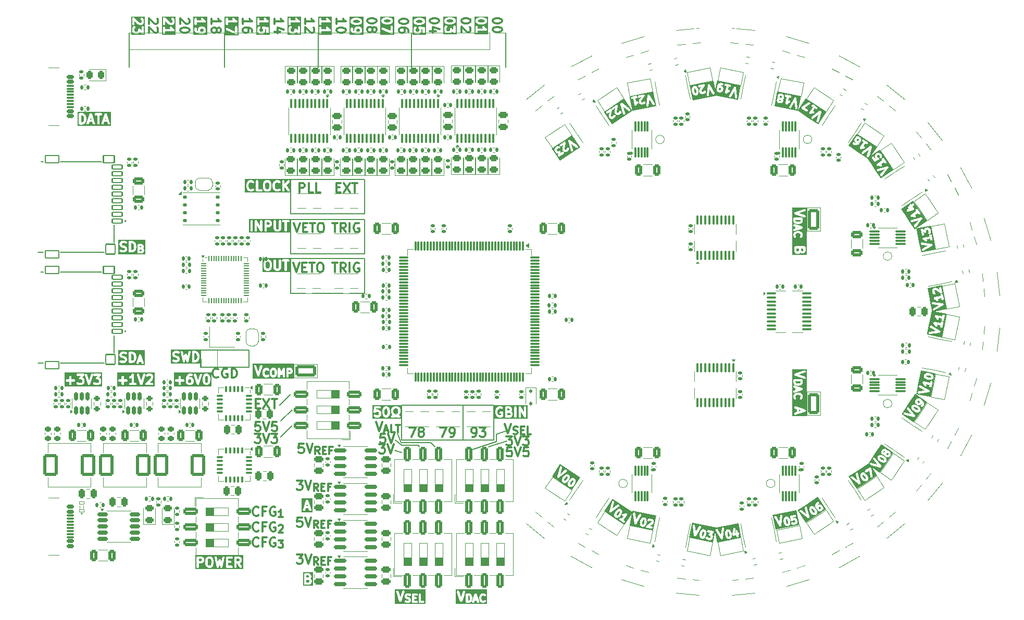
<source format=gto>
%TF.GenerationSoftware,KiCad,Pcbnew,9.0.2-9.0.2-0~ubuntu24.04.1*%
%TF.CreationDate,2025-07-21T15:48:31-04:00*%
%TF.ProjectId,digital,64696769-7461-46c2-9e6b-696361645f70,rev?*%
%TF.SameCoordinates,Original*%
%TF.FileFunction,Legend,Top*%
%TF.FilePolarity,Positive*%
%FSLAX46Y46*%
G04 Gerber Fmt 4.6, Leading zero omitted, Abs format (unit mm)*
G04 Created by KiCad (PCBNEW 9.0.2-9.0.2-0~ubuntu24.04.1) date 2025-07-21 15:48:31*
%MOMM*%
%LPD*%
G01*
G04 APERTURE LIST*
G04 Aperture macros list*
%AMRoundRect*
0 Rectangle with rounded corners*
0 $1 Rounding radius*
0 $2 $3 $4 $5 $6 $7 $8 $9 X,Y pos of 4 corners*
0 Add a 4 corners polygon primitive as box body*
4,1,4,$2,$3,$4,$5,$6,$7,$8,$9,$2,$3,0*
0 Add four circle primitives for the rounded corners*
1,1,$1+$1,$2,$3*
1,1,$1+$1,$4,$5*
1,1,$1+$1,$6,$7*
1,1,$1+$1,$8,$9*
0 Add four rect primitives between the rounded corners*
20,1,$1+$1,$2,$3,$4,$5,0*
20,1,$1+$1,$4,$5,$6,$7,0*
20,1,$1+$1,$6,$7,$8,$9,0*
20,1,$1+$1,$8,$9,$2,$3,0*%
%AMRotRect*
0 Rectangle, with rotation*
0 The origin of the aperture is its center*
0 $1 length*
0 $2 width*
0 $3 Rotation angle, in degrees counterclockwise*
0 Add horizontal line*
21,1,$1,$2,0,0,$3*%
%AMFreePoly0*
4,1,23,0.500000,-0.750000,0.000000,-0.750000,0.000000,-0.745722,-0.065263,-0.745722,-0.191342,-0.711940,-0.304381,-0.646677,-0.396677,-0.554381,-0.461940,-0.441342,-0.495722,-0.315263,-0.495722,-0.250000,-0.500000,-0.250000,-0.500000,0.250000,-0.495722,0.250000,-0.495722,0.315263,-0.461940,0.441342,-0.396677,0.554381,-0.304381,0.646677,-0.191342,0.711940,-0.065263,0.745722,0.000000,0.745722,
0.000000,0.750000,0.500000,0.750000,0.500000,-0.750000,0.500000,-0.750000,$1*%
%AMFreePoly1*
4,1,23,0.000000,0.745722,0.065263,0.745722,0.191342,0.711940,0.304381,0.646677,0.396677,0.554381,0.461940,0.441342,0.495722,0.315263,0.495722,0.250000,0.500000,0.250000,0.500000,-0.250000,0.495722,-0.250000,0.495722,-0.315263,0.461940,-0.441342,0.396677,-0.554381,0.304381,-0.646677,0.191342,-0.711940,0.065263,-0.745722,0.000000,-0.745722,0.000000,-0.750000,-0.500000,-0.750000,
-0.500000,0.750000,0.000000,0.750000,0.000000,0.745722,0.000000,0.745722,$1*%
G04 Aperture macros list end*
%ADD10C,0.200000*%
%ADD11C,0.150000*%
%ADD12C,0.375000*%
%ADD13C,0.300000*%
%ADD14C,0.120000*%
%ADD15C,0.100000*%
%ADD16C,0.127000*%
%ADD17C,4.000000*%
%ADD18C,1.500000*%
%ADD19C,1.000000*%
%ADD20C,0.000000*%
%ADD21C,0.650000*%
%ADD22RoundRect,0.150000X-0.425000X0.150000X-0.425000X-0.150000X0.425000X-0.150000X0.425000X0.150000X0*%
%ADD23RoundRect,0.075000X-0.500000X0.075000X-0.500000X-0.075000X0.500000X-0.075000X0.500000X0.075000X0*%
%ADD24O,2.100000X1.000000*%
%ADD25O,1.800000X1.000000*%
%ADD26RoundRect,0.200000X-0.142507X-0.308734X0.249807X-0.230698X0.142507X0.308734X-0.249807X0.230698X0*%
%ADD27RoundRect,0.250000X-1.295330X-0.920391X1.548947X-0.354629X1.295330X0.920391X-1.548947X0.354629X0*%
%ADD28RoundRect,0.200000X-0.117540X0.319076X-0.339768X-0.013512X0.117540X-0.319076X0.339768X0.013512X0*%
%ADD29RoundRect,0.150000X-0.308067X0.779884X0.013832X-0.838411X0.308067X-0.779884X-0.013832X0.838411X0*%
%ADD30RoundRect,0.250000X1.295330X0.920391X-1.548947X0.354629X-1.295330X-0.920391X1.548947X-0.354629X0*%
%ADD31RotRect,1.000000X1.050000X5.625000*%
%ADD32RotRect,1.050000X2.200000X5.625000*%
%ADD33RotRect,1.000000X1.050000X39.375000*%
%ADD34RotRect,1.050000X2.200000X39.375000*%
%ADD35RotRect,1.000000X1.050000X163.125000*%
%ADD36RotRect,1.050000X2.200000X163.125000*%
%ADD37RotRect,1.000000X1.050000X50.625000*%
%ADD38RotRect,1.050000X2.200000X50.625000*%
%ADD39RoundRect,0.087500X0.087500X-0.725000X0.087500X0.725000X-0.087500X0.725000X-0.087500X-0.725000X0*%
%ADD40RoundRect,0.140000X-0.140000X-0.170000X0.140000X-0.170000X0.140000X0.170000X-0.140000X0.170000X0*%
%ADD41RoundRect,0.250000X-0.325000X-0.650000X0.325000X-0.650000X0.325000X0.650000X-0.325000X0.650000X0*%
%ADD42RoundRect,0.200000X0.319076X0.117540X-0.013512X0.339768X-0.319076X-0.117540X0.013512X-0.339768X0*%
%ADD43RoundRect,0.250000X-1.346032X0.844510X0.265122X-1.566752X1.346032X-0.844510X-0.265122X1.566752X0*%
%ADD44RoundRect,0.135000X0.185000X-0.135000X0.185000X0.135000X-0.185000X0.135000X-0.185000X-0.135000X0*%
%ADD45RoundRect,0.200000X-0.339768X0.013512X-0.117540X-0.319076X0.339768X-0.013512X0.117540X0.319076X0*%
%ADD46RoundRect,0.200000X0.249807X0.230698X-0.142507X0.308734X-0.249807X-0.230698X0.142507X-0.308734X0*%
%ADD47RoundRect,0.135000X0.135000X0.185000X-0.135000X0.185000X-0.135000X-0.185000X0.135000X-0.185000X0*%
%ADD48RoundRect,0.087500X-0.087500X0.725000X-0.087500X-0.725000X0.087500X-0.725000X0.087500X0.725000X0*%
%ADD49RoundRect,0.135000X-0.185000X0.135000X-0.185000X-0.135000X0.185000X-0.135000X0.185000X0.135000X0*%
%ADD50RoundRect,0.140000X0.170000X-0.140000X0.170000X0.140000X-0.170000X0.140000X-0.170000X-0.140000X0*%
%ADD51RotRect,1.000000X1.050000X118.125000*%
%ADD52RotRect,1.050000X2.200000X118.125000*%
%ADD53RoundRect,0.250000X-0.250000X-0.475000X0.250000X-0.475000X0.250000X0.475000X-0.250000X0.475000X0*%
%ADD54RoundRect,0.200000X-0.308734X0.142507X-0.230698X-0.249807X0.308734X-0.142507X0.230698X0.249807X0*%
%ADD55RoundRect,0.250000X0.265122X1.566752X-1.346032X-0.844510X-0.265122X-1.566752X1.346032X0.844510X0*%
%ADD56RotRect,1.000000X1.050000X208.125000*%
%ADD57RotRect,1.050000X2.200000X208.125000*%
%ADD58RoundRect,0.100000X-0.637500X-0.100000X0.637500X-0.100000X0.637500X0.100000X-0.637500X0.100000X0*%
%ADD59RoundRect,0.200000X0.117540X-0.319076X0.339768X0.013512X-0.117540X0.319076X-0.339768X-0.013512X0*%
%ADD60C,4.700000*%
%ADD61C,7.000000*%
%ADD62RoundRect,0.140000X-0.170000X0.140000X-0.170000X-0.140000X0.170000X-0.140000X0.170000X0.140000X0*%
%ADD63RoundRect,0.250000X0.844510X1.346032X-1.566752X-0.265122X-0.844510X-1.346032X1.566752X0.265122X0*%
%ADD64RoundRect,0.250000X-0.844510X-1.346032X1.566752X0.265122X0.844510X1.346032X-1.566752X-0.265122X0*%
%ADD65RotRect,1.000000X1.050000X151.875000*%
%ADD66RotRect,1.050000X2.200000X151.875000*%
%ADD67RotRect,1.000000X1.050000X343.125000*%
%ADD68RotRect,1.050000X2.200000X343.125000*%
%ADD69RoundRect,0.150000X-0.583066X0.602627X0.333625X-0.769298X0.583066X-0.602627X-0.333625X0.769298X0*%
%ADD70RoundRect,0.150000X0.333625X0.769298X-0.583066X-0.602627X-0.333625X-0.769298X0.583066X0.602627X0*%
%ADD71RoundRect,0.087500X-0.725000X-0.087500X0.725000X-0.087500X0.725000X0.087500X-0.725000X0.087500X0*%
%ADD72RotRect,1.000000X1.050000X185.625000*%
%ADD73RotRect,1.050000X2.200000X185.625000*%
%ADD74RoundRect,0.250000X0.650000X-1.450000X0.650000X1.450000X-0.650000X1.450000X-0.650000X-1.450000X0*%
%ADD75RotRect,1.000000X1.050000X84.375000*%
%ADD76RotRect,1.050000X2.200000X84.375000*%
%ADD77RoundRect,0.200000X0.339768X-0.013512X0.117540X0.319076X-0.339768X0.013512X-0.117540X-0.319076X0*%
%ADD78RoundRect,0.250000X1.548947X0.354629X-1.295330X0.920391X-1.548947X-0.354629X1.295330X-0.920391X0*%
%ADD79C,1.000000*%
%ADD80RotRect,1.000000X1.050000X354.375000*%
%ADD81RotRect,1.050000X2.200000X354.375000*%
%ADD82RoundRect,0.250000X-0.354629X1.548947X-0.920391X-1.295330X0.354629X-1.548947X0.920391X1.295330X0*%
%ADD83RoundRect,0.100000X0.100000X-0.637500X0.100000X0.637500X-0.100000X0.637500X-0.100000X-0.637500X0*%
%ADD84RoundRect,0.200000X0.013512X0.339768X-0.319076X0.117540X-0.013512X-0.339768X0.319076X-0.117540X0*%
%ADD85RotRect,1.000000X1.050000X28.125000*%
%ADD86RotRect,1.050000X2.200000X28.125000*%
%ADD87RoundRect,0.200000X0.142507X0.308734X-0.249807X0.230698X-0.142507X-0.308734X0.249807X-0.230698X0*%
%ADD88RoundRect,0.250000X-1.548947X-0.354629X1.295330X-0.920391X1.548947X0.354629X-1.295330X0.920391X0*%
%ADD89RoundRect,0.250000X1.566752X-0.265122X-0.844510X1.346032X-1.566752X0.265122X0.844510X-1.346032X0*%
%ADD90RotRect,1.000000X1.050000X196.875000*%
%ADD91RotRect,1.050000X2.200000X196.875000*%
%ADD92RotRect,1.000000X1.050000X129.375000*%
%ADD93RotRect,1.050000X2.200000X129.375000*%
%ADD94RoundRect,0.250000X-0.920391X1.295330X-0.354629X-1.548947X0.920391X-1.295330X0.354629X1.548947X0*%
%ADD95RoundRect,0.200000X-0.319076X-0.117540X0.013512X-0.339768X0.319076X0.117540X-0.013512X0.339768X0*%
%ADD96RoundRect,0.250000X-0.650000X0.325000X-0.650000X-0.325000X0.650000X-0.325000X0.650000X0.325000X0*%
%ADD97RoundRect,0.250000X-1.566752X0.265122X0.844510X-1.346032X1.566752X-0.265122X-0.844510X1.346032X0*%
%ADD98RoundRect,0.200000X-0.013512X-0.339768X0.319076X-0.117540X0.013512X0.339768X-0.319076X0.117540X0*%
%ADD99RoundRect,0.112500X-0.112500X0.187500X-0.112500X-0.187500X0.112500X-0.187500X0.112500X0.187500X0*%
%ADD100RoundRect,0.200000X0.308734X-0.142507X0.230698X0.249807X-0.308734X0.142507X-0.230698X-0.249807X0*%
%ADD101RotRect,1.000000X1.050000X219.375000*%
%ADD102RotRect,1.050000X2.200000X219.375000*%
%ADD103RoundRect,0.200000X0.230698X-0.249807X0.308734X0.142507X-0.230698X0.249807X-0.308734X-0.142507X0*%
%ADD104RotRect,1.000000X1.050000X331.875000*%
%ADD105RotRect,1.050000X2.200000X331.875000*%
%ADD106RotRect,1.000000X1.050000X95.625000*%
%ADD107RotRect,1.050000X2.200000X95.625000*%
%ADD108RoundRect,0.150000X0.602627X0.583066X-0.769298X-0.333625X-0.602627X-0.583066X0.769298X0.333625X0*%
%ADD109RoundRect,0.150000X0.308067X-0.779884X-0.013832X0.838411X-0.308067X0.779884X0.013832X-0.838411X0*%
%ADD110RoundRect,0.200000X-0.230698X0.249807X-0.308734X-0.142507X0.230698X-0.249807X0.308734X0.142507X0*%
%ADD111RoundRect,0.150000X-0.013832X-0.838411X0.308067X0.779884X0.013832X0.838411X-0.308067X-0.779884X0*%
%ADD112RotRect,1.000000X1.050000X16.875000*%
%ADD113RotRect,1.050000X2.200000X16.875000*%
%ADD114RoundRect,0.250000X-0.650000X1.450000X-0.650000X-1.450000X0.650000X-1.450000X0.650000X1.450000X0*%
%ADD115RoundRect,0.140000X0.140000X0.170000X-0.140000X0.170000X-0.140000X-0.170000X0.140000X-0.170000X0*%
%ADD116RoundRect,0.250000X0.325000X0.650000X-0.325000X0.650000X-0.325000X-0.650000X0.325000X-0.650000X0*%
%ADD117RotRect,1.000000X1.050000X73.125000*%
%ADD118RotRect,1.050000X2.200000X73.125000*%
%ADD119RotRect,1.000000X1.050000X174.375000*%
%ADD120RotRect,1.050000X2.200000X174.375000*%
%ADD121RotRect,1.000000X1.050000X320.625000*%
%ADD122RotRect,1.050000X2.200000X320.625000*%
%ADD123RoundRect,0.135000X-0.135000X-0.185000X0.135000X-0.185000X0.135000X0.185000X-0.135000X0.185000X0*%
%ADD124RoundRect,0.150000X0.779884X0.308067X-0.838411X-0.013832X-0.779884X-0.308067X0.838411X0.013832X0*%
%ADD125RoundRect,0.100000X-0.100000X0.637500X-0.100000X-0.637500X0.100000X-0.637500X0.100000X0.637500X0*%
%ADD126RoundRect,0.150000X0.583066X-0.602627X-0.333625X0.769298X-0.583066X0.602627X0.333625X-0.769298X0*%
%ADD127RoundRect,0.200000X-0.249807X-0.230698X0.142507X-0.308734X0.249807X0.230698X-0.142507X0.308734X0*%
%ADD128RoundRect,0.150000X0.838411X-0.013832X-0.779884X0.308067X-0.838411X0.013832X0.779884X-0.308067X0*%
%ADD129RoundRect,0.150000X-0.333625X-0.769298X0.583066X0.602627X0.333625X0.769298X-0.583066X-0.602627X0*%
%ADD130RotRect,1.000000X1.050000X106.875000*%
%ADD131RotRect,1.050000X2.200000X106.875000*%
%ADD132RotRect,1.000000X1.050000X61.875000*%
%ADD133RotRect,1.050000X2.200000X61.875000*%
%ADD134RoundRect,0.150000X0.013832X0.838411X-0.308067X-0.779884X-0.013832X-0.838411X0.308067X0.779884X0*%
%ADD135RotRect,1.000000X1.050000X140.625000*%
%ADD136RotRect,1.050000X2.200000X140.625000*%
%ADD137RoundRect,0.150000X0.769298X-0.333625X-0.602627X0.583066X-0.769298X0.333625X0.602627X-0.583066X0*%
%ADD138RoundRect,0.243750X-0.456250X0.243750X-0.456250X-0.243750X0.456250X-0.243750X0.456250X0.243750X0*%
%ADD139RoundRect,0.243750X0.456250X-0.243750X0.456250X0.243750X-0.456250X0.243750X-0.456250X-0.243750X0*%
%ADD140RoundRect,0.250000X-0.475000X0.250000X-0.475000X-0.250000X0.475000X-0.250000X0.475000X0.250000X0*%
%ADD141RoundRect,0.250000X-0.970000X-0.310000X0.970000X-0.310000X0.970000X0.310000X-0.970000X0.310000X0*%
%ADD142RoundRect,0.125000X-0.250000X-0.125000X0.250000X-0.125000X0.250000X0.125000X-0.250000X0.125000X0*%
%ADD143R,3.400000X4.300000*%
%ADD144RoundRect,0.200000X0.275000X-0.200000X0.275000X0.200000X-0.275000X0.200000X-0.275000X-0.200000X0*%
%ADD145RoundRect,0.225000X-0.250000X0.225000X-0.250000X-0.225000X0.250000X-0.225000X0.250000X0.225000X0*%
%ADD146RoundRect,0.250000X0.970000X0.310000X-0.970000X0.310000X-0.970000X-0.310000X0.970000X-0.310000X0*%
%ADD147RoundRect,0.250000X0.310000X-0.970000X0.310000X0.970000X-0.310000X0.970000X-0.310000X-0.970000X0*%
%ADD148R,1.000000X1.050000*%
%ADD149R,1.050000X2.200000*%
%ADD150RoundRect,0.050000X0.350000X-0.225000X0.350000X0.225000X-0.350000X0.225000X-0.350000X-0.225000X0*%
%ADD151RoundRect,0.150000X-0.825000X-0.150000X0.825000X-0.150000X0.825000X0.150000X-0.825000X0.150000X0*%
%ADD152RoundRect,0.150000X0.150000X-0.512500X0.150000X0.512500X-0.150000X0.512500X-0.150000X-0.512500X0*%
%ADD153RoundRect,0.250000X0.250000X0.475000X-0.250000X0.475000X-0.250000X-0.475000X0.250000X-0.475000X0*%
%ADD154RoundRect,0.087500X-0.087500X0.425000X-0.087500X-0.425000X0.087500X-0.425000X0.087500X0.425000X0*%
%ADD155RoundRect,0.087500X-0.425000X0.087500X-0.425000X-0.087500X0.425000X-0.087500X0.425000X0.087500X0*%
%ADD156R,3.150000X3.150000*%
%ADD157RoundRect,0.102000X-0.800000X0.350000X-0.800000X-0.350000X0.800000X-0.350000X0.800000X0.350000X0*%
%ADD158RoundRect,0.102000X-0.900000X0.600000X-0.900000X-0.600000X0.900000X-0.600000X0.900000X0.600000X0*%
%ADD159RoundRect,0.102000X-1.100000X0.600000X-1.100000X-0.600000X1.100000X-0.600000X1.100000X0.600000X0*%
%ADD160RoundRect,0.102000X-0.750000X0.800000X-0.750000X-0.800000X0.750000X-0.800000X0.750000X0.800000X0*%
%ADD161RoundRect,0.250000X0.475000X-0.250000X0.475000X0.250000X-0.475000X0.250000X-0.475000X-0.250000X0*%
%ADD162RoundRect,0.243750X0.243750X0.456250X-0.243750X0.456250X-0.243750X-0.456250X0.243750X-0.456250X0*%
%ADD163FreePoly0,180.000000*%
%ADD164FreePoly1,180.000000*%
%ADD165R,1.400000X1.200000*%
%ADD166RoundRect,0.250000X-1.450000X-0.650000X1.450000X-0.650000X1.450000X0.650000X-1.450000X0.650000X0*%
%ADD167RoundRect,0.250000X0.650000X-0.325000X0.650000X0.325000X-0.650000X0.325000X-0.650000X-0.325000X0*%
%ADD168RoundRect,0.050000X-0.387500X-0.050000X0.387500X-0.050000X0.387500X0.050000X-0.387500X0.050000X0*%
%ADD169RoundRect,0.050000X-0.050000X-0.387500X0.050000X-0.387500X0.050000X0.387500X-0.050000X0.387500X0*%
%ADD170R,3.200000X3.200000*%
%ADD171R,1.700000X1.700000*%
%ADD172C,1.700000*%
%ADD173RoundRect,0.250000X0.925000X1.500000X-0.925000X1.500000X-0.925000X-1.500000X0.925000X-1.500000X0*%
%ADD174RoundRect,0.075000X-0.075000X0.662500X-0.075000X-0.662500X0.075000X-0.662500X0.075000X0.662500X0*%
%ADD175RoundRect,0.075000X-0.662500X0.075000X-0.662500X-0.075000X0.662500X-0.075000X0.662500X0.075000X0*%
%ADD176RoundRect,0.150000X-0.687500X-0.150000X0.687500X-0.150000X0.687500X0.150000X-0.687500X0.150000X0*%
%ADD177R,2.100000X3.300000*%
%ADD178FreePoly0,90.000000*%
%ADD179FreePoly1,90.000000*%
G04 APERTURE END LIST*
D10*
X114000000Y-121800000D02*
X116700000Y-121800000D01*
X69740000Y-60220000D02*
X69740000Y-54620000D01*
D11*
X124000000Y-115250000D02*
X129000000Y-115250000D01*
X129000000Y-120950000D01*
X124000000Y-120950000D01*
X124000000Y-115250000D01*
D10*
X116700000Y-121800000D02*
X116900000Y-122000000D01*
D11*
X96000000Y-91380000D02*
X108000000Y-91380000D01*
X108000000Y-97080000D01*
X96000000Y-97080000D01*
X96000000Y-91380000D01*
D10*
X100440000Y-60220000D02*
X100440000Y-54720000D01*
X129400000Y-121200000D02*
X125600000Y-122500000D01*
X115640000Y-60220000D02*
X115640000Y-54720000D01*
X112900000Y-122600000D02*
X114000000Y-123000000D01*
X113900000Y-121400000D02*
X118700000Y-121400000D01*
X85240000Y-60220000D02*
X85240000Y-54720000D01*
X130940000Y-60220000D02*
X130940000Y-54620000D01*
X94400000Y-120400000D02*
X96200000Y-118600000D01*
X129400000Y-120000000D02*
X131100000Y-119400000D01*
X94400000Y-117800000D02*
X96200000Y-116000000D01*
X113300000Y-119800000D02*
X113900000Y-121400000D01*
X94200000Y-115300000D02*
X96000000Y-113500000D01*
D11*
X96000000Y-78500000D02*
X108000000Y-78500000D01*
X108000000Y-84100000D01*
X96000000Y-84100000D01*
X96000000Y-78500000D01*
X96000000Y-85000000D02*
X108000000Y-85000000D01*
X108000000Y-90600000D01*
X96000000Y-90600000D01*
X96000000Y-85000000D01*
D10*
X113000000Y-120950000D02*
X114000000Y-121800000D01*
D11*
X114000000Y-115250000D02*
X124000000Y-115250000D01*
X124000000Y-120950000D01*
X114000000Y-120950000D01*
X114000000Y-115250000D01*
D10*
X118700000Y-121400000D02*
X119400000Y-122000000D01*
D11*
X81350000Y-106250000D02*
X89220000Y-106250000D01*
X89220000Y-109080000D01*
X81350000Y-109080000D01*
X81350000Y-106250000D01*
D10*
X131100000Y-121100000D02*
X128100000Y-122000000D01*
X129400000Y-121200000D02*
X129400000Y-120000000D01*
D12*
G36*
X199832060Y-110455698D02*
G01*
X200005613Y-110537685D01*
X200066257Y-110584751D01*
X200077347Y-110601348D01*
X200091367Y-110652545D01*
X200086342Y-110677810D01*
X200053793Y-110719749D01*
X200037201Y-110730836D01*
X199963158Y-110751112D01*
X199771445Y-110760442D01*
X199536497Y-110713709D01*
X199362947Y-110631722D01*
X199302302Y-110584655D01*
X199291214Y-110568060D01*
X199277193Y-110516862D01*
X199282218Y-110491597D01*
X199314767Y-110449658D01*
X199331362Y-110438570D01*
X199405400Y-110418294D01*
X199597114Y-110408964D01*
X199832060Y-110455698D01*
G37*
G36*
X200780593Y-110070853D02*
G01*
X200010273Y-113943510D01*
X197642420Y-113472515D01*
X197703440Y-113165746D01*
X197894615Y-113165746D01*
X197903765Y-113238329D01*
X197939995Y-113301887D01*
X197997791Y-113346743D01*
X198068352Y-113366065D01*
X198105094Y-113365065D01*
X199673817Y-113167307D01*
X199709658Y-113159157D01*
X199721296Y-113152522D01*
X199734219Y-113148984D01*
X199752792Y-113134569D01*
X199773216Y-113122927D01*
X199781430Y-113112343D01*
X199792014Y-113104129D01*
X199803656Y-113083705D01*
X199818072Y-113065131D01*
X199821610Y-113052208D01*
X199828244Y-113040572D01*
X199831184Y-113017246D01*
X199837394Y-112994570D01*
X199835718Y-112981279D01*
X199837394Y-112967988D01*
X199831184Y-112945312D01*
X199828244Y-112921987D01*
X199821609Y-112910348D01*
X199818071Y-112897426D01*
X199803656Y-112878852D01*
X199792014Y-112858429D01*
X199781430Y-112850214D01*
X199773216Y-112839631D01*
X199743222Y-112818386D01*
X198369589Y-112035358D01*
X198336026Y-112020373D01*
X198263442Y-112011223D01*
X198192880Y-112030546D01*
X198135085Y-112075401D01*
X198098855Y-112138958D01*
X198089705Y-112211542D01*
X198109028Y-112282104D01*
X198153883Y-112339899D01*
X198183877Y-112361144D01*
X199068831Y-112865604D01*
X198058192Y-112993009D01*
X198022351Y-113001159D01*
X197958793Y-113037389D01*
X197913937Y-113095185D01*
X197894615Y-113165746D01*
X197703440Y-113165746D01*
X198017165Y-111588547D01*
X198685349Y-111588547D01*
X198688970Y-111606755D01*
X198688990Y-111625319D01*
X198696036Y-111642281D01*
X198699621Y-111660300D01*
X198709937Y-111675738D01*
X198717058Y-111692879D01*
X198740160Y-111720971D01*
X198740267Y-111721130D01*
X198740321Y-111721166D01*
X198740405Y-111721268D01*
X198873101Y-111853688D01*
X198935676Y-111947338D01*
X198961389Y-112041229D01*
X198974525Y-112075557D01*
X199019380Y-112133352D01*
X199082938Y-112169583D01*
X199155523Y-112178732D01*
X199226083Y-112159409D01*
X199283878Y-112114555D01*
X199320109Y-112050996D01*
X199329258Y-111978412D01*
X199323071Y-111942180D01*
X199301955Y-111865074D01*
X199829314Y-111969972D01*
X199799006Y-112122346D01*
X199795403Y-112158925D01*
X199809675Y-112230678D01*
X199850321Y-112291508D01*
X199911150Y-112332152D01*
X199982903Y-112346425D01*
X200054656Y-112332153D01*
X200115486Y-112291507D01*
X200156130Y-112230678D01*
X200166800Y-112195504D01*
X200300576Y-111522965D01*
X200304179Y-111486386D01*
X200289907Y-111414633D01*
X200249261Y-111353803D01*
X200188432Y-111313158D01*
X200116679Y-111298886D01*
X200044926Y-111313158D01*
X199984096Y-111353804D01*
X199943452Y-111414633D01*
X199932782Y-111449806D01*
X199902473Y-111602178D01*
X198909428Y-111404650D01*
X198909298Y-111404637D01*
X198909237Y-111404612D01*
X198909044Y-111404612D01*
X198872849Y-111401047D01*
X198854640Y-111404668D01*
X198836077Y-111404688D01*
X198819114Y-111411734D01*
X198801096Y-111415319D01*
X198785657Y-111425635D01*
X198768517Y-111432756D01*
X198755542Y-111445757D01*
X198740266Y-111455965D01*
X198729952Y-111471400D01*
X198716840Y-111484540D01*
X198709827Y-111501520D01*
X198699622Y-111516794D01*
X198696000Y-111535000D01*
X198688914Y-111552159D01*
X198688933Y-111570529D01*
X198685349Y-111588547D01*
X198017165Y-111588547D01*
X198228977Y-110523695D01*
X198897161Y-110523695D01*
X198898475Y-110530303D01*
X198897633Y-110536988D01*
X198903820Y-110573219D01*
X198937569Y-110696457D01*
X198944217Y-110713830D01*
X198945183Y-110718686D01*
X198948323Y-110724561D01*
X198950705Y-110730785D01*
X198953741Y-110734697D01*
X198962510Y-110751102D01*
X199007406Y-110818294D01*
X199019208Y-110832675D01*
X199021660Y-110836976D01*
X199026497Y-110841557D01*
X199030724Y-110846707D01*
X199034840Y-110849457D01*
X199048348Y-110862249D01*
X199149290Y-110940590D01*
X199151718Y-110942118D01*
X199152625Y-110943118D01*
X199166599Y-110951485D01*
X199180397Y-110960171D01*
X199181699Y-110960527D01*
X199184160Y-110962001D01*
X199397191Y-111062638D01*
X199403230Y-111064795D01*
X199405527Y-111066330D01*
X199418767Y-111070346D01*
X199431804Y-111075004D01*
X199434564Y-111075138D01*
X199440701Y-111077000D01*
X199720925Y-111132740D01*
X199727305Y-111133368D01*
X199729908Y-111134301D01*
X199743729Y-111134986D01*
X199757504Y-111136343D01*
X199760216Y-111135803D01*
X199766619Y-111136121D01*
X200001947Y-111124668D01*
X200004781Y-111124248D01*
X200006123Y-111124418D01*
X200022201Y-111121672D01*
X200038308Y-111119291D01*
X200039528Y-111118714D01*
X200042354Y-111118232D01*
X200165592Y-111084484D01*
X200182968Y-111077834D01*
X200187824Y-111076869D01*
X200193697Y-111073729D01*
X200199921Y-111071348D01*
X200203833Y-111068311D01*
X200220240Y-111059542D01*
X200287432Y-111014646D01*
X200301813Y-111002843D01*
X200306114Y-111000392D01*
X200310695Y-110995554D01*
X200315845Y-110991328D01*
X200318595Y-110987211D01*
X200331387Y-110973704D01*
X200409728Y-110872762D01*
X200429309Y-110841655D01*
X200431088Y-110835157D01*
X200434831Y-110829556D01*
X200445501Y-110794382D01*
X200467797Y-110682292D01*
X200471400Y-110645713D01*
X200470085Y-110639104D01*
X200470928Y-110632421D01*
X200464742Y-110596190D01*
X200430992Y-110472951D01*
X200424344Y-110455578D01*
X200423378Y-110450721D01*
X200420236Y-110444843D01*
X200417856Y-110438623D01*
X200414821Y-110434712D01*
X200406051Y-110418305D01*
X200361154Y-110351112D01*
X200349350Y-110336729D01*
X200346901Y-110332433D01*
X200342066Y-110327854D01*
X200337836Y-110322700D01*
X200333717Y-110319948D01*
X200320213Y-110307159D01*
X200219271Y-110228818D01*
X200216844Y-110227290D01*
X200215937Y-110226290D01*
X200201976Y-110217931D01*
X200188165Y-110209237D01*
X200186857Y-110208879D01*
X200184401Y-110207408D01*
X199971370Y-110106770D01*
X199965330Y-110104612D01*
X199963034Y-110103078D01*
X199949793Y-110099061D01*
X199936757Y-110094404D01*
X199933996Y-110094269D01*
X199927860Y-110092408D01*
X199647635Y-110036668D01*
X199641255Y-110036039D01*
X199638653Y-110035107D01*
X199624829Y-110034421D01*
X199611056Y-110033065D01*
X199608344Y-110033604D01*
X199601942Y-110033287D01*
X199366615Y-110044739D01*
X199363779Y-110045158D01*
X199362437Y-110044989D01*
X199346366Y-110047732D01*
X199330255Y-110050115D01*
X199329032Y-110050692D01*
X199326206Y-110051175D01*
X199202967Y-110084925D01*
X199185594Y-110091572D01*
X199180737Y-110092539D01*
X199174859Y-110095680D01*
X199168639Y-110098061D01*
X199164728Y-110101095D01*
X199148321Y-110109866D01*
X199081128Y-110154763D01*
X199066748Y-110166564D01*
X199062448Y-110169016D01*
X199057866Y-110173854D01*
X199052716Y-110178081D01*
X199049966Y-110182195D01*
X199037174Y-110195704D01*
X198958833Y-110296646D01*
X198939252Y-110327752D01*
X198937472Y-110334251D01*
X198933730Y-110339852D01*
X198923060Y-110375026D01*
X198900764Y-110487116D01*
X198897161Y-110523695D01*
X198228977Y-110523695D01*
X198412740Y-109599858D01*
X200780593Y-110070853D01*
G37*
G36*
X124973996Y-146283665D02*
G01*
X125035467Y-146345137D01*
X125069798Y-146413799D01*
X125116352Y-146600012D01*
X125116352Y-146725272D01*
X125069798Y-146911485D01*
X125035467Y-146980147D01*
X124973997Y-147041618D01*
X124873426Y-147075142D01*
X124805638Y-147075142D01*
X124805638Y-146250142D01*
X124873425Y-146250142D01*
X124973996Y-146283665D01*
G37*
G36*
X126072281Y-146732285D02*
G01*
X126021137Y-146732285D01*
X126046709Y-146655569D01*
X126072281Y-146732285D01*
G37*
G36*
X127903820Y-147637642D02*
G01*
X122816040Y-147637642D01*
X122816040Y-145620379D01*
X123003540Y-145620379D01*
X123011689Y-145656221D01*
X123511689Y-147156221D01*
X123526674Y-147189783D01*
X123535450Y-147199902D01*
X123541443Y-147211888D01*
X123559206Y-147227293D01*
X123574608Y-147245052D01*
X123586591Y-147251043D01*
X123596712Y-147259821D01*
X123619012Y-147267254D01*
X123640044Y-147277770D01*
X123653409Y-147278719D01*
X123666116Y-147282955D01*
X123689567Y-147281288D01*
X123713019Y-147282955D01*
X123725725Y-147278719D01*
X123739090Y-147277770D01*
X123760121Y-147267254D01*
X123782422Y-147259821D01*
X123792541Y-147251044D01*
X123804527Y-147245052D01*
X123819930Y-147227291D01*
X123837691Y-147211888D01*
X123843683Y-147199902D01*
X123852460Y-147189783D01*
X123867445Y-147156221D01*
X124231971Y-146062642D01*
X124430638Y-146062642D01*
X124430638Y-147262642D01*
X124434241Y-147299221D01*
X124462237Y-147366811D01*
X124513969Y-147418543D01*
X124581559Y-147446539D01*
X124618138Y-147450142D01*
X124903852Y-147450142D01*
X124922366Y-147448318D01*
X124927302Y-147448669D01*
X124933795Y-147447192D01*
X124940431Y-147446539D01*
X124945006Y-147444643D01*
X124963144Y-147440520D01*
X125134573Y-147383378D01*
X125168136Y-147368393D01*
X125173225Y-147363978D01*
X125179451Y-147361400D01*
X125207864Y-147338082D01*
X125306754Y-147239191D01*
X125460682Y-147239191D01*
X125465867Y-147312165D01*
X125498585Y-147377602D01*
X125553854Y-147425535D01*
X125623258Y-147448669D01*
X125696232Y-147443484D01*
X125761669Y-147410766D01*
X125809602Y-147355497D01*
X125824587Y-147321935D01*
X125896137Y-147107285D01*
X126197281Y-147107285D01*
X126268831Y-147321935D01*
X126283816Y-147355497D01*
X126331749Y-147410766D01*
X126397186Y-147443484D01*
X126470160Y-147448669D01*
X126539564Y-147425535D01*
X126594833Y-147377601D01*
X126627551Y-147312165D01*
X126632736Y-147239190D01*
X126624587Y-147203349D01*
X126415780Y-146576928D01*
X126602066Y-146576928D01*
X126602066Y-146748357D01*
X126602694Y-146754739D01*
X126602288Y-146757472D01*
X126604312Y-146771165D01*
X126605669Y-146784936D01*
X126606725Y-146787487D01*
X126607664Y-146793833D01*
X126664807Y-147022404D01*
X126665772Y-147025105D01*
X126665868Y-147026452D01*
X126671691Y-147041670D01*
X126677175Y-147057017D01*
X126677978Y-147058101D01*
X126679004Y-147060781D01*
X126736147Y-147175067D01*
X126746056Y-147190808D01*
X126747951Y-147195383D01*
X126752178Y-147200533D01*
X126755728Y-147206173D01*
X126759468Y-147209417D01*
X126771269Y-147223796D01*
X126885554Y-147338082D01*
X126913967Y-147361400D01*
X126920193Y-147363979D01*
X126925283Y-147368393D01*
X126958845Y-147383378D01*
X127130274Y-147440521D01*
X127148416Y-147444645D01*
X127152987Y-147446539D01*
X127159614Y-147447191D01*
X127166116Y-147448670D01*
X127171056Y-147448318D01*
X127189566Y-147450142D01*
X127303852Y-147450142D01*
X127322366Y-147448318D01*
X127327303Y-147448669D01*
X127333797Y-147447192D01*
X127340431Y-147446539D01*
X127345006Y-147444643D01*
X127363144Y-147440520D01*
X127534572Y-147383378D01*
X127568135Y-147368393D01*
X127573225Y-147363978D01*
X127579450Y-147361400D01*
X127607863Y-147338083D01*
X127665005Y-147280940D01*
X127688323Y-147252527D01*
X127716320Y-147184937D01*
X127716320Y-147111777D01*
X127688323Y-147044188D01*
X127636592Y-146992457D01*
X127569003Y-146964460D01*
X127495843Y-146964460D01*
X127428253Y-146992457D01*
X127399840Y-147015775D01*
X127373995Y-147041619D01*
X127273426Y-147075142D01*
X127219991Y-147075142D01*
X127119421Y-147041619D01*
X127057949Y-146980146D01*
X127023619Y-146911485D01*
X126977066Y-146725273D01*
X126977066Y-146600012D01*
X127023619Y-146413799D01*
X127057949Y-146345138D01*
X127119421Y-146283665D01*
X127219993Y-146250142D01*
X127273425Y-146250142D01*
X127373995Y-146283665D01*
X127399840Y-146309510D01*
X127428253Y-146332828D01*
X127495843Y-146360825D01*
X127569003Y-146360825D01*
X127636592Y-146332828D01*
X127688323Y-146281097D01*
X127716320Y-146213508D01*
X127716320Y-146140348D01*
X127688323Y-146072758D01*
X127665005Y-146044345D01*
X127607863Y-145987202D01*
X127579450Y-145963885D01*
X127573225Y-145961306D01*
X127568135Y-145956892D01*
X127534573Y-145941907D01*
X127363145Y-145884764D01*
X127345005Y-145880639D01*
X127340431Y-145878745D01*
X127333799Y-145878091D01*
X127327304Y-145876615D01*
X127322367Y-145876965D01*
X127303852Y-145875142D01*
X127189566Y-145875142D01*
X127171050Y-145876965D01*
X127166115Y-145876615D01*
X127159620Y-145878091D01*
X127152987Y-145878745D01*
X127148412Y-145880639D01*
X127130273Y-145884764D01*
X126958844Y-145941907D01*
X126925282Y-145956892D01*
X126920191Y-145961306D01*
X126913967Y-145963885D01*
X126885554Y-145987203D01*
X126771269Y-146101489D01*
X126759468Y-146115867D01*
X126755728Y-146119112D01*
X126752178Y-146124751D01*
X126747951Y-146129902D01*
X126746056Y-146134476D01*
X126736147Y-146150218D01*
X126679004Y-146264504D01*
X126677978Y-146267183D01*
X126677175Y-146268268D01*
X126671691Y-146283614D01*
X126665868Y-146298833D01*
X126665772Y-146300179D01*
X126664807Y-146302881D01*
X126607664Y-146531452D01*
X126606725Y-146537797D01*
X126605669Y-146540349D01*
X126604312Y-146554119D01*
X126602288Y-146567813D01*
X126602694Y-146570545D01*
X126602066Y-146576928D01*
X126415780Y-146576928D01*
X126224587Y-146003349D01*
X126209602Y-145969787D01*
X126200824Y-145959666D01*
X126194833Y-145947683D01*
X126177074Y-145932281D01*
X126161669Y-145914518D01*
X126149683Y-145908525D01*
X126139564Y-145899749D01*
X126117264Y-145892315D01*
X126096232Y-145881800D01*
X126082866Y-145880850D01*
X126070160Y-145876615D01*
X126046709Y-145878281D01*
X126023258Y-145876615D01*
X126010551Y-145880850D01*
X125997186Y-145881800D01*
X125976153Y-145892315D01*
X125953854Y-145899749D01*
X125943734Y-145908525D01*
X125931749Y-145914518D01*
X125916345Y-145932278D01*
X125898585Y-145947682D01*
X125892592Y-145959667D01*
X125883816Y-145969787D01*
X125868831Y-146003349D01*
X125468831Y-147203349D01*
X125460682Y-147239191D01*
X125306754Y-147239191D01*
X125322149Y-147223796D01*
X125333950Y-147209415D01*
X125337690Y-147206172D01*
X125341240Y-147200532D01*
X125345466Y-147195383D01*
X125347359Y-147190811D01*
X125357271Y-147175067D01*
X125414414Y-147060780D01*
X125415437Y-147058105D01*
X125416244Y-147057017D01*
X125421737Y-147041641D01*
X125427550Y-147026452D01*
X125427645Y-147025105D01*
X125428611Y-147022404D01*
X125485754Y-146793832D01*
X125486692Y-146787487D01*
X125487749Y-146784936D01*
X125489105Y-146771164D01*
X125491130Y-146757472D01*
X125490723Y-146754739D01*
X125491352Y-146748357D01*
X125491352Y-146576928D01*
X125490723Y-146570545D01*
X125491130Y-146567813D01*
X125489105Y-146554120D01*
X125487749Y-146540349D01*
X125486692Y-146537797D01*
X125485754Y-146531453D01*
X125428611Y-146302881D01*
X125427645Y-146300179D01*
X125427550Y-146298833D01*
X125421737Y-146283643D01*
X125416244Y-146268268D01*
X125415437Y-146267179D01*
X125414414Y-146264505D01*
X125357271Y-146150218D01*
X125347359Y-146134473D01*
X125345466Y-146129902D01*
X125341240Y-146124752D01*
X125337690Y-146119113D01*
X125333950Y-146115869D01*
X125322149Y-146101489D01*
X125207864Y-145987203D01*
X125179451Y-145963885D01*
X125173226Y-145961306D01*
X125168136Y-145956892D01*
X125134574Y-145941907D01*
X124963145Y-145884764D01*
X124945005Y-145880639D01*
X124940431Y-145878745D01*
X124933797Y-145878091D01*
X124927303Y-145876615D01*
X124922367Y-145876965D01*
X124903852Y-145875142D01*
X124618138Y-145875142D01*
X124581559Y-145878745D01*
X124513969Y-145906741D01*
X124462237Y-145958473D01*
X124434241Y-146026063D01*
X124430638Y-146062642D01*
X124231971Y-146062642D01*
X124367445Y-145656221D01*
X124375594Y-145620379D01*
X124370409Y-145547405D01*
X124337691Y-145481968D01*
X124282422Y-145434035D01*
X124213019Y-145410901D01*
X124140044Y-145416086D01*
X124074608Y-145448804D01*
X124026674Y-145504073D01*
X124011689Y-145537635D01*
X123689567Y-146504001D01*
X123367445Y-145537635D01*
X123352460Y-145504073D01*
X123304527Y-145448804D01*
X123239090Y-145416086D01*
X123166116Y-145410901D01*
X123096712Y-145434035D01*
X123041443Y-145481968D01*
X123008725Y-145547405D01*
X123003540Y-145620379D01*
X122816040Y-145620379D01*
X122816040Y-145223401D01*
X127903820Y-145223401D01*
X127903820Y-147637642D01*
G37*
G36*
X178601285Y-90030568D02*
G01*
X178553476Y-90173995D01*
X178534858Y-90192612D01*
X178458809Y-90230637D01*
X178333047Y-90230637D01*
X178256996Y-90192612D01*
X178228598Y-90164213D01*
X178190571Y-90088159D01*
X178190571Y-89748494D01*
X178601285Y-89748494D01*
X178601285Y-90030568D01*
G37*
G36*
X179315571Y-90016731D02*
G01*
X179277544Y-90092784D01*
X179249145Y-90121182D01*
X179173094Y-90159209D01*
X179118762Y-90159209D01*
X179042709Y-90121182D01*
X179014311Y-90092783D01*
X178976285Y-90016731D01*
X178976285Y-89748494D01*
X179315571Y-89748494D01*
X179315571Y-90016731D01*
G37*
G36*
X178444430Y-86346709D02*
G01*
X178367714Y-86372281D01*
X178367714Y-86321137D01*
X178444430Y-86346709D01*
G37*
G36*
X178849857Y-85173425D02*
G01*
X178816333Y-85273996D01*
X178754860Y-85335468D01*
X178686199Y-85369798D01*
X178499987Y-85416352D01*
X178374726Y-85416352D01*
X178188513Y-85369798D01*
X178119852Y-85335468D01*
X178058380Y-85273995D01*
X178024857Y-85173425D01*
X178024857Y-85105638D01*
X178849857Y-85105638D01*
X178849857Y-85173425D01*
G37*
G36*
X179878071Y-90793137D02*
G01*
X177462357Y-90793137D01*
X177462357Y-89560994D01*
X177815571Y-89560994D01*
X177815571Y-90132423D01*
X177819174Y-90169002D01*
X177821752Y-90175226D01*
X177822230Y-90181947D01*
X177835366Y-90216276D01*
X177906795Y-90359133D01*
X177916705Y-90374876D01*
X177918599Y-90379448D01*
X177922823Y-90384596D01*
X177926376Y-90390239D01*
X177930118Y-90393484D01*
X177941917Y-90407862D01*
X178013344Y-90479290D01*
X178027726Y-90491093D01*
X178030970Y-90494833D01*
X178036606Y-90498381D01*
X178041757Y-90502608D01*
X178046331Y-90504502D01*
X178062076Y-90514414D01*
X178204933Y-90585842D01*
X178239262Y-90598978D01*
X178245981Y-90599455D01*
X178252206Y-90602034D01*
X178288785Y-90605637D01*
X178503071Y-90605637D01*
X178539650Y-90602034D01*
X178545874Y-90599455D01*
X178552594Y-90598978D01*
X178586923Y-90585842D01*
X178729780Y-90514414D01*
X178745522Y-90504504D01*
X178750098Y-90502609D01*
X178755251Y-90498380D01*
X178760886Y-90494833D01*
X178764127Y-90491095D01*
X178778511Y-90479292D01*
X178827005Y-90430797D01*
X178827472Y-90431180D01*
X178832046Y-90433074D01*
X178847789Y-90442985D01*
X178990647Y-90514414D01*
X179024976Y-90527550D01*
X179031696Y-90528027D01*
X179037921Y-90530606D01*
X179074500Y-90534209D01*
X179217357Y-90534209D01*
X179253936Y-90530606D01*
X179260160Y-90528027D01*
X179266881Y-90527550D01*
X179301210Y-90514414D01*
X179444067Y-90442985D01*
X179459811Y-90433074D01*
X179464384Y-90431180D01*
X179469533Y-90426953D01*
X179475173Y-90423404D01*
X179478416Y-90419664D01*
X179492797Y-90407863D01*
X179564224Y-90336435D01*
X179576027Y-90322052D01*
X179579766Y-90318810D01*
X179583314Y-90313173D01*
X179587542Y-90308022D01*
X179589436Y-90303447D01*
X179599347Y-90287705D01*
X179670776Y-90144847D01*
X179683912Y-90110518D01*
X179684389Y-90103797D01*
X179686968Y-90097573D01*
X179690571Y-90060994D01*
X179690571Y-89560994D01*
X179686968Y-89524415D01*
X179658972Y-89456825D01*
X179607240Y-89405093D01*
X179539650Y-89377097D01*
X179503071Y-89373494D01*
X178003071Y-89373494D01*
X177966492Y-89377097D01*
X177898902Y-89405093D01*
X177847170Y-89456825D01*
X177819174Y-89524415D01*
X177815571Y-89560994D01*
X177462357Y-89560994D01*
X177462357Y-87489566D01*
X177649857Y-87489566D01*
X177649857Y-87603852D01*
X177651680Y-87622367D01*
X177651330Y-87627304D01*
X177652806Y-87633799D01*
X177653460Y-87640431D01*
X177655354Y-87645005D01*
X177659479Y-87663145D01*
X177716622Y-87834573D01*
X177731607Y-87868135D01*
X177736021Y-87873224D01*
X177738599Y-87879448D01*
X177761916Y-87907861D01*
X177819059Y-87965005D01*
X177847471Y-87988322D01*
X177915061Y-88016320D01*
X177988221Y-88016321D01*
X178055810Y-87988324D01*
X178107541Y-87936594D01*
X178135539Y-87869005D01*
X178135540Y-87795845D01*
X178107543Y-87728255D01*
X178084226Y-87699842D01*
X178058381Y-87673996D01*
X178024857Y-87573424D01*
X178024857Y-87519993D01*
X178058380Y-87419422D01*
X178119852Y-87357949D01*
X178188513Y-87323619D01*
X178374726Y-87277066D01*
X178499987Y-87277066D01*
X178686199Y-87323619D01*
X178754860Y-87357949D01*
X178816333Y-87419421D01*
X178849857Y-87519993D01*
X178849857Y-87573424D01*
X178816333Y-87673995D01*
X178790488Y-87699840D01*
X178767171Y-87728253D01*
X178739174Y-87795843D01*
X178739174Y-87869003D01*
X178767171Y-87936593D01*
X178818901Y-87988323D01*
X178886491Y-88016320D01*
X178959651Y-88016320D01*
X179027241Y-87988323D01*
X179055654Y-87965006D01*
X179112796Y-87907863D01*
X179136114Y-87879450D01*
X179138691Y-87873226D01*
X179143107Y-87868136D01*
X179158092Y-87834573D01*
X179215235Y-87663145D01*
X179219359Y-87645005D01*
X179221254Y-87640431D01*
X179221907Y-87633799D01*
X179223384Y-87627304D01*
X179223033Y-87622367D01*
X179224857Y-87603852D01*
X179224857Y-87489566D01*
X179223033Y-87471050D01*
X179223384Y-87466115D01*
X179221907Y-87459620D01*
X179221254Y-87452987D01*
X179219359Y-87448412D01*
X179215235Y-87430273D01*
X179158092Y-87258844D01*
X179143107Y-87225282D01*
X179138692Y-87220191D01*
X179136114Y-87213967D01*
X179112796Y-87185554D01*
X178998510Y-87071269D01*
X178984131Y-87059468D01*
X178980887Y-87055728D01*
X178975247Y-87052178D01*
X178970097Y-87047951D01*
X178965522Y-87046056D01*
X178949781Y-87036147D01*
X178835495Y-86979004D01*
X178832815Y-86977978D01*
X178831731Y-86977175D01*
X178816384Y-86971691D01*
X178801166Y-86965868D01*
X178799819Y-86965772D01*
X178797118Y-86964807D01*
X178568547Y-86907664D01*
X178562201Y-86906725D01*
X178559650Y-86905669D01*
X178545879Y-86904312D01*
X178532186Y-86902288D01*
X178529453Y-86902694D01*
X178523071Y-86902066D01*
X178351642Y-86902066D01*
X178345259Y-86902694D01*
X178342527Y-86902288D01*
X178328834Y-86904312D01*
X178315063Y-86905669D01*
X178312511Y-86906725D01*
X178306167Y-86907664D01*
X178077595Y-86964807D01*
X178074893Y-86965772D01*
X178073547Y-86965868D01*
X178058357Y-86971680D01*
X178042982Y-86977174D01*
X178041893Y-86977980D01*
X178039219Y-86979004D01*
X177924932Y-87036147D01*
X177909189Y-87046057D01*
X177904615Y-87047952D01*
X177899463Y-87052179D01*
X177893827Y-87055728D01*
X177890584Y-87059466D01*
X177876202Y-87071270D01*
X177761917Y-87185554D01*
X177738600Y-87213967D01*
X177736021Y-87220191D01*
X177731607Y-87225282D01*
X177716622Y-87258844D01*
X177659479Y-87430273D01*
X177655354Y-87448412D01*
X177653460Y-87452987D01*
X177652806Y-87459620D01*
X177651330Y-87466115D01*
X177651680Y-87471050D01*
X177649857Y-87489566D01*
X177462357Y-87489566D01*
X177462357Y-85923258D01*
X177651330Y-85923258D01*
X177656515Y-85996232D01*
X177689233Y-86061669D01*
X177744502Y-86109602D01*
X177778064Y-86124587D01*
X177992714Y-86196137D01*
X177992714Y-86497281D01*
X177778064Y-86568831D01*
X177744502Y-86583816D01*
X177689233Y-86631749D01*
X177656515Y-86697186D01*
X177651330Y-86770160D01*
X177674464Y-86839564D01*
X177722397Y-86894833D01*
X177787834Y-86927551D01*
X177860808Y-86932736D01*
X177896650Y-86924587D01*
X179096650Y-86524587D01*
X179130212Y-86509602D01*
X179140332Y-86500824D01*
X179152316Y-86494833D01*
X179167717Y-86477074D01*
X179185481Y-86461669D01*
X179191473Y-86449683D01*
X179200250Y-86439564D01*
X179207683Y-86417264D01*
X179218199Y-86396232D01*
X179219148Y-86382866D01*
X179223384Y-86370160D01*
X179221717Y-86346709D01*
X179223384Y-86323258D01*
X179219148Y-86310551D01*
X179218199Y-86297186D01*
X179207683Y-86276153D01*
X179200250Y-86253854D01*
X179191473Y-86243734D01*
X179185481Y-86231749D01*
X179167717Y-86216343D01*
X179152316Y-86198585D01*
X179140332Y-86192593D01*
X179130212Y-86183816D01*
X179096650Y-86168831D01*
X177896650Y-85768831D01*
X177860808Y-85760682D01*
X177787834Y-85765867D01*
X177722397Y-85798585D01*
X177674464Y-85853854D01*
X177651330Y-85923258D01*
X177462357Y-85923258D01*
X177462357Y-84918138D01*
X177649857Y-84918138D01*
X177649857Y-85203852D01*
X177651680Y-85222367D01*
X177651330Y-85227303D01*
X177652806Y-85233797D01*
X177653460Y-85240431D01*
X177655354Y-85245005D01*
X177659479Y-85263145D01*
X177716622Y-85434574D01*
X177731607Y-85468136D01*
X177736021Y-85473226D01*
X177738600Y-85479451D01*
X177761917Y-85507864D01*
X177876202Y-85622148D01*
X177890584Y-85633951D01*
X177893827Y-85637690D01*
X177899463Y-85641238D01*
X177904615Y-85645466D01*
X177909189Y-85647360D01*
X177924932Y-85657271D01*
X178039219Y-85714414D01*
X178041893Y-85715437D01*
X178042982Y-85716244D01*
X178058357Y-85721737D01*
X178073547Y-85727550D01*
X178074893Y-85727645D01*
X178077595Y-85728611D01*
X178306167Y-85785754D01*
X178312511Y-85786692D01*
X178315063Y-85787749D01*
X178328834Y-85789105D01*
X178342527Y-85791130D01*
X178345259Y-85790723D01*
X178351642Y-85791352D01*
X178523071Y-85791352D01*
X178529453Y-85790723D01*
X178532186Y-85791130D01*
X178545879Y-85789105D01*
X178559650Y-85787749D01*
X178562201Y-85786692D01*
X178568547Y-85785754D01*
X178797118Y-85728611D01*
X178799819Y-85727645D01*
X178801166Y-85727550D01*
X178816384Y-85721726D01*
X178831731Y-85716243D01*
X178832815Y-85715439D01*
X178835495Y-85714414D01*
X178949781Y-85657271D01*
X178965522Y-85647361D01*
X178970097Y-85645467D01*
X178975247Y-85641239D01*
X178980887Y-85637690D01*
X178984131Y-85633949D01*
X178998510Y-85622149D01*
X179112796Y-85507864D01*
X179136114Y-85479451D01*
X179138692Y-85473226D01*
X179143107Y-85468136D01*
X179158092Y-85434574D01*
X179215235Y-85263145D01*
X179219359Y-85245005D01*
X179221254Y-85240431D01*
X179221907Y-85233797D01*
X179223384Y-85227303D01*
X179223033Y-85222367D01*
X179224857Y-85203852D01*
X179224857Y-84918138D01*
X179221254Y-84881559D01*
X179193258Y-84813969D01*
X179141526Y-84762237D01*
X179073936Y-84734241D01*
X179037357Y-84730638D01*
X177837357Y-84730638D01*
X177800778Y-84734241D01*
X177733188Y-84762237D01*
X177681456Y-84813969D01*
X177653460Y-84881559D01*
X177649857Y-84918138D01*
X177462357Y-84918138D01*
X177462357Y-83966116D01*
X177817044Y-83966116D01*
X177818710Y-83989567D01*
X177817044Y-84013018D01*
X177821279Y-84025724D01*
X177822229Y-84039090D01*
X177832744Y-84060122D01*
X177840178Y-84082422D01*
X177848954Y-84092541D01*
X177854947Y-84104527D01*
X177872707Y-84119930D01*
X177888111Y-84137691D01*
X177900096Y-84143683D01*
X177910216Y-84152460D01*
X177943778Y-84167445D01*
X179443778Y-84667445D01*
X179479620Y-84675594D01*
X179552594Y-84670409D01*
X179618031Y-84637691D01*
X179665964Y-84582422D01*
X179689098Y-84513019D01*
X179683913Y-84440044D01*
X179651195Y-84374608D01*
X179595926Y-84326674D01*
X179562364Y-84311689D01*
X178595998Y-83989567D01*
X179562364Y-83667445D01*
X179595926Y-83652460D01*
X179651195Y-83604526D01*
X179683913Y-83539090D01*
X179689098Y-83466115D01*
X179665964Y-83396712D01*
X179618031Y-83341443D01*
X179552594Y-83308725D01*
X179479620Y-83303540D01*
X179443778Y-83311689D01*
X177943778Y-83811689D01*
X177910216Y-83826674D01*
X177900096Y-83835450D01*
X177888111Y-83841443D01*
X177872707Y-83859203D01*
X177854947Y-83874607D01*
X177848954Y-83886592D01*
X177840178Y-83896712D01*
X177832744Y-83919011D01*
X177822229Y-83940044D01*
X177821279Y-83953409D01*
X177817044Y-83966116D01*
X177462357Y-83966116D01*
X177462357Y-83116040D01*
X179878071Y-83116040D01*
X179878071Y-90793137D01*
G37*
X103411821Y-53214286D02*
X103411821Y-52357143D01*
X103411821Y-52785714D02*
X104911821Y-52785714D01*
X104911821Y-52785714D02*
X104697535Y-52642857D01*
X104697535Y-52642857D02*
X104554678Y-52500000D01*
X104554678Y-52500000D02*
X104483250Y-52357143D01*
X104911821Y-54142857D02*
X104911821Y-54285714D01*
X104911821Y-54285714D02*
X104840392Y-54428571D01*
X104840392Y-54428571D02*
X104768964Y-54500000D01*
X104768964Y-54500000D02*
X104626107Y-54571428D01*
X104626107Y-54571428D02*
X104340392Y-54642857D01*
X104340392Y-54642857D02*
X103983250Y-54642857D01*
X103983250Y-54642857D02*
X103697535Y-54571428D01*
X103697535Y-54571428D02*
X103554678Y-54500000D01*
X103554678Y-54500000D02*
X103483250Y-54428571D01*
X103483250Y-54428571D02*
X103411821Y-54285714D01*
X103411821Y-54285714D02*
X103411821Y-54142857D01*
X103411821Y-54142857D02*
X103483250Y-54000000D01*
X103483250Y-54000000D02*
X103554678Y-53928571D01*
X103554678Y-53928571D02*
X103697535Y-53857142D01*
X103697535Y-53857142D02*
X103983250Y-53785714D01*
X103983250Y-53785714D02*
X104340392Y-53785714D01*
X104340392Y-53785714D02*
X104626107Y-53857142D01*
X104626107Y-53857142D02*
X104768964Y-53928571D01*
X104768964Y-53928571D02*
X104840392Y-54000000D01*
X104840392Y-54000000D02*
X104911821Y-54142857D01*
G36*
X151530258Y-67306385D02*
G01*
X148247178Y-69500069D01*
X146975029Y-67596164D01*
X147238537Y-67596164D01*
X147252810Y-67667916D01*
X147293454Y-67728745D01*
X147354283Y-67769390D01*
X147426038Y-67783663D01*
X147497790Y-67769390D01*
X147530206Y-67752064D01*
X147771492Y-67590841D01*
X147670615Y-68097988D01*
X147667012Y-68134567D01*
X147668326Y-68141175D01*
X147667484Y-68147859D01*
X147673671Y-68184091D01*
X147721398Y-68358375D01*
X147728047Y-68375750D01*
X147729013Y-68380605D01*
X147732154Y-68386481D01*
X147734535Y-68392703D01*
X147737569Y-68396613D01*
X147746340Y-68413021D01*
X147809834Y-68508046D01*
X147833152Y-68536459D01*
X147838753Y-68540201D01*
X147842883Y-68545523D01*
X147872877Y-68566768D01*
X147983883Y-68630047D01*
X148000871Y-68637632D01*
X148004989Y-68640383D01*
X148011366Y-68642317D01*
X148017446Y-68645032D01*
X148022353Y-68645650D01*
X148040162Y-68651053D01*
X148119423Y-68666818D01*
X148137935Y-68668640D01*
X148142708Y-68669948D01*
X148149368Y-68669766D01*
X148156002Y-68670420D01*
X148160858Y-68669454D01*
X148179451Y-68668948D01*
X148306223Y-68652967D01*
X148342064Y-68644817D01*
X148347917Y-68641480D01*
X148354525Y-68640166D01*
X148386941Y-68622840D01*
X148624503Y-68464106D01*
X148652916Y-68440788D01*
X148656660Y-68435184D01*
X148661981Y-68431055D01*
X148683227Y-68401061D01*
X148746505Y-68290054D01*
X148754089Y-68273067D01*
X148756841Y-68268949D01*
X148758775Y-68262570D01*
X148761490Y-68256492D01*
X148762108Y-68251584D01*
X148767511Y-68233776D01*
X148783276Y-68154517D01*
X148786878Y-68117938D01*
X148772605Y-68046185D01*
X148731959Y-67985355D01*
X148671129Y-67944711D01*
X148599377Y-67930439D01*
X148527624Y-67944711D01*
X148466794Y-67985357D01*
X148426150Y-68046187D01*
X148415481Y-68081361D01*
X148405651Y-68130775D01*
X148379360Y-68176895D01*
X148215406Y-68286446D01*
X148162736Y-68293086D01*
X148143158Y-68289192D01*
X148097043Y-68262904D01*
X148075044Y-68229979D01*
X148047044Y-68127734D01*
X148227597Y-67220034D01*
X148231200Y-67183455D01*
X148216928Y-67111702D01*
X148176282Y-67050871D01*
X148141384Y-67027553D01*
X148115454Y-67010227D01*
X148043700Y-66995954D01*
X147971947Y-67010227D01*
X147939531Y-67027553D01*
X147321868Y-67440262D01*
X147293455Y-67463580D01*
X147252810Y-67524409D01*
X147238537Y-67596164D01*
X146975029Y-67596164D01*
X146905897Y-67492700D01*
X147701303Y-66961227D01*
X148188788Y-66961227D01*
X148203061Y-67032980D01*
X148243706Y-67093808D01*
X148304534Y-67134453D01*
X148376289Y-67148726D01*
X148448042Y-67134453D01*
X148480458Y-67117126D01*
X148721743Y-66955903D01*
X148620866Y-67463050D01*
X148617263Y-67499629D01*
X148618577Y-67506237D01*
X148617735Y-67512921D01*
X148623921Y-67549153D01*
X148671649Y-67723437D01*
X148678298Y-67740811D01*
X148679264Y-67745668D01*
X148682405Y-67751544D01*
X148684786Y-67757766D01*
X148687820Y-67761676D01*
X148696591Y-67778084D01*
X148760085Y-67873109D01*
X148783403Y-67901522D01*
X148789004Y-67905264D01*
X148793135Y-67910587D01*
X148823129Y-67931832D01*
X148934135Y-67995110D01*
X148951123Y-68002695D01*
X148955238Y-68005444D01*
X148961610Y-68007377D01*
X148967698Y-68010095D01*
X148972611Y-68010714D01*
X148990411Y-68016114D01*
X149069671Y-68031880D01*
X149088184Y-68033703D01*
X149092959Y-68035011D01*
X149099618Y-68034829D01*
X149106250Y-68035483D01*
X149111106Y-68034517D01*
X149129702Y-68034011D01*
X149256474Y-68018030D01*
X149292315Y-68009880D01*
X149298167Y-68006543D01*
X149304777Y-68005229D01*
X149337193Y-67987902D01*
X149574755Y-67829167D01*
X149603167Y-67805849D01*
X149606908Y-67800249D01*
X149612233Y-67796117D01*
X149633478Y-67766123D01*
X149696756Y-67655117D01*
X149704339Y-67638130D01*
X149707090Y-67634015D01*
X149709024Y-67627639D01*
X149711741Y-67621554D01*
X149712360Y-67616641D01*
X149717760Y-67598841D01*
X149733526Y-67519582D01*
X149737129Y-67483003D01*
X149722857Y-67411250D01*
X149682212Y-67350419D01*
X149621383Y-67309775D01*
X149549630Y-67295502D01*
X149477877Y-67309774D01*
X149417047Y-67350419D01*
X149376402Y-67411248D01*
X149365732Y-67446422D01*
X149355902Y-67495837D01*
X149329611Y-67541958D01*
X149165657Y-67651509D01*
X149112987Y-67658149D01*
X149093414Y-67654256D01*
X149047293Y-67627965D01*
X149025296Y-67595045D01*
X148997295Y-67492794D01*
X149177848Y-66585096D01*
X149181451Y-66548517D01*
X149167179Y-66476764D01*
X149126533Y-66415933D01*
X149065704Y-66375289D01*
X148993950Y-66361016D01*
X148922197Y-66375289D01*
X148889781Y-66392616D01*
X148272118Y-66805326D01*
X148243706Y-66828644D01*
X148203061Y-66889472D01*
X148188788Y-66961227D01*
X147701303Y-66961227D01*
X148809702Y-66220618D01*
X149576043Y-66220618D01*
X149577718Y-66233910D01*
X149576043Y-66247202D01*
X149582229Y-66283434D01*
X149999849Y-67808424D01*
X150012986Y-67842752D01*
X150057840Y-67900547D01*
X150121399Y-67936778D01*
X150193983Y-67945928D01*
X150264543Y-67926605D01*
X150322338Y-67881751D01*
X150358569Y-67818192D01*
X150367719Y-67745608D01*
X150361532Y-67709376D01*
X150092483Y-66726910D01*
X150897202Y-67351453D01*
X150928309Y-67371034D01*
X150998869Y-67390358D01*
X151071455Y-67381207D01*
X151135012Y-67344976D01*
X151179866Y-67287182D01*
X151199190Y-67216622D01*
X151190039Y-67144036D01*
X151153808Y-67080479D01*
X151127120Y-67055205D01*
X149878030Y-66085786D01*
X149846924Y-66066205D01*
X149834000Y-66062666D01*
X149822363Y-66056032D01*
X149799038Y-66053091D01*
X149776363Y-66046882D01*
X149763070Y-66048557D01*
X149749779Y-66046882D01*
X149727104Y-66053091D01*
X149703778Y-66056032D01*
X149692139Y-66062666D01*
X149679219Y-66066205D01*
X149660644Y-66080620D01*
X149640221Y-66092263D01*
X149632008Y-66102844D01*
X149621424Y-66111059D01*
X149609781Y-66131483D01*
X149595366Y-66150057D01*
X149591827Y-66162980D01*
X149585193Y-66174618D01*
X149582252Y-66197942D01*
X149576043Y-66220618D01*
X148809702Y-66220618D01*
X150188977Y-65299016D01*
X151530258Y-67306385D01*
G37*
G36*
X82957069Y-140272453D02*
G01*
X83041688Y-140357073D01*
X83094924Y-140570011D01*
X83094924Y-141023844D01*
X83041688Y-141236783D01*
X82957069Y-141321402D01*
X82881019Y-141359428D01*
X82683829Y-141359428D01*
X82607778Y-141321402D01*
X82523157Y-141236782D01*
X82469924Y-141023845D01*
X82469924Y-140570010D01*
X82523158Y-140357073D01*
X82607776Y-140272454D01*
X82683830Y-140234428D01*
X82881018Y-140234428D01*
X82957069Y-140272453D01*
G37*
G36*
X87599929Y-140272455D02*
G01*
X87628328Y-140300853D01*
X87666353Y-140376903D01*
X87666353Y-140502666D01*
X87628328Y-140578716D01*
X87599926Y-140607117D01*
X87523877Y-140645142D01*
X87184210Y-140645142D01*
X87184210Y-140234428D01*
X87523876Y-140234428D01*
X87599929Y-140272455D01*
G37*
G36*
X81457071Y-140272455D02*
G01*
X81485470Y-140300853D01*
X81523495Y-140376903D01*
X81523495Y-140502666D01*
X81485470Y-140578716D01*
X81457068Y-140607117D01*
X81381019Y-140645142D01*
X81041352Y-140645142D01*
X81041352Y-140234428D01*
X81381018Y-140234428D01*
X81457071Y-140272455D01*
G37*
G36*
X88228853Y-141921928D02*
G01*
X80478852Y-141921928D01*
X80478852Y-140046928D01*
X80666352Y-140046928D01*
X80666352Y-141546928D01*
X80669955Y-141583507D01*
X80697951Y-141651097D01*
X80749683Y-141702829D01*
X80817273Y-141730825D01*
X80890431Y-141730825D01*
X80958021Y-141702829D01*
X81009753Y-141651097D01*
X81037749Y-141583507D01*
X81041352Y-141546928D01*
X81041352Y-141020142D01*
X81425281Y-141020142D01*
X81461860Y-141016539D01*
X81468084Y-141013960D01*
X81474804Y-141013483D01*
X81509133Y-141000347D01*
X81651990Y-140928919D01*
X81667732Y-140919009D01*
X81672308Y-140917114D01*
X81677461Y-140912885D01*
X81683096Y-140909338D01*
X81686337Y-140905600D01*
X81700721Y-140893797D01*
X81772150Y-140822367D01*
X81783951Y-140807986D01*
X81787691Y-140804743D01*
X81791240Y-140799103D01*
X81795467Y-140793954D01*
X81797361Y-140789381D01*
X81807272Y-140773637D01*
X81878700Y-140630780D01*
X81891836Y-140596451D01*
X81892313Y-140589731D01*
X81894892Y-140583507D01*
X81898495Y-140546928D01*
X82094924Y-140546928D01*
X82094924Y-141046928D01*
X82095552Y-141053309D01*
X82095146Y-141056042D01*
X82097170Y-141069733D01*
X82098527Y-141083507D01*
X82099584Y-141086058D01*
X82100522Y-141092403D01*
X82171950Y-141378117D01*
X82184317Y-141412730D01*
X82192616Y-141423932D01*
X82197952Y-141436812D01*
X82221269Y-141465225D01*
X82364128Y-141608083D01*
X82378508Y-141619884D01*
X82381752Y-141623624D01*
X82387391Y-141627173D01*
X82392541Y-141631400D01*
X82397113Y-141633294D01*
X82412858Y-141643205D01*
X82555715Y-141714633D01*
X82590044Y-141727769D01*
X82596763Y-141728246D01*
X82602988Y-141730825D01*
X82639567Y-141734428D01*
X82925281Y-141734428D01*
X82961860Y-141730825D01*
X82968084Y-141728246D01*
X82974804Y-141727769D01*
X83009133Y-141714633D01*
X83151990Y-141643205D01*
X83167732Y-141633295D01*
X83172308Y-141631400D01*
X83177460Y-141627171D01*
X83183096Y-141623624D01*
X83186338Y-141619885D01*
X83200721Y-141608082D01*
X83343578Y-141465224D01*
X83366895Y-141436811D01*
X83372229Y-141423932D01*
X83380529Y-141412731D01*
X83392897Y-141378118D01*
X83464326Y-141092404D01*
X83465264Y-141086058D01*
X83466321Y-141083507D01*
X83467677Y-141069736D01*
X83469702Y-141056043D01*
X83469295Y-141053310D01*
X83469924Y-141046928D01*
X83469924Y-140546928D01*
X83469295Y-140540545D01*
X83469702Y-140537813D01*
X83467677Y-140524119D01*
X83466321Y-140510349D01*
X83465264Y-140507797D01*
X83464326Y-140501452D01*
X83392897Y-140215738D01*
X83380529Y-140181125D01*
X83372230Y-140169924D01*
X83366895Y-140157044D01*
X83343577Y-140128631D01*
X83268885Y-140053938D01*
X83595055Y-140053938D01*
X83600023Y-140090357D01*
X83957166Y-141590357D01*
X83961491Y-141602907D01*
X83962090Y-141607410D01*
X83964446Y-141611480D01*
X83969143Y-141625107D01*
X83985103Y-141647162D01*
X83998745Y-141670725D01*
X84006390Y-141676576D01*
X84012033Y-141684374D01*
X84035218Y-141698641D01*
X84056840Y-141715191D01*
X84066142Y-141717671D01*
X84074341Y-141722717D01*
X84101223Y-141727026D01*
X84127528Y-141734041D01*
X84137070Y-141732773D01*
X84146577Y-141734297D01*
X84173064Y-141727990D01*
X84200049Y-141724405D01*
X84208379Y-141719582D01*
X84217746Y-141717352D01*
X84239801Y-141701391D01*
X84263364Y-141687750D01*
X84269215Y-141680104D01*
X84277013Y-141674462D01*
X84291280Y-141651276D01*
X84307830Y-141629655D01*
X84312890Y-141616160D01*
X84315356Y-141612154D01*
X84316074Y-141607669D01*
X84320736Y-141595240D01*
X84425281Y-141203194D01*
X84529827Y-141595240D01*
X84534488Y-141607669D01*
X84535207Y-141612154D01*
X84537672Y-141616160D01*
X84542733Y-141629655D01*
X84559279Y-141651272D01*
X84573550Y-141674462D01*
X84581350Y-141680107D01*
X84587200Y-141687749D01*
X84610755Y-141701386D01*
X84632817Y-141717352D01*
X84642183Y-141719582D01*
X84650514Y-141724405D01*
X84677494Y-141727989D01*
X84703986Y-141734297D01*
X84713495Y-141732772D01*
X84723036Y-141734040D01*
X84749332Y-141727027D01*
X84776222Y-141722717D01*
X84784423Y-141717669D01*
X84793723Y-141715190D01*
X84815337Y-141698645D01*
X84838530Y-141684374D01*
X84844174Y-141676574D01*
X84851818Y-141670724D01*
X84865456Y-141647166D01*
X84881420Y-141625107D01*
X84886117Y-141611477D01*
X84888473Y-141607409D01*
X84889070Y-141602908D01*
X84893397Y-141590357D01*
X85250540Y-140090357D01*
X85255508Y-140053938D01*
X85254384Y-140046928D01*
X85452067Y-140046928D01*
X85452067Y-141546928D01*
X85455670Y-141583507D01*
X85483666Y-141651097D01*
X85535398Y-141702829D01*
X85602988Y-141730825D01*
X85639567Y-141734428D01*
X86353853Y-141734428D01*
X86390432Y-141730825D01*
X86458022Y-141702829D01*
X86509754Y-141651097D01*
X86537750Y-141583507D01*
X86537750Y-141510349D01*
X86509754Y-141442759D01*
X86458022Y-141391027D01*
X86390432Y-141363031D01*
X86353853Y-141359428D01*
X85827067Y-141359428D01*
X85827067Y-140948714D01*
X86139567Y-140948714D01*
X86176146Y-140945111D01*
X86243736Y-140917115D01*
X86295468Y-140865383D01*
X86323464Y-140797793D01*
X86323464Y-140724635D01*
X86295468Y-140657045D01*
X86243736Y-140605313D01*
X86176146Y-140577317D01*
X86139567Y-140573714D01*
X85827067Y-140573714D01*
X85827067Y-140234428D01*
X86353853Y-140234428D01*
X86390432Y-140230825D01*
X86458022Y-140202829D01*
X86509754Y-140151097D01*
X86537750Y-140083507D01*
X86537750Y-140046928D01*
X86809210Y-140046928D01*
X86809210Y-141546928D01*
X86812813Y-141583507D01*
X86840809Y-141651097D01*
X86892541Y-141702829D01*
X86960131Y-141730825D01*
X87033289Y-141730825D01*
X87100879Y-141702829D01*
X87152611Y-141651097D01*
X87180607Y-141583507D01*
X87184210Y-141546928D01*
X87184210Y-141020142D01*
X87256230Y-141020142D01*
X87700247Y-141654452D01*
X87724175Y-141682353D01*
X87785871Y-141721670D01*
X87857918Y-141734384D01*
X87929344Y-141718559D01*
X87989278Y-141676606D01*
X88028595Y-141614910D01*
X88041309Y-141542863D01*
X88025484Y-141471437D01*
X88007459Y-141439404D01*
X87687641Y-140982521D01*
X87794848Y-140928919D01*
X87810590Y-140919009D01*
X87815166Y-140917114D01*
X87820319Y-140912885D01*
X87825954Y-140909338D01*
X87829195Y-140905600D01*
X87843579Y-140893797D01*
X87915008Y-140822367D01*
X87926809Y-140807986D01*
X87930549Y-140804743D01*
X87934098Y-140799103D01*
X87938325Y-140793954D01*
X87940219Y-140789381D01*
X87950130Y-140773637D01*
X88021558Y-140630780D01*
X88034694Y-140596451D01*
X88035171Y-140589731D01*
X88037750Y-140583507D01*
X88041353Y-140546928D01*
X88041353Y-140332642D01*
X88037750Y-140296063D01*
X88035171Y-140289838D01*
X88034694Y-140283119D01*
X88021558Y-140248790D01*
X87950130Y-140105933D01*
X87940218Y-140090188D01*
X87938324Y-140085614D01*
X87934097Y-140080463D01*
X87930549Y-140074827D01*
X87926809Y-140071583D01*
X87915006Y-140057201D01*
X87843578Y-139985774D01*
X87829200Y-139973975D01*
X87825955Y-139970233D01*
X87820312Y-139966680D01*
X87815164Y-139962456D01*
X87810592Y-139960562D01*
X87794849Y-139950652D01*
X87651992Y-139879223D01*
X87617663Y-139866087D01*
X87610942Y-139865609D01*
X87604718Y-139863031D01*
X87568139Y-139859428D01*
X86996710Y-139859428D01*
X86960131Y-139863031D01*
X86892541Y-139891027D01*
X86840809Y-139942759D01*
X86812813Y-140010349D01*
X86809210Y-140046928D01*
X86537750Y-140046928D01*
X86537750Y-140010349D01*
X86509754Y-139942759D01*
X86458022Y-139891027D01*
X86390432Y-139863031D01*
X86353853Y-139859428D01*
X85639567Y-139859428D01*
X85602988Y-139863031D01*
X85535398Y-139891027D01*
X85483666Y-139942759D01*
X85455670Y-140010349D01*
X85452067Y-140046928D01*
X85254384Y-140046928D01*
X85243928Y-139981702D01*
X85205585Y-139919394D01*
X85146318Y-139876504D01*
X85075149Y-139859559D01*
X85002913Y-139871139D01*
X84940605Y-139909482D01*
X84897715Y-139968749D01*
X84885738Y-140003499D01*
X84700704Y-140780640D01*
X84606450Y-140427188D01*
X84603236Y-140418618D01*
X84602758Y-140415018D01*
X84600282Y-140410742D01*
X84593544Y-140392773D01*
X84578504Y-140373123D01*
X84566103Y-140351703D01*
X84556457Y-140344320D01*
X84549077Y-140334678D01*
X84527660Y-140322279D01*
X84508008Y-140307237D01*
X84496273Y-140304107D01*
X84485763Y-140298023D01*
X84461232Y-140294763D01*
X84437320Y-140288387D01*
X84425280Y-140289986D01*
X84413241Y-140288387D01*
X84389328Y-140294763D01*
X84364799Y-140298023D01*
X84354288Y-140304107D01*
X84342554Y-140307237D01*
X84322904Y-140322276D01*
X84301484Y-140334678D01*
X84294101Y-140344323D01*
X84284459Y-140351704D01*
X84272060Y-140373120D01*
X84257018Y-140392773D01*
X84250279Y-140410742D01*
X84247804Y-140415018D01*
X84247325Y-140418618D01*
X84244112Y-140427188D01*
X84149858Y-140780639D01*
X83964825Y-140003499D01*
X83952848Y-139968749D01*
X83909958Y-139909482D01*
X83847650Y-139871139D01*
X83775414Y-139859559D01*
X83704245Y-139876504D01*
X83644978Y-139919394D01*
X83606635Y-139981702D01*
X83595055Y-140053938D01*
X83268885Y-140053938D01*
X83200721Y-139985774D01*
X83186340Y-139973972D01*
X83183097Y-139970233D01*
X83177457Y-139966683D01*
X83172308Y-139962457D01*
X83167735Y-139960562D01*
X83151991Y-139950652D01*
X83009134Y-139879223D01*
X82974805Y-139866087D01*
X82968084Y-139865609D01*
X82961860Y-139863031D01*
X82925281Y-139859428D01*
X82639567Y-139859428D01*
X82602988Y-139863031D01*
X82596763Y-139865609D01*
X82590042Y-139866087D01*
X82555714Y-139879223D01*
X82412857Y-139950652D01*
X82397110Y-139960564D01*
X82392541Y-139962457D01*
X82387394Y-139966680D01*
X82381751Y-139970233D01*
X82378505Y-139973975D01*
X82364128Y-139985774D01*
X82221270Y-140128631D01*
X82197952Y-140157044D01*
X82192616Y-140169924D01*
X82184317Y-140181126D01*
X82171950Y-140215739D01*
X82100522Y-140501453D01*
X82099584Y-140507797D01*
X82098527Y-140510349D01*
X82097170Y-140524122D01*
X82095146Y-140537814D01*
X82095552Y-140540546D01*
X82094924Y-140546928D01*
X81898495Y-140546928D01*
X81898495Y-140332642D01*
X81894892Y-140296063D01*
X81892313Y-140289838D01*
X81891836Y-140283119D01*
X81878700Y-140248790D01*
X81807272Y-140105933D01*
X81797360Y-140090188D01*
X81795466Y-140085614D01*
X81791239Y-140080463D01*
X81787691Y-140074827D01*
X81783951Y-140071583D01*
X81772148Y-140057201D01*
X81700720Y-139985774D01*
X81686342Y-139973975D01*
X81683097Y-139970233D01*
X81677454Y-139966680D01*
X81672306Y-139962456D01*
X81667734Y-139960562D01*
X81651991Y-139950652D01*
X81509134Y-139879223D01*
X81474805Y-139866087D01*
X81468084Y-139865609D01*
X81461860Y-139863031D01*
X81425281Y-139859428D01*
X80853852Y-139859428D01*
X80817273Y-139863031D01*
X80749683Y-139891027D01*
X80697951Y-139942759D01*
X80669955Y-140010349D01*
X80666352Y-140046928D01*
X80478852Y-140046928D01*
X80478852Y-139671928D01*
X88228853Y-139671928D01*
X88228853Y-141921928D01*
G37*
G36*
X92407069Y-91922453D02*
G01*
X92491688Y-92007073D01*
X92544924Y-92220011D01*
X92544924Y-92673844D01*
X92491688Y-92886783D01*
X92407069Y-92971402D01*
X92331019Y-93009428D01*
X92133829Y-93009428D01*
X92057778Y-92971402D01*
X91973157Y-92886782D01*
X91919924Y-92673845D01*
X91919924Y-92220010D01*
X91973158Y-92007073D01*
X92057776Y-91922454D01*
X92133830Y-91884428D01*
X92331018Y-91884428D01*
X92407069Y-91922453D01*
G37*
G36*
X95960965Y-93571928D02*
G01*
X91357424Y-93571928D01*
X91357424Y-92196928D01*
X91544924Y-92196928D01*
X91544924Y-92696928D01*
X91545552Y-92703309D01*
X91545146Y-92706042D01*
X91547170Y-92719733D01*
X91548527Y-92733507D01*
X91549584Y-92736058D01*
X91550522Y-92742403D01*
X91621950Y-93028117D01*
X91634317Y-93062730D01*
X91642616Y-93073932D01*
X91647952Y-93086812D01*
X91671269Y-93115225D01*
X91814128Y-93258083D01*
X91828508Y-93269884D01*
X91831752Y-93273624D01*
X91837391Y-93277173D01*
X91842541Y-93281400D01*
X91847113Y-93283294D01*
X91862858Y-93293205D01*
X92005715Y-93364633D01*
X92040044Y-93377769D01*
X92046763Y-93378246D01*
X92052988Y-93380825D01*
X92089567Y-93384428D01*
X92375281Y-93384428D01*
X92411860Y-93380825D01*
X92418084Y-93378246D01*
X92424804Y-93377769D01*
X92459133Y-93364633D01*
X92601990Y-93293205D01*
X92617732Y-93283295D01*
X92622308Y-93281400D01*
X92627460Y-93277171D01*
X92633096Y-93273624D01*
X92636338Y-93269885D01*
X92650721Y-93258082D01*
X92793578Y-93115224D01*
X92816895Y-93086811D01*
X92822229Y-93073932D01*
X92830529Y-93062731D01*
X92842897Y-93028118D01*
X92914326Y-92742404D01*
X92915264Y-92736058D01*
X92916321Y-92733507D01*
X92917677Y-92719736D01*
X92919702Y-92706043D01*
X92919295Y-92703310D01*
X92919924Y-92696928D01*
X92919924Y-92196928D01*
X92919295Y-92190545D01*
X92919702Y-92187813D01*
X92917677Y-92174119D01*
X92916321Y-92160349D01*
X92915264Y-92157797D01*
X92914326Y-92151452D01*
X92842897Y-91865738D01*
X92830529Y-91831125D01*
X92822230Y-91819924D01*
X92816895Y-91807044D01*
X92793577Y-91778631D01*
X92711875Y-91696928D01*
X93187781Y-91696928D01*
X93187781Y-92911214D01*
X93191384Y-92947793D01*
X93193962Y-92954017D01*
X93194440Y-92960738D01*
X93207576Y-92995067D01*
X93279005Y-93137924D01*
X93288915Y-93153668D01*
X93290810Y-93158241D01*
X93295036Y-93163390D01*
X93298586Y-93169030D01*
X93302325Y-93172273D01*
X93314127Y-93186654D01*
X93385557Y-93258083D01*
X93399937Y-93269884D01*
X93403181Y-93273624D01*
X93408820Y-93277173D01*
X93413970Y-93281400D01*
X93418542Y-93283294D01*
X93434287Y-93293205D01*
X93577144Y-93364633D01*
X93611473Y-93377769D01*
X93618192Y-93378246D01*
X93624417Y-93380825D01*
X93660996Y-93384428D01*
X93946710Y-93384428D01*
X93983289Y-93380825D01*
X93989513Y-93378246D01*
X93996233Y-93377769D01*
X94030562Y-93364633D01*
X94173419Y-93293205D01*
X94189161Y-93283295D01*
X94193737Y-93281400D01*
X94198890Y-93277171D01*
X94204525Y-93273624D01*
X94207766Y-93269886D01*
X94222150Y-93258083D01*
X94293579Y-93186653D01*
X94305380Y-93172272D01*
X94309120Y-93169029D01*
X94312669Y-93163389D01*
X94316896Y-93158240D01*
X94318790Y-93153667D01*
X94328701Y-93137923D01*
X94400129Y-92995066D01*
X94413265Y-92960737D01*
X94413742Y-92954017D01*
X94416321Y-92947793D01*
X94419924Y-92911214D01*
X94419924Y-91696928D01*
X94416321Y-91660349D01*
X94548528Y-91660349D01*
X94548528Y-91733507D01*
X94576524Y-91801097D01*
X94628256Y-91852829D01*
X94695846Y-91880825D01*
X94732425Y-91884428D01*
X94973496Y-91884428D01*
X94973496Y-93196928D01*
X94977099Y-93233507D01*
X95005095Y-93301097D01*
X95056827Y-93352829D01*
X95124417Y-93380825D01*
X95197575Y-93380825D01*
X95265165Y-93352829D01*
X95316897Y-93301097D01*
X95344893Y-93233507D01*
X95348496Y-93196928D01*
X95348496Y-91884428D01*
X95589568Y-91884428D01*
X95626147Y-91880825D01*
X95693737Y-91852829D01*
X95745469Y-91801097D01*
X95773465Y-91733507D01*
X95773465Y-91660349D01*
X95745469Y-91592759D01*
X95693737Y-91541027D01*
X95626147Y-91513031D01*
X95589568Y-91509428D01*
X94732425Y-91509428D01*
X94695846Y-91513031D01*
X94628256Y-91541027D01*
X94576524Y-91592759D01*
X94548528Y-91660349D01*
X94416321Y-91660349D01*
X94388325Y-91592759D01*
X94336593Y-91541027D01*
X94269003Y-91513031D01*
X94195845Y-91513031D01*
X94128255Y-91541027D01*
X94076523Y-91592759D01*
X94048527Y-91660349D01*
X94044924Y-91696928D01*
X94044924Y-92866952D01*
X94006899Y-92943002D01*
X93978497Y-92971403D01*
X93902448Y-93009428D01*
X93705258Y-93009428D01*
X93629207Y-92971403D01*
X93600807Y-92943002D01*
X93562781Y-92866950D01*
X93562781Y-91696928D01*
X93559178Y-91660349D01*
X93531182Y-91592759D01*
X93479450Y-91541027D01*
X93411860Y-91513031D01*
X93338702Y-91513031D01*
X93271112Y-91541027D01*
X93219380Y-91592759D01*
X93191384Y-91660349D01*
X93187781Y-91696928D01*
X92711875Y-91696928D01*
X92650721Y-91635774D01*
X92636340Y-91623972D01*
X92633097Y-91620233D01*
X92627457Y-91616683D01*
X92622308Y-91612457D01*
X92617735Y-91610562D01*
X92601991Y-91600652D01*
X92459134Y-91529223D01*
X92424805Y-91516087D01*
X92418084Y-91515609D01*
X92411860Y-91513031D01*
X92375281Y-91509428D01*
X92089567Y-91509428D01*
X92052988Y-91513031D01*
X92046763Y-91515609D01*
X92040042Y-91516087D01*
X92005714Y-91529223D01*
X91862857Y-91600652D01*
X91847110Y-91610564D01*
X91842541Y-91612457D01*
X91837394Y-91616680D01*
X91831751Y-91620233D01*
X91828505Y-91623975D01*
X91814128Y-91635774D01*
X91671270Y-91778631D01*
X91647952Y-91807044D01*
X91642616Y-91819924D01*
X91634317Y-91831126D01*
X91621950Y-91865739D01*
X91550522Y-92151453D01*
X91549584Y-92157797D01*
X91548527Y-92160349D01*
X91547170Y-92174122D01*
X91545146Y-92187814D01*
X91545552Y-92190546D01*
X91544924Y-92196928D01*
X91357424Y-92196928D01*
X91357424Y-91321928D01*
X95960965Y-91321928D01*
X95960965Y-93571928D01*
G37*
G36*
X72286821Y-55017857D02*
G01*
X70036821Y-55017857D01*
X70036821Y-53928571D01*
X70224321Y-53928571D01*
X70224321Y-54357142D01*
X70227924Y-54393721D01*
X70230502Y-54399945D01*
X70230980Y-54406666D01*
X70244116Y-54440995D01*
X70315545Y-54583852D01*
X70325454Y-54599594D01*
X70327350Y-54604170D01*
X70331578Y-54609323D01*
X70335126Y-54614958D01*
X70338862Y-54618199D01*
X70350667Y-54632583D01*
X70422095Y-54704010D01*
X70436474Y-54715810D01*
X70439719Y-54719552D01*
X70445359Y-54723102D01*
X70450508Y-54727328D01*
X70455080Y-54729222D01*
X70470825Y-54739133D01*
X70613682Y-54810562D01*
X70648010Y-54823698D01*
X70654731Y-54824175D01*
X70660956Y-54826754D01*
X70697535Y-54830357D01*
X71054678Y-54830357D01*
X71091257Y-54826754D01*
X71097481Y-54824175D01*
X71104202Y-54823698D01*
X71138531Y-54810562D01*
X71281388Y-54739133D01*
X71297131Y-54729222D01*
X71301703Y-54727329D01*
X71306851Y-54723104D01*
X71312494Y-54719552D01*
X71315739Y-54715809D01*
X71330117Y-54704011D01*
X71401545Y-54632584D01*
X71413348Y-54618201D01*
X71417088Y-54614958D01*
X71420637Y-54609320D01*
X71424863Y-54604171D01*
X71426756Y-54599598D01*
X71436670Y-54583852D01*
X71474098Y-54508994D01*
X71788351Y-54783965D01*
X71804162Y-54795268D01*
X71807652Y-54798758D01*
X71810960Y-54800128D01*
X71818252Y-54805341D01*
X71847104Y-54815099D01*
X71875242Y-54826754D01*
X71881564Y-54826754D01*
X71887554Y-54828780D01*
X71917941Y-54826754D01*
X71948400Y-54826754D01*
X71954243Y-54824333D01*
X71960552Y-54823913D01*
X71987841Y-54810417D01*
X72015990Y-54798758D01*
X72020463Y-54794284D01*
X72026130Y-54791482D01*
X72046178Y-54768569D01*
X72067722Y-54747026D01*
X72070142Y-54741182D01*
X72074305Y-54736425D01*
X72084061Y-54707577D01*
X72095718Y-54679436D01*
X72096596Y-54670515D01*
X72097744Y-54667123D01*
X72097415Y-54662199D01*
X72099321Y-54642857D01*
X72099321Y-53714285D01*
X72095718Y-53677706D01*
X72067722Y-53610116D01*
X72015990Y-53558384D01*
X71948400Y-53530388D01*
X71875242Y-53530388D01*
X71807652Y-53558384D01*
X71755920Y-53610116D01*
X71727924Y-53677706D01*
X71724321Y-53714285D01*
X71724321Y-54229650D01*
X71463862Y-54001749D01*
X71448051Y-53990446D01*
X71444561Y-53986956D01*
X71441250Y-53985584D01*
X71433960Y-53980373D01*
X71405112Y-53970616D01*
X71376971Y-53958960D01*
X71370648Y-53958960D01*
X71364658Y-53956934D01*
X71334265Y-53958960D01*
X71303813Y-53958960D01*
X71297972Y-53961379D01*
X71291660Y-53961800D01*
X71264360Y-53975301D01*
X71236223Y-53986956D01*
X71231749Y-53991429D01*
X71226083Y-53994232D01*
X71206034Y-54017144D01*
X71184491Y-54038688D01*
X71182070Y-54044531D01*
X71177908Y-54049289D01*
X71168151Y-54078136D01*
X71156495Y-54106278D01*
X71155616Y-54115198D01*
X71154469Y-54118591D01*
X71154797Y-54123514D01*
X71152892Y-54142857D01*
X71152892Y-54312880D01*
X71114865Y-54388933D01*
X71086468Y-54417329D01*
X71010415Y-54455357D01*
X70741798Y-54455357D01*
X70665745Y-54417330D01*
X70637347Y-54388931D01*
X70599321Y-54312879D01*
X70599321Y-53972834D01*
X70637348Y-53896780D01*
X70687261Y-53846867D01*
X70710579Y-53818454D01*
X70738575Y-53750864D01*
X70738575Y-53677704D01*
X70710577Y-53610114D01*
X70658846Y-53558384D01*
X70591257Y-53530388D01*
X70518097Y-53530388D01*
X70450507Y-53558386D01*
X70422094Y-53581704D01*
X70350667Y-53653132D01*
X70338868Y-53667509D01*
X70335126Y-53670755D01*
X70331573Y-53676397D01*
X70327349Y-53681546D01*
X70325455Y-53686117D01*
X70315545Y-53701861D01*
X70244116Y-53844718D01*
X70230980Y-53879047D01*
X70230502Y-53885767D01*
X70227924Y-53891992D01*
X70224321Y-53928571D01*
X70036821Y-53928571D01*
X70036821Y-52285714D01*
X70224321Y-52285714D01*
X70224321Y-53214286D01*
X70227924Y-53250865D01*
X70255920Y-53318455D01*
X70307652Y-53370187D01*
X70375242Y-53398183D01*
X70448400Y-53398183D01*
X70515990Y-53370187D01*
X70567722Y-53318455D01*
X70595718Y-53250865D01*
X70599321Y-53214286D01*
X70599321Y-52738379D01*
X71136381Y-53275439D01*
X71164794Y-53298757D01*
X71171018Y-53301335D01*
X71176109Y-53305750D01*
X71209671Y-53320735D01*
X71423957Y-53392164D01*
X71442096Y-53396288D01*
X71446671Y-53398183D01*
X71453302Y-53398836D01*
X71459798Y-53400313D01*
X71464734Y-53399962D01*
X71483250Y-53401786D01*
X71626107Y-53401786D01*
X71662686Y-53398183D01*
X71668910Y-53395604D01*
X71675631Y-53395127D01*
X71709960Y-53381991D01*
X71852817Y-53310562D01*
X71868561Y-53300651D01*
X71873134Y-53298757D01*
X71878283Y-53294530D01*
X71883923Y-53290981D01*
X71887166Y-53287241D01*
X71901547Y-53275440D01*
X71972974Y-53204012D01*
X71984777Y-53189629D01*
X71988516Y-53186387D01*
X71992064Y-53180750D01*
X71996292Y-53175599D01*
X71998186Y-53171024D01*
X72008097Y-53155282D01*
X72079526Y-53012424D01*
X72092662Y-52978095D01*
X72093139Y-52971374D01*
X72095718Y-52965150D01*
X72099321Y-52928571D01*
X72099321Y-52571429D01*
X72095718Y-52534850D01*
X72093139Y-52528625D01*
X72092662Y-52521905D01*
X72079526Y-52487576D01*
X72008097Y-52344718D01*
X71998186Y-52328975D01*
X71996292Y-52324401D01*
X71992064Y-52319249D01*
X71988516Y-52313613D01*
X71984777Y-52310370D01*
X71972974Y-52295988D01*
X71901547Y-52224560D01*
X71873134Y-52201243D01*
X71805544Y-52173246D01*
X71732384Y-52173246D01*
X71664794Y-52201243D01*
X71613064Y-52252973D01*
X71585067Y-52320563D01*
X71585067Y-52393723D01*
X71613064Y-52461313D01*
X71636381Y-52489726D01*
X71686294Y-52539638D01*
X71724321Y-52615691D01*
X71724321Y-52884308D01*
X71686294Y-52960361D01*
X71657895Y-52988759D01*
X71581844Y-53026786D01*
X71513677Y-53026786D01*
X71370248Y-52978976D01*
X70544404Y-52153131D01*
X70515991Y-52129814D01*
X70515990Y-52129813D01*
X70476397Y-52113413D01*
X70448401Y-52101817D01*
X70375241Y-52101817D01*
X70347245Y-52113413D01*
X70307652Y-52129813D01*
X70255920Y-52181545D01*
X70227924Y-52249135D01*
X70224321Y-52285714D01*
X70036821Y-52285714D01*
X70036821Y-51914317D01*
X72286821Y-51914317D01*
X72286821Y-55017857D01*
G37*
D13*
X130800000Y-118300828D02*
X131300000Y-119800828D01*
X131300000Y-119800828D02*
X131800000Y-118300828D01*
X132171428Y-119909400D02*
X132342857Y-119966542D01*
X132342857Y-119966542D02*
X132628571Y-119966542D01*
X132628571Y-119966542D02*
X132742857Y-119909400D01*
X132742857Y-119909400D02*
X132799999Y-119852257D01*
X132799999Y-119852257D02*
X132857142Y-119737971D01*
X132857142Y-119737971D02*
X132857142Y-119623685D01*
X132857142Y-119623685D02*
X132799999Y-119509400D01*
X132799999Y-119509400D02*
X132742857Y-119452257D01*
X132742857Y-119452257D02*
X132628571Y-119395114D01*
X132628571Y-119395114D02*
X132399999Y-119337971D01*
X132399999Y-119337971D02*
X132285714Y-119280828D01*
X132285714Y-119280828D02*
X132228571Y-119223685D01*
X132228571Y-119223685D02*
X132171428Y-119109400D01*
X132171428Y-119109400D02*
X132171428Y-118995114D01*
X132171428Y-118995114D02*
X132228571Y-118880828D01*
X132228571Y-118880828D02*
X132285714Y-118823685D01*
X132285714Y-118823685D02*
X132399999Y-118766542D01*
X132399999Y-118766542D02*
X132685714Y-118766542D01*
X132685714Y-118766542D02*
X132857142Y-118823685D01*
X133371428Y-119337971D02*
X133771428Y-119337971D01*
X133942856Y-119966542D02*
X133371428Y-119966542D01*
X133371428Y-119966542D02*
X133371428Y-118766542D01*
X133371428Y-118766542D02*
X133942856Y-118766542D01*
X135028570Y-119966542D02*
X134457142Y-119966542D01*
X134457142Y-119966542D02*
X134457142Y-118766542D01*
D12*
X125500000Y-120396928D02*
X125785714Y-120396928D01*
X125785714Y-120396928D02*
X125928571Y-120325500D01*
X125928571Y-120325500D02*
X126000000Y-120254071D01*
X126000000Y-120254071D02*
X126142857Y-120039785D01*
X126142857Y-120039785D02*
X126214286Y-119754071D01*
X126214286Y-119754071D02*
X126214286Y-119182642D01*
X126214286Y-119182642D02*
X126142857Y-119039785D01*
X126142857Y-119039785D02*
X126071429Y-118968357D01*
X126071429Y-118968357D02*
X125928571Y-118896928D01*
X125928571Y-118896928D02*
X125642857Y-118896928D01*
X125642857Y-118896928D02*
X125500000Y-118968357D01*
X125500000Y-118968357D02*
X125428571Y-119039785D01*
X125428571Y-119039785D02*
X125357143Y-119182642D01*
X125357143Y-119182642D02*
X125357143Y-119539785D01*
X125357143Y-119539785D02*
X125428571Y-119682642D01*
X125428571Y-119682642D02*
X125500000Y-119754071D01*
X125500000Y-119754071D02*
X125642857Y-119825500D01*
X125642857Y-119825500D02*
X125928571Y-119825500D01*
X125928571Y-119825500D02*
X126071429Y-119754071D01*
X126071429Y-119754071D02*
X126142857Y-119682642D01*
X126142857Y-119682642D02*
X126214286Y-119539785D01*
X126714285Y-118896928D02*
X127642857Y-118896928D01*
X127642857Y-118896928D02*
X127142857Y-119468357D01*
X127142857Y-119468357D02*
X127357142Y-119468357D01*
X127357142Y-119468357D02*
X127500000Y-119539785D01*
X127500000Y-119539785D02*
X127571428Y-119611214D01*
X127571428Y-119611214D02*
X127642857Y-119754071D01*
X127642857Y-119754071D02*
X127642857Y-120111214D01*
X127642857Y-120111214D02*
X127571428Y-120254071D01*
X127571428Y-120254071D02*
X127500000Y-120325500D01*
X127500000Y-120325500D02*
X127357142Y-120396928D01*
X127357142Y-120396928D02*
X126928571Y-120396928D01*
X126928571Y-120396928D02*
X126785714Y-120325500D01*
X126785714Y-120325500D02*
X126714285Y-120254071D01*
G36*
X167129071Y-135867888D02*
G01*
X167145667Y-135878977D01*
X167192732Y-135939620D01*
X167274719Y-136113174D01*
X167321452Y-136348119D01*
X167312122Y-136539832D01*
X167291846Y-136613871D01*
X167280758Y-136630466D01*
X167238819Y-136663015D01*
X167213555Y-136668040D01*
X167162356Y-136654019D01*
X167145760Y-136642930D01*
X167098693Y-136582286D01*
X167016707Y-136408733D01*
X166969974Y-136173789D01*
X166979304Y-135982074D01*
X166999580Y-135908036D01*
X167010669Y-135891440D01*
X167052606Y-135858892D01*
X167077870Y-135853867D01*
X167129071Y-135867888D01*
G37*
G36*
X169213399Y-136843767D02*
G01*
X165288230Y-137624532D01*
X164872968Y-135536867D01*
X165069429Y-135536867D01*
X165078579Y-135609451D01*
X165093564Y-135643014D01*
X165876592Y-137016646D01*
X165897837Y-137046640D01*
X165908421Y-137054854D01*
X165916635Y-137065438D01*
X165937058Y-137077080D01*
X165955632Y-137091495D01*
X165968554Y-137095033D01*
X165980193Y-137101668D01*
X166003518Y-137104608D01*
X166026194Y-137110818D01*
X166039485Y-137109142D01*
X166052776Y-137110818D01*
X166075450Y-137104608D01*
X166098778Y-137101668D01*
X166110417Y-137095032D01*
X166123337Y-137091495D01*
X166141908Y-137077082D01*
X166162335Y-137065438D01*
X166170549Y-137054853D01*
X166181133Y-137046640D01*
X166192775Y-137026216D01*
X166207190Y-137007643D01*
X166210728Y-136994720D01*
X166217363Y-136983082D01*
X166225513Y-136947241D01*
X166321259Y-136187730D01*
X166594074Y-136187730D01*
X166595430Y-136201504D01*
X166596116Y-136215326D01*
X166597048Y-136217928D01*
X166597677Y-136224309D01*
X166653417Y-136504534D01*
X166655278Y-136510670D01*
X166655413Y-136513430D01*
X166660069Y-136526464D01*
X166664087Y-136539707D01*
X166665621Y-136542003D01*
X166667779Y-136548043D01*
X166768416Y-136761075D01*
X166769890Y-136763537D01*
X166770247Y-136764839D01*
X166778923Y-136778623D01*
X166787299Y-136792610D01*
X166788299Y-136793517D01*
X166789828Y-136795946D01*
X166868169Y-136896887D01*
X166880961Y-136910395D01*
X166883710Y-136914509D01*
X166888856Y-136918732D01*
X166893442Y-136923575D01*
X166897745Y-136926028D01*
X166912122Y-136937827D01*
X166979315Y-136982724D01*
X166995722Y-136991494D01*
X166999633Y-136994529D01*
X167005853Y-136996909D01*
X167011731Y-137000051D01*
X167016588Y-137001017D01*
X167033961Y-137007665D01*
X167157200Y-137041415D01*
X167193431Y-137047601D01*
X167200115Y-137046758D01*
X167206724Y-137048073D01*
X167243303Y-137044470D01*
X167355392Y-137022174D01*
X167390565Y-137011504D01*
X167396165Y-137007761D01*
X167402665Y-137005982D01*
X167433771Y-136986401D01*
X167534713Y-136908060D01*
X167548221Y-136895267D01*
X167552336Y-136892518D01*
X167556562Y-136887367D01*
X167561401Y-136882786D01*
X167563852Y-136878485D01*
X167575654Y-136864106D01*
X167620551Y-136796913D01*
X167629319Y-136780508D01*
X167632356Y-136776596D01*
X167634737Y-136770372D01*
X167637878Y-136764497D01*
X167638844Y-136759640D01*
X167645492Y-136742267D01*
X167679241Y-136619030D01*
X167679723Y-136616203D01*
X167680301Y-136614981D01*
X167682683Y-136598870D01*
X167685428Y-136582798D01*
X167685258Y-136581455D01*
X167685678Y-136578621D01*
X167697131Y-136343292D01*
X167696813Y-136336889D01*
X167697353Y-136334178D01*
X167695996Y-136320404D01*
X167695311Y-136306581D01*
X167694378Y-136303978D01*
X167694089Y-136301039D01*
X167781860Y-136301039D01*
X167782593Y-136304725D01*
X167782332Y-136314330D01*
X167790269Y-136343314D01*
X167796133Y-136372792D01*
X167799875Y-136378393D01*
X167801655Y-136384891D01*
X167820079Y-136408631D01*
X167836777Y-136433621D01*
X167842379Y-136437364D01*
X167846510Y-136442687D01*
X167872615Y-136457567D01*
X167897607Y-136474267D01*
X167904217Y-136475581D01*
X167910068Y-136478917D01*
X167939878Y-136482674D01*
X167969360Y-136488539D01*
X167978923Y-136487597D01*
X167982651Y-136488067D01*
X167987425Y-136486759D01*
X168005939Y-136484936D01*
X168382490Y-136410035D01*
X168423947Y-136618453D01*
X168434617Y-136653626D01*
X168475261Y-136714455D01*
X168536091Y-136755101D01*
X168607844Y-136769373D01*
X168679597Y-136755101D01*
X168740426Y-136714456D01*
X168781072Y-136653626D01*
X168795344Y-136581873D01*
X168791741Y-136545294D01*
X168749975Y-136335324D01*
X168769696Y-136329342D01*
X168830525Y-136288698D01*
X168871171Y-136227868D01*
X168885443Y-136156115D01*
X168871171Y-136084362D01*
X168830526Y-136023533D01*
X168769696Y-135982887D01*
X168697943Y-135968615D01*
X168677434Y-135970635D01*
X168635669Y-135760666D01*
X168624999Y-135725492D01*
X168584355Y-135664663D01*
X168523525Y-135624017D01*
X168451772Y-135609745D01*
X168380019Y-135624018D01*
X168319190Y-135664662D01*
X168278544Y-135725492D01*
X168264272Y-135797245D01*
X168267875Y-135833824D01*
X168309331Y-136042241D01*
X168187924Y-136066390D01*
X168268392Y-135428077D01*
X168269392Y-135391334D01*
X168250070Y-135320774D01*
X168205214Y-135262978D01*
X168141656Y-135226748D01*
X168069073Y-135217598D01*
X167998512Y-135236920D01*
X167940716Y-135281776D01*
X167904486Y-135345333D01*
X167896336Y-135381175D01*
X167783332Y-136277588D01*
X167782825Y-136296182D01*
X167781860Y-136301039D01*
X167694089Y-136301039D01*
X167693750Y-136297599D01*
X167638010Y-136017375D01*
X167636149Y-136011241D01*
X167636015Y-136008479D01*
X167631354Y-135995436D01*
X167627340Y-135982201D01*
X167625805Y-135979904D01*
X167623648Y-135973866D01*
X167523011Y-135760833D01*
X167521537Y-135758372D01*
X167521181Y-135757070D01*
X167512507Y-135743290D01*
X167504129Y-135729298D01*
X167503127Y-135728389D01*
X167501600Y-135725963D01*
X167423259Y-135625021D01*
X167410466Y-135611512D01*
X167407716Y-135607396D01*
X167402567Y-135603170D01*
X167397986Y-135598333D01*
X167393683Y-135595880D01*
X167379303Y-135584079D01*
X167312110Y-135539182D01*
X167295705Y-135530414D01*
X167291795Y-135527379D01*
X167285572Y-135524997D01*
X167279694Y-135521856D01*
X167274836Y-135520889D01*
X167257466Y-135514243D01*
X167134228Y-135480494D01*
X167097996Y-135474307D01*
X167091312Y-135475149D01*
X167084704Y-135473835D01*
X167048125Y-135477438D01*
X166936035Y-135499734D01*
X166900861Y-135510404D01*
X166895258Y-135514147D01*
X166888761Y-135515927D01*
X166857655Y-135535507D01*
X166756713Y-135613849D01*
X166743206Y-135626639D01*
X166739090Y-135629390D01*
X166734863Y-135634540D01*
X166730025Y-135639122D01*
X166727572Y-135643423D01*
X166715772Y-135657803D01*
X166670876Y-135724995D01*
X166662107Y-135741399D01*
X166659071Y-135745312D01*
X166656689Y-135751535D01*
X166653549Y-135757411D01*
X166652583Y-135762266D01*
X166645935Y-135779640D01*
X166612186Y-135902878D01*
X166611703Y-135905703D01*
X166611126Y-135906926D01*
X166608743Y-135923037D01*
X166605999Y-135939109D01*
X166606168Y-135940451D01*
X166605749Y-135943287D01*
X166594296Y-136178615D01*
X166594613Y-136185017D01*
X166594074Y-136187730D01*
X166321259Y-136187730D01*
X166423270Y-135378518D01*
X166424270Y-135341775D01*
X166404948Y-135271215D01*
X166360092Y-135213419D01*
X166296534Y-135177189D01*
X166223951Y-135168039D01*
X166153390Y-135187361D01*
X166095594Y-135232217D01*
X166059364Y-135295775D01*
X166051214Y-135331616D01*
X165923810Y-136342254D01*
X165419350Y-135457302D01*
X165398105Y-135427308D01*
X165340310Y-135382453D01*
X165269748Y-135363130D01*
X165197164Y-135372280D01*
X165133607Y-135408510D01*
X165088752Y-135466305D01*
X165069429Y-135536867D01*
X164872968Y-135536867D01*
X164817235Y-135256678D01*
X168742404Y-134475914D01*
X169213399Y-136843767D01*
G37*
G36*
X98736568Y-131680857D02*
G01*
X98542566Y-131680857D01*
X98639567Y-131389855D01*
X98736568Y-131680857D01*
G37*
G36*
X99513094Y-132670455D02*
G01*
X97766040Y-132670455D01*
X97766040Y-132273477D01*
X97953540Y-132273477D01*
X97958725Y-132346451D01*
X97991443Y-132411888D01*
X98046712Y-132459821D01*
X98116116Y-132482955D01*
X98189090Y-132477770D01*
X98254527Y-132445052D01*
X98302460Y-132389783D01*
X98317445Y-132356221D01*
X98417566Y-132055857D01*
X98861568Y-132055857D01*
X98961689Y-132356221D01*
X98976674Y-132389783D01*
X99024608Y-132445052D01*
X99090044Y-132477770D01*
X99163019Y-132482955D01*
X99232422Y-132459821D01*
X99287691Y-132411888D01*
X99320409Y-132346451D01*
X99325594Y-132273477D01*
X99317445Y-132237635D01*
X98817445Y-130737635D01*
X98802460Y-130704073D01*
X98793683Y-130693953D01*
X98787691Y-130681968D01*
X98769930Y-130666564D01*
X98754527Y-130648804D01*
X98742541Y-130642811D01*
X98732422Y-130634035D01*
X98710121Y-130626601D01*
X98689090Y-130616086D01*
X98675725Y-130615136D01*
X98663019Y-130610901D01*
X98639567Y-130612567D01*
X98616116Y-130610901D01*
X98603409Y-130615136D01*
X98590044Y-130616086D01*
X98569012Y-130626601D01*
X98546712Y-130634035D01*
X98536591Y-130642812D01*
X98524608Y-130648804D01*
X98509206Y-130666562D01*
X98491443Y-130681968D01*
X98485450Y-130693953D01*
X98476674Y-130704073D01*
X98461689Y-130737635D01*
X97961689Y-132237635D01*
X97953540Y-132273477D01*
X97766040Y-132273477D01*
X97766040Y-130423401D01*
X99513094Y-130423401D01*
X99513094Y-132670455D01*
G37*
G36*
X163087504Y-135827025D02*
G01*
X163129442Y-135859573D01*
X163140530Y-135876168D01*
X163160806Y-135950208D01*
X163170136Y-136141921D01*
X163123403Y-136376866D01*
X163041416Y-136550420D01*
X162994351Y-136611063D01*
X162977755Y-136622152D01*
X162926555Y-136636173D01*
X162901291Y-136631148D01*
X162859352Y-136598599D01*
X162848264Y-136582004D01*
X162827988Y-136507967D01*
X162818658Y-136316252D01*
X162865392Y-136081307D01*
X162947378Y-135907754D01*
X162994445Y-135847109D01*
X163011040Y-135836021D01*
X163062239Y-135822000D01*
X163087504Y-135827025D01*
G37*
G36*
X165100141Y-135180507D02*
G01*
X164629146Y-137548360D01*
X160756488Y-136778041D01*
X161142761Y-134836119D01*
X161333934Y-134836119D01*
X161334934Y-134872861D01*
X161532692Y-136441584D01*
X161540842Y-136477425D01*
X161547476Y-136489063D01*
X161551015Y-136501986D01*
X161565429Y-136520559D01*
X161577072Y-136540983D01*
X161587655Y-136549197D01*
X161595870Y-136559781D01*
X161616293Y-136571423D01*
X161634868Y-136585839D01*
X161647790Y-136589377D01*
X161659427Y-136596011D01*
X161682752Y-136598951D01*
X161705429Y-136605161D01*
X161718719Y-136603485D01*
X161732011Y-136605161D01*
X161754686Y-136598951D01*
X161778012Y-136596011D01*
X161789650Y-136589376D01*
X161802573Y-136585838D01*
X161821146Y-136571423D01*
X161841570Y-136559781D01*
X161849784Y-136549197D01*
X161860368Y-136540983D01*
X161881613Y-136510989D01*
X162000568Y-136302311D01*
X162442759Y-136302311D01*
X162443298Y-136305022D01*
X162442981Y-136311425D01*
X162454433Y-136546752D01*
X162454852Y-136549588D01*
X162454683Y-136550932D01*
X162457425Y-136566992D01*
X162459809Y-136583113D01*
X162460387Y-136584337D01*
X162460870Y-136587163D01*
X162494619Y-136710401D01*
X162501267Y-136727774D01*
X162502233Y-136732630D01*
X162505373Y-136738505D01*
X162507755Y-136744729D01*
X162510791Y-136748641D01*
X162519560Y-136765046D01*
X162564456Y-136832238D01*
X162576258Y-136846619D01*
X162578710Y-136850920D01*
X162583547Y-136855501D01*
X162587774Y-136860651D01*
X162591890Y-136863401D01*
X162605398Y-136876193D01*
X162706340Y-136954534D01*
X162737447Y-136974115D01*
X162743944Y-136975894D01*
X162749546Y-136979637D01*
X162784719Y-136990307D01*
X162896808Y-137012603D01*
X162933387Y-137016206D01*
X162939996Y-137014891D01*
X162946680Y-137015734D01*
X162982912Y-137009547D01*
X163106150Y-136975798D01*
X163123520Y-136969151D01*
X163128378Y-136968185D01*
X163134256Y-136965043D01*
X163140479Y-136962662D01*
X163144389Y-136959626D01*
X163160794Y-136950859D01*
X163227987Y-136905962D01*
X163242367Y-136894160D01*
X163246670Y-136891708D01*
X163251251Y-136886870D01*
X163256400Y-136882645D01*
X163259150Y-136878528D01*
X163271943Y-136865020D01*
X163283294Y-136850394D01*
X163440723Y-136850394D01*
X163454996Y-136922147D01*
X163472323Y-136954563D01*
X163517219Y-137021755D01*
X163529021Y-137036135D01*
X163531473Y-137040437D01*
X163536310Y-137045018D01*
X163540537Y-137050168D01*
X163544653Y-137052918D01*
X163558161Y-137065710D01*
X163659102Y-137144050D01*
X163690208Y-137163631D01*
X163696707Y-137165410D01*
X163702308Y-137169153D01*
X163737481Y-137179823D01*
X164073751Y-137246712D01*
X164110330Y-137250315D01*
X164116939Y-137249000D01*
X164123624Y-137249843D01*
X164159855Y-137243656D01*
X164283093Y-137209907D01*
X164300466Y-137203258D01*
X164305322Y-137202293D01*
X164311197Y-137199152D01*
X164317421Y-137196771D01*
X164321333Y-137193734D01*
X164337738Y-137184966D01*
X164404930Y-137140070D01*
X164419311Y-137128267D01*
X164423612Y-137125816D01*
X164428193Y-137120978D01*
X164433343Y-137116752D01*
X164436093Y-137112635D01*
X164448885Y-137099128D01*
X164527226Y-136998186D01*
X164546807Y-136967079D01*
X164548586Y-136960581D01*
X164552329Y-136954980D01*
X164562999Y-136919806D01*
X164618739Y-136639582D01*
X164622342Y-136603003D01*
X164621027Y-136596394D01*
X164621870Y-136589711D01*
X164615684Y-136553480D01*
X164581934Y-136430241D01*
X164575287Y-136412871D01*
X164574321Y-136408013D01*
X164571178Y-136402132D01*
X164568798Y-136395913D01*
X164565764Y-136392004D01*
X164556995Y-136375597D01*
X164512099Y-136308404D01*
X164500293Y-136294019D01*
X164497844Y-136289722D01*
X164493010Y-136285144D01*
X164488781Y-136279991D01*
X164484662Y-136277239D01*
X164471156Y-136264448D01*
X164456605Y-136253155D01*
X164682928Y-136079090D01*
X164697099Y-136065787D01*
X164701202Y-136063046D01*
X164703190Y-136060069D01*
X164709727Y-136053934D01*
X164724926Y-136027540D01*
X164741847Y-136002217D01*
X164743080Y-135996015D01*
X164746236Y-135990536D01*
X164750177Y-135960333D01*
X164756119Y-135930464D01*
X164754885Y-135924262D01*
X164755704Y-135917991D01*
X164747788Y-135888580D01*
X164741847Y-135858711D01*
X164738333Y-135853453D01*
X164736690Y-135847346D01*
X164718118Y-135823199D01*
X164701201Y-135797881D01*
X164695944Y-135794368D01*
X164692089Y-135789356D01*
X164665689Y-135774153D01*
X164640372Y-135757237D01*
X164631797Y-135754635D01*
X164628691Y-135752847D01*
X164623793Y-135752207D01*
X164605199Y-135746567D01*
X163876614Y-135601643D01*
X163840035Y-135598040D01*
X163768282Y-135612312D01*
X163707452Y-135652958D01*
X163666808Y-135713787D01*
X163652535Y-135785540D01*
X163666807Y-135857293D01*
X163707453Y-135918123D01*
X163768282Y-135958767D01*
X163803456Y-135969437D01*
X164126772Y-136033748D01*
X163972811Y-136152161D01*
X163958639Y-136165463D01*
X163954537Y-136168205D01*
X163952548Y-136171181D01*
X163946012Y-136177317D01*
X163930809Y-136203716D01*
X163913893Y-136229034D01*
X163912659Y-136235233D01*
X163909503Y-136240715D01*
X163905560Y-136270923D01*
X163899620Y-136300787D01*
X163900853Y-136306988D01*
X163900035Y-136313260D01*
X163907949Y-136342663D01*
X163913892Y-136372540D01*
X163917407Y-136377800D01*
X163919050Y-136383904D01*
X163937613Y-136408041D01*
X163954538Y-136433370D01*
X163959795Y-136436882D01*
X163963650Y-136441895D01*
X163990049Y-136457097D01*
X164015367Y-136474014D01*
X164023941Y-136476615D01*
X164027048Y-136478404D01*
X164031946Y-136479043D01*
X164050541Y-136484684D01*
X164175262Y-136509492D01*
X164217200Y-136542040D01*
X164228288Y-136558635D01*
X164242309Y-136609835D01*
X164203840Y-136803234D01*
X164171291Y-136845173D01*
X164154696Y-136856261D01*
X164103498Y-136870282D01*
X163854053Y-136820664D01*
X163812115Y-136788116D01*
X163784123Y-136746223D01*
X163760805Y-136717811D01*
X163699977Y-136677166D01*
X163628222Y-136662893D01*
X163556469Y-136677166D01*
X163495641Y-136717811D01*
X163454996Y-136778639D01*
X163440723Y-136850394D01*
X163283294Y-136850394D01*
X163350284Y-136764078D01*
X163351811Y-136761651D01*
X163352813Y-136760743D01*
X163361191Y-136746750D01*
X163369865Y-136732971D01*
X163370221Y-136731668D01*
X163371695Y-136729208D01*
X163472332Y-136516175D01*
X163474489Y-136510136D01*
X163476024Y-136507840D01*
X163480038Y-136494604D01*
X163484699Y-136481562D01*
X163484833Y-136478799D01*
X163486694Y-136472666D01*
X163542434Y-136192442D01*
X163543062Y-136186062D01*
X163543995Y-136183460D01*
X163544680Y-136169636D01*
X163546037Y-136155863D01*
X163545497Y-136153151D01*
X163545815Y-136146749D01*
X163534362Y-135911420D01*
X163533942Y-135908585D01*
X163534112Y-135907243D01*
X163531367Y-135891170D01*
X163528985Y-135875060D01*
X163528407Y-135873837D01*
X163527925Y-135871011D01*
X163494176Y-135747774D01*
X163487529Y-135730403D01*
X163486563Y-135725546D01*
X163483421Y-135719667D01*
X163481040Y-135713445D01*
X163478004Y-135709534D01*
X163469237Y-135693130D01*
X163424341Y-135625937D01*
X163412535Y-135611552D01*
X163410086Y-135607255D01*
X163405252Y-135602677D01*
X163401023Y-135597524D01*
X163396904Y-135594772D01*
X163383398Y-135581981D01*
X163282456Y-135503640D01*
X163251350Y-135484059D01*
X163244850Y-135482279D01*
X163239250Y-135478537D01*
X163204076Y-135467867D01*
X163091986Y-135445571D01*
X163055407Y-135441968D01*
X163048798Y-135443282D01*
X163042115Y-135442440D01*
X163005884Y-135448626D01*
X162882645Y-135482376D01*
X162865272Y-135489023D01*
X162860415Y-135489990D01*
X162854537Y-135493131D01*
X162848317Y-135495512D01*
X162844406Y-135498546D01*
X162827999Y-135507317D01*
X162760806Y-135552214D01*
X162746428Y-135564013D01*
X162742125Y-135566467D01*
X162737540Y-135571308D01*
X162732394Y-135575532D01*
X162729645Y-135579644D01*
X162716852Y-135593155D01*
X162638512Y-135694096D01*
X162636983Y-135696524D01*
X162635984Y-135697431D01*
X162627616Y-135711405D01*
X162618931Y-135725203D01*
X162618574Y-135726505D01*
X162617101Y-135728966D01*
X162516464Y-135941998D01*
X162514306Y-135948037D01*
X162512772Y-135950334D01*
X162508754Y-135963576D01*
X162504098Y-135976611D01*
X162503963Y-135979370D01*
X162502102Y-135985507D01*
X162446362Y-136265732D01*
X162445733Y-136272111D01*
X162444801Y-136274714D01*
X162444115Y-136288537D01*
X162442759Y-136302311D01*
X162000568Y-136302311D01*
X162664641Y-135137356D01*
X162679626Y-135103793D01*
X162688776Y-135031209D01*
X162669453Y-134960647D01*
X162624598Y-134902852D01*
X162561041Y-134866622D01*
X162488457Y-134857472D01*
X162417895Y-134876795D01*
X162360100Y-134921650D01*
X162338855Y-134951644D01*
X161834394Y-135836598D01*
X161706990Y-134825959D01*
X161698840Y-134790118D01*
X161662610Y-134726560D01*
X161604814Y-134681704D01*
X161534253Y-134662382D01*
X161461670Y-134671532D01*
X161398112Y-134707762D01*
X161353256Y-134765558D01*
X161333934Y-134836119D01*
X161142761Y-134836119D01*
X161227484Y-134410188D01*
X165100141Y-135180507D01*
G37*
G36*
X127360663Y-52505481D02*
G01*
X127457896Y-52554097D01*
X127486293Y-52582495D01*
X127524321Y-52658549D01*
X127524321Y-52712879D01*
X127486293Y-52788933D01*
X127457895Y-52817332D01*
X127360667Y-52865945D01*
X127117308Y-52926786D01*
X126806333Y-52926786D01*
X126562974Y-52865946D01*
X126465746Y-52817332D01*
X126437348Y-52788933D01*
X126399321Y-52712879D01*
X126399321Y-52658549D01*
X126437348Y-52582495D01*
X126465745Y-52554097D01*
X126562978Y-52505481D01*
X126806333Y-52444643D01*
X127117309Y-52444643D01*
X127360663Y-52505481D01*
G37*
G36*
X128086821Y-54914254D02*
G01*
X125836821Y-54914254D01*
X125836821Y-53685714D01*
X126024321Y-53685714D01*
X126024321Y-54542857D01*
X126027924Y-54579436D01*
X126055920Y-54647026D01*
X126107652Y-54698758D01*
X126175242Y-54726754D01*
X126248400Y-54726754D01*
X126315990Y-54698758D01*
X126367722Y-54647026D01*
X126395718Y-54579436D01*
X126399321Y-54542857D01*
X126399321Y-54301785D01*
X127711821Y-54301785D01*
X127711951Y-54301772D01*
X127712017Y-54301785D01*
X127712207Y-54301746D01*
X127748400Y-54298182D01*
X127765550Y-54291078D01*
X127783756Y-54287437D01*
X127799018Y-54277215D01*
X127815990Y-54270186D01*
X127829117Y-54257058D01*
X127844543Y-54246728D01*
X127854732Y-54231443D01*
X127867722Y-54218454D01*
X127874826Y-54201302D01*
X127885123Y-54185857D01*
X127888688Y-54167835D01*
X127895718Y-54150864D01*
X127895718Y-54132302D01*
X127899321Y-54114090D01*
X127895718Y-54096075D01*
X127895718Y-54077706D01*
X127888614Y-54060555D01*
X127884973Y-54042350D01*
X127874751Y-54027086D01*
X127867722Y-54010116D01*
X127854595Y-53996989D01*
X127844265Y-53981564D01*
X127816126Y-53958520D01*
X127815990Y-53958384D01*
X127815929Y-53958358D01*
X127815828Y-53958276D01*
X127616988Y-53825716D01*
X127508774Y-53717501D01*
X127450955Y-53601862D01*
X127431374Y-53570756D01*
X127376107Y-53522822D01*
X127306701Y-53499686D01*
X127233727Y-53504873D01*
X127168292Y-53537590D01*
X127120358Y-53592857D01*
X127097222Y-53662263D01*
X127102409Y-53735237D01*
X127115545Y-53769566D01*
X127186973Y-53912423D01*
X127196014Y-53926785D01*
X126399321Y-53926785D01*
X126399321Y-53685714D01*
X126395718Y-53649135D01*
X126367722Y-53581545D01*
X126315990Y-53529813D01*
X126248400Y-53501817D01*
X126175242Y-53501817D01*
X126107652Y-53529813D01*
X126055920Y-53581545D01*
X126027924Y-53649135D01*
X126024321Y-53685714D01*
X125836821Y-53685714D01*
X125836821Y-52614286D01*
X126024321Y-52614286D01*
X126024321Y-52757143D01*
X126027924Y-52793722D01*
X126030502Y-52799946D01*
X126030980Y-52806667D01*
X126044116Y-52840996D01*
X126115545Y-52983853D01*
X126125455Y-52999596D01*
X126127349Y-53004168D01*
X126131573Y-53009316D01*
X126135126Y-53014959D01*
X126138868Y-53018204D01*
X126150667Y-53032582D01*
X126222094Y-53104010D01*
X126236476Y-53115813D01*
X126239720Y-53119553D01*
X126245356Y-53123101D01*
X126250507Y-53127328D01*
X126255081Y-53129222D01*
X126270826Y-53139134D01*
X126413683Y-53210562D01*
X126416357Y-53211585D01*
X126417446Y-53212392D01*
X126432829Y-53217888D01*
X126448012Y-53223698D01*
X126449357Y-53223793D01*
X126452059Y-53224759D01*
X126737774Y-53296188D01*
X126744119Y-53297126D01*
X126746671Y-53298183D01*
X126760441Y-53299539D01*
X126774135Y-53301564D01*
X126776867Y-53301157D01*
X126783250Y-53301786D01*
X127140392Y-53301786D01*
X127146774Y-53301157D01*
X127149507Y-53301564D01*
X127163200Y-53299539D01*
X127176971Y-53298183D01*
X127179522Y-53297126D01*
X127185868Y-53296188D01*
X127471582Y-53224759D01*
X127474283Y-53223793D01*
X127475630Y-53223698D01*
X127490826Y-53217883D01*
X127506195Y-53212392D01*
X127507282Y-53211586D01*
X127509959Y-53210562D01*
X127652816Y-53139134D01*
X127668560Y-53129222D01*
X127673135Y-53127328D01*
X127678285Y-53123101D01*
X127683922Y-53119553D01*
X127687165Y-53115813D01*
X127701547Y-53104011D01*
X127772975Y-53032582D01*
X127784775Y-53018203D01*
X127788516Y-53014959D01*
X127792065Y-53009319D01*
X127796293Y-53004169D01*
X127798187Y-52999594D01*
X127808097Y-52983853D01*
X127879526Y-52840996D01*
X127892662Y-52806668D01*
X127893139Y-52799946D01*
X127895718Y-52793722D01*
X127899321Y-52757143D01*
X127899321Y-52614286D01*
X127895718Y-52577707D01*
X127893139Y-52571482D01*
X127892662Y-52564761D01*
X127879526Y-52530433D01*
X127808097Y-52387576D01*
X127798187Y-52371834D01*
X127796293Y-52367260D01*
X127792065Y-52362109D01*
X127788516Y-52356470D01*
X127784775Y-52353225D01*
X127772975Y-52338847D01*
X127701547Y-52267418D01*
X127687168Y-52255617D01*
X127683923Y-52251876D01*
X127678282Y-52248325D01*
X127673135Y-52244101D01*
X127668563Y-52242207D01*
X127652817Y-52232295D01*
X127509960Y-52160866D01*
X127507281Y-52159841D01*
X127506195Y-52159036D01*
X127490841Y-52153550D01*
X127475631Y-52147730D01*
X127474283Y-52147634D01*
X127471582Y-52146669D01*
X127185867Y-52075241D01*
X127179522Y-52074303D01*
X127176971Y-52073246D01*
X127163197Y-52071889D01*
X127149506Y-52069865D01*
X127146773Y-52070271D01*
X127140392Y-52069643D01*
X126783250Y-52069643D01*
X126776868Y-52070271D01*
X126774136Y-52069865D01*
X126760444Y-52071889D01*
X126746671Y-52073246D01*
X126744119Y-52074303D01*
X126737775Y-52075241D01*
X126452060Y-52146669D01*
X126449358Y-52147634D01*
X126448010Y-52147730D01*
X126432792Y-52153553D01*
X126417447Y-52159036D01*
X126416360Y-52159841D01*
X126413682Y-52160866D01*
X126270825Y-52232295D01*
X126255078Y-52242207D01*
X126250507Y-52244101D01*
X126245360Y-52248324D01*
X126239719Y-52251876D01*
X126236473Y-52255617D01*
X126222094Y-52267419D01*
X126150667Y-52338847D01*
X126138868Y-52353224D01*
X126135126Y-52356470D01*
X126131573Y-52362112D01*
X126127349Y-52367261D01*
X126125455Y-52371832D01*
X126115545Y-52387576D01*
X126044116Y-52530433D01*
X126030980Y-52564762D01*
X126030502Y-52571482D01*
X126027924Y-52577707D01*
X126024321Y-52614286D01*
X125836821Y-52614286D01*
X125836821Y-51882143D01*
X128086821Y-51882143D01*
X128086821Y-54914254D01*
G37*
D13*
X90750000Y-135657971D02*
X90678572Y-135729400D01*
X90678572Y-135729400D02*
X90464286Y-135800828D01*
X90464286Y-135800828D02*
X90321429Y-135800828D01*
X90321429Y-135800828D02*
X90107143Y-135729400D01*
X90107143Y-135729400D02*
X89964286Y-135586542D01*
X89964286Y-135586542D02*
X89892857Y-135443685D01*
X89892857Y-135443685D02*
X89821429Y-135157971D01*
X89821429Y-135157971D02*
X89821429Y-134943685D01*
X89821429Y-134943685D02*
X89892857Y-134657971D01*
X89892857Y-134657971D02*
X89964286Y-134515114D01*
X89964286Y-134515114D02*
X90107143Y-134372257D01*
X90107143Y-134372257D02*
X90321429Y-134300828D01*
X90321429Y-134300828D02*
X90464286Y-134300828D01*
X90464286Y-134300828D02*
X90678572Y-134372257D01*
X90678572Y-134372257D02*
X90750000Y-134443685D01*
X91892857Y-135015114D02*
X91392857Y-135015114D01*
X91392857Y-135800828D02*
X91392857Y-134300828D01*
X91392857Y-134300828D02*
X92107143Y-134300828D01*
X93464286Y-134372257D02*
X93321429Y-134300828D01*
X93321429Y-134300828D02*
X93107143Y-134300828D01*
X93107143Y-134300828D02*
X92892857Y-134372257D01*
X92892857Y-134372257D02*
X92750000Y-134515114D01*
X92750000Y-134515114D02*
X92678571Y-134657971D01*
X92678571Y-134657971D02*
X92607143Y-134943685D01*
X92607143Y-134943685D02*
X92607143Y-135157971D01*
X92607143Y-135157971D02*
X92678571Y-135443685D01*
X92678571Y-135443685D02*
X92750000Y-135586542D01*
X92750000Y-135586542D02*
X92892857Y-135729400D01*
X92892857Y-135729400D02*
X93107143Y-135800828D01*
X93107143Y-135800828D02*
X93250000Y-135800828D01*
X93250000Y-135800828D02*
X93464286Y-135729400D01*
X93464286Y-135729400D02*
X93535714Y-135657971D01*
X93535714Y-135657971D02*
X93535714Y-135157971D01*
X93535714Y-135157971D02*
X93250000Y-135157971D01*
X94050000Y-134880828D02*
X94107143Y-134823685D01*
X94107143Y-134823685D02*
X94221429Y-134766542D01*
X94221429Y-134766542D02*
X94507143Y-134766542D01*
X94507143Y-134766542D02*
X94621429Y-134823685D01*
X94621429Y-134823685D02*
X94678571Y-134880828D01*
X94678571Y-134880828D02*
X94735714Y-134995114D01*
X94735714Y-134995114D02*
X94735714Y-135109400D01*
X94735714Y-135109400D02*
X94678571Y-135280828D01*
X94678571Y-135280828D02*
X93992857Y-135966542D01*
X93992857Y-135966542D02*
X94735714Y-135966542D01*
X90306609Y-114980114D02*
X90806609Y-114980114D01*
X91020895Y-115765828D02*
X90306609Y-115765828D01*
X90306609Y-115765828D02*
X90306609Y-114265828D01*
X90306609Y-114265828D02*
X91020895Y-114265828D01*
X91520895Y-114265828D02*
X92520895Y-115765828D01*
X92520895Y-114265828D02*
X91520895Y-115765828D01*
X92878038Y-114265828D02*
X93735181Y-114265828D01*
X93306609Y-115765828D02*
X93306609Y-114265828D01*
D12*
X93311821Y-53214286D02*
X93311821Y-52357143D01*
X93311821Y-52785714D02*
X94811821Y-52785714D01*
X94811821Y-52785714D02*
X94597535Y-52642857D01*
X94597535Y-52642857D02*
X94454678Y-52500000D01*
X94454678Y-52500000D02*
X94383250Y-52357143D01*
X94311821Y-54500000D02*
X93311821Y-54500000D01*
X94883250Y-54142857D02*
X93811821Y-53785714D01*
X93811821Y-53785714D02*
X93811821Y-54714285D01*
G36*
X122260663Y-52505481D02*
G01*
X122357896Y-52554097D01*
X122386293Y-52582495D01*
X122424321Y-52658549D01*
X122424321Y-52712879D01*
X122386293Y-52788933D01*
X122357895Y-52817332D01*
X122260667Y-52865945D01*
X122017308Y-52926786D01*
X121706333Y-52926786D01*
X121462974Y-52865946D01*
X121365746Y-52817332D01*
X121337348Y-52788933D01*
X121299321Y-52712879D01*
X121299321Y-52658549D01*
X121337348Y-52582495D01*
X121365745Y-52554097D01*
X121462978Y-52505481D01*
X121706333Y-52444643D01*
X122017309Y-52444643D01*
X122260663Y-52505481D01*
G37*
G36*
X122986821Y-54917857D02*
G01*
X120736821Y-54917857D01*
X120736821Y-53828571D01*
X120924321Y-53828571D01*
X120924321Y-54257142D01*
X120927924Y-54293721D01*
X120930502Y-54299945D01*
X120930980Y-54306666D01*
X120944116Y-54340995D01*
X121015545Y-54483852D01*
X121025454Y-54499594D01*
X121027350Y-54504170D01*
X121031578Y-54509323D01*
X121035126Y-54514958D01*
X121038862Y-54518199D01*
X121050667Y-54532583D01*
X121122095Y-54604010D01*
X121136474Y-54615810D01*
X121139719Y-54619552D01*
X121145359Y-54623102D01*
X121150508Y-54627328D01*
X121155080Y-54629222D01*
X121170825Y-54639133D01*
X121313682Y-54710562D01*
X121348010Y-54723698D01*
X121354731Y-54724175D01*
X121360956Y-54726754D01*
X121397535Y-54730357D01*
X121754678Y-54730357D01*
X121791257Y-54726754D01*
X121797481Y-54724175D01*
X121804202Y-54723698D01*
X121838531Y-54710562D01*
X121981388Y-54639133D01*
X121997131Y-54629222D01*
X122001703Y-54627329D01*
X122006851Y-54623104D01*
X122012494Y-54619552D01*
X122015739Y-54615809D01*
X122030117Y-54604011D01*
X122101545Y-54532584D01*
X122113348Y-54518201D01*
X122117088Y-54514958D01*
X122120637Y-54509320D01*
X122124863Y-54504171D01*
X122126756Y-54499598D01*
X122136670Y-54483852D01*
X122174098Y-54408994D01*
X122488351Y-54683965D01*
X122504162Y-54695268D01*
X122507652Y-54698758D01*
X122510960Y-54700128D01*
X122518252Y-54705341D01*
X122547104Y-54715099D01*
X122575242Y-54726754D01*
X122581564Y-54726754D01*
X122587554Y-54728780D01*
X122617941Y-54726754D01*
X122648400Y-54726754D01*
X122654243Y-54724333D01*
X122660552Y-54723913D01*
X122687841Y-54710417D01*
X122715990Y-54698758D01*
X122720463Y-54694284D01*
X122726130Y-54691482D01*
X122746178Y-54668569D01*
X122767722Y-54647026D01*
X122770142Y-54641182D01*
X122774305Y-54636425D01*
X122784061Y-54607577D01*
X122795718Y-54579436D01*
X122796596Y-54570515D01*
X122797744Y-54567123D01*
X122797415Y-54562199D01*
X122799321Y-54542857D01*
X122799321Y-53614285D01*
X122795718Y-53577706D01*
X122767722Y-53510116D01*
X122715990Y-53458384D01*
X122648400Y-53430388D01*
X122575242Y-53430388D01*
X122507652Y-53458384D01*
X122455920Y-53510116D01*
X122427924Y-53577706D01*
X122424321Y-53614285D01*
X122424321Y-54129650D01*
X122163862Y-53901749D01*
X122148051Y-53890446D01*
X122144561Y-53886956D01*
X122141250Y-53885584D01*
X122133960Y-53880373D01*
X122105112Y-53870616D01*
X122076971Y-53858960D01*
X122070648Y-53858960D01*
X122064658Y-53856934D01*
X122034265Y-53858960D01*
X122003813Y-53858960D01*
X121997972Y-53861379D01*
X121991660Y-53861800D01*
X121964360Y-53875301D01*
X121936223Y-53886956D01*
X121931749Y-53891429D01*
X121926083Y-53894232D01*
X121906034Y-53917144D01*
X121884491Y-53938688D01*
X121882070Y-53944531D01*
X121877908Y-53949289D01*
X121868151Y-53978136D01*
X121856495Y-54006278D01*
X121855616Y-54015198D01*
X121854469Y-54018591D01*
X121854797Y-54023514D01*
X121852892Y-54042857D01*
X121852892Y-54212880D01*
X121814865Y-54288933D01*
X121786468Y-54317329D01*
X121710415Y-54355357D01*
X121441798Y-54355357D01*
X121365745Y-54317330D01*
X121337347Y-54288931D01*
X121299321Y-54212879D01*
X121299321Y-53872834D01*
X121337348Y-53796780D01*
X121387261Y-53746867D01*
X121410579Y-53718454D01*
X121438575Y-53650864D01*
X121438575Y-53577704D01*
X121410577Y-53510114D01*
X121358846Y-53458384D01*
X121291257Y-53430388D01*
X121218097Y-53430388D01*
X121150507Y-53458386D01*
X121122094Y-53481704D01*
X121050667Y-53553132D01*
X121038868Y-53567509D01*
X121035126Y-53570755D01*
X121031573Y-53576397D01*
X121027349Y-53581546D01*
X121025455Y-53586117D01*
X121015545Y-53601861D01*
X120944116Y-53744718D01*
X120930980Y-53779047D01*
X120930502Y-53785767D01*
X120927924Y-53791992D01*
X120924321Y-53828571D01*
X120736821Y-53828571D01*
X120736821Y-52614286D01*
X120924321Y-52614286D01*
X120924321Y-52757143D01*
X120927924Y-52793722D01*
X120930502Y-52799946D01*
X120930980Y-52806667D01*
X120944116Y-52840996D01*
X121015545Y-52983853D01*
X121025455Y-52999596D01*
X121027349Y-53004168D01*
X121031573Y-53009316D01*
X121035126Y-53014959D01*
X121038868Y-53018204D01*
X121050667Y-53032582D01*
X121122094Y-53104010D01*
X121136476Y-53115813D01*
X121139720Y-53119553D01*
X121145356Y-53123101D01*
X121150507Y-53127328D01*
X121155081Y-53129222D01*
X121170826Y-53139134D01*
X121313683Y-53210562D01*
X121316357Y-53211585D01*
X121317446Y-53212392D01*
X121332829Y-53217888D01*
X121348012Y-53223698D01*
X121349357Y-53223793D01*
X121352059Y-53224759D01*
X121637774Y-53296188D01*
X121644119Y-53297126D01*
X121646671Y-53298183D01*
X121660441Y-53299539D01*
X121674135Y-53301564D01*
X121676867Y-53301157D01*
X121683250Y-53301786D01*
X122040392Y-53301786D01*
X122046774Y-53301157D01*
X122049507Y-53301564D01*
X122063200Y-53299539D01*
X122076971Y-53298183D01*
X122079522Y-53297126D01*
X122085868Y-53296188D01*
X122371582Y-53224759D01*
X122374283Y-53223793D01*
X122375630Y-53223698D01*
X122390826Y-53217883D01*
X122406195Y-53212392D01*
X122407282Y-53211586D01*
X122409959Y-53210562D01*
X122552816Y-53139134D01*
X122568560Y-53129222D01*
X122573135Y-53127328D01*
X122578285Y-53123101D01*
X122583922Y-53119553D01*
X122587165Y-53115813D01*
X122601547Y-53104011D01*
X122672975Y-53032582D01*
X122684775Y-53018203D01*
X122688516Y-53014959D01*
X122692065Y-53009319D01*
X122696293Y-53004169D01*
X122698187Y-52999594D01*
X122708097Y-52983853D01*
X122779526Y-52840996D01*
X122792662Y-52806668D01*
X122793139Y-52799946D01*
X122795718Y-52793722D01*
X122799321Y-52757143D01*
X122799321Y-52614286D01*
X122795718Y-52577707D01*
X122793139Y-52571482D01*
X122792662Y-52564761D01*
X122779526Y-52530433D01*
X122708097Y-52387576D01*
X122698187Y-52371834D01*
X122696293Y-52367260D01*
X122692065Y-52362109D01*
X122688516Y-52356470D01*
X122684775Y-52353225D01*
X122672975Y-52338847D01*
X122601547Y-52267418D01*
X122587168Y-52255617D01*
X122583923Y-52251876D01*
X122578282Y-52248325D01*
X122573135Y-52244101D01*
X122568563Y-52242207D01*
X122552817Y-52232295D01*
X122409960Y-52160866D01*
X122407281Y-52159841D01*
X122406195Y-52159036D01*
X122390841Y-52153550D01*
X122375631Y-52147730D01*
X122374283Y-52147634D01*
X122371582Y-52146669D01*
X122085867Y-52075241D01*
X122079522Y-52074303D01*
X122076971Y-52073246D01*
X122063197Y-52071889D01*
X122049506Y-52069865D01*
X122046773Y-52070271D01*
X122040392Y-52069643D01*
X121683250Y-52069643D01*
X121676868Y-52070271D01*
X121674136Y-52069865D01*
X121660444Y-52071889D01*
X121646671Y-52073246D01*
X121644119Y-52074303D01*
X121637775Y-52075241D01*
X121352060Y-52146669D01*
X121349358Y-52147634D01*
X121348010Y-52147730D01*
X121332792Y-52153553D01*
X121317447Y-52159036D01*
X121316360Y-52159841D01*
X121313682Y-52160866D01*
X121170825Y-52232295D01*
X121155078Y-52242207D01*
X121150507Y-52244101D01*
X121145360Y-52248324D01*
X121139719Y-52251876D01*
X121136473Y-52255617D01*
X121122094Y-52267419D01*
X121050667Y-52338847D01*
X121038868Y-52353224D01*
X121035126Y-52356470D01*
X121031573Y-52362112D01*
X121027349Y-52367261D01*
X121025455Y-52371832D01*
X121015545Y-52387576D01*
X120944116Y-52530433D01*
X120930980Y-52564762D01*
X120930502Y-52571482D01*
X120927924Y-52577707D01*
X120924321Y-52614286D01*
X120736821Y-52614286D01*
X120736821Y-51882143D01*
X122986821Y-51882143D01*
X122986821Y-54917857D01*
G37*
G36*
X200824531Y-89911769D02*
G01*
X198456679Y-90382764D01*
X198176866Y-88976048D01*
X198368039Y-88976048D01*
X198387362Y-89046609D01*
X198432217Y-89104405D01*
X198495775Y-89140635D01*
X198531616Y-89148785D01*
X199542254Y-89276188D01*
X198657302Y-89780649D01*
X198627308Y-89801894D01*
X198582453Y-89859689D01*
X198563130Y-89930251D01*
X198572280Y-90002835D01*
X198608510Y-90066392D01*
X198666305Y-90111247D01*
X198736867Y-90130570D01*
X198809451Y-90121420D01*
X198843014Y-90106435D01*
X200216646Y-89323407D01*
X200246640Y-89302162D01*
X200254854Y-89291578D01*
X200265438Y-89283364D01*
X200277080Y-89262940D01*
X200291495Y-89244367D01*
X200295033Y-89231444D01*
X200301668Y-89219806D01*
X200304608Y-89196480D01*
X200310818Y-89173805D01*
X200309142Y-89160513D01*
X200310818Y-89147223D01*
X200304608Y-89124546D01*
X200301668Y-89101221D01*
X200295034Y-89089584D01*
X200291496Y-89076662D01*
X200277080Y-89058087D01*
X200265438Y-89037664D01*
X200254854Y-89029449D01*
X200246640Y-89018866D01*
X200226216Y-89007223D01*
X200207643Y-88992809D01*
X200194720Y-88989270D01*
X200183082Y-88982636D01*
X200147241Y-88974486D01*
X198578518Y-88776729D01*
X198541776Y-88775729D01*
X198471215Y-88795052D01*
X198413419Y-88839907D01*
X198377189Y-88903465D01*
X198368039Y-88976048D01*
X198176866Y-88976048D01*
X198016800Y-88171340D01*
X198684983Y-88171340D01*
X198688604Y-88189547D01*
X198688624Y-88208111D01*
X198695672Y-88225077D01*
X198699256Y-88243093D01*
X198709567Y-88258525D01*
X198716691Y-88275673D01*
X198729695Y-88288650D01*
X198739900Y-88303922D01*
X198755336Y-88314236D01*
X198768477Y-88327349D01*
X198800563Y-88344456D01*
X198800730Y-88344568D01*
X198800797Y-88344581D01*
X198800911Y-88344642D01*
X198974178Y-88416200D01*
X199067830Y-88478775D01*
X199127516Y-88555680D01*
X199152790Y-88582368D01*
X199216347Y-88618599D01*
X199288932Y-88627750D01*
X199359493Y-88608426D01*
X199417287Y-88563572D01*
X199453518Y-88500015D01*
X199462669Y-88427429D01*
X199443345Y-88356869D01*
X199423764Y-88325762D01*
X199374748Y-88262606D01*
X199902107Y-88157707D01*
X199932416Y-88310081D01*
X199943086Y-88345254D01*
X199983730Y-88406083D01*
X200044560Y-88446729D01*
X200116313Y-88461001D01*
X200188066Y-88446729D01*
X200248895Y-88406084D01*
X200289541Y-88345254D01*
X200303813Y-88273501D01*
X200300210Y-88236922D01*
X200166434Y-87564383D01*
X200155764Y-87529209D01*
X200115120Y-87468380D01*
X200054290Y-87427734D01*
X199982537Y-87413462D01*
X199910784Y-87427735D01*
X199849955Y-87468379D01*
X199809309Y-87529209D01*
X199795037Y-87600962D01*
X199798640Y-87637541D01*
X199828948Y-87789913D01*
X198835903Y-87987443D01*
X198835777Y-87987480D01*
X198835712Y-87987481D01*
X198835534Y-87987554D01*
X198800730Y-87998113D01*
X198785297Y-88008424D01*
X198768150Y-88015548D01*
X198755172Y-88028552D01*
X198739901Y-88038757D01*
X198729586Y-88054193D01*
X198716474Y-88067334D01*
X198709463Y-88084309D01*
X198699255Y-88099587D01*
X198695632Y-88117797D01*
X198688548Y-88134952D01*
X198688567Y-88153320D01*
X198684983Y-88171340D01*
X198016800Y-88171340D01*
X197726951Y-86714174D01*
X198395134Y-86714174D01*
X198396012Y-86723093D01*
X198395549Y-86726645D01*
X198396831Y-86731411D01*
X198398737Y-86750753D01*
X198543662Y-87479337D01*
X198554332Y-87514510D01*
X198594976Y-87575339D01*
X198655807Y-87615985D01*
X198727560Y-87630257D01*
X198799312Y-87615984D01*
X198860141Y-87575340D01*
X198900787Y-87514510D01*
X198915059Y-87442757D01*
X198911456Y-87406177D01*
X198847144Y-87082860D01*
X199015461Y-87179788D01*
X199033169Y-87187787D01*
X199037276Y-87190531D01*
X199040792Y-87191230D01*
X199048958Y-87194919D01*
X199079150Y-87198859D01*
X199109029Y-87204803D01*
X199115230Y-87203569D01*
X199121501Y-87204388D01*
X199150918Y-87196470D01*
X199180782Y-87190530D01*
X199186037Y-87187018D01*
X199192147Y-87185374D01*
X199216291Y-87166803D01*
X199241611Y-87149886D01*
X199245125Y-87144626D01*
X199250137Y-87140772D01*
X199265331Y-87114386D01*
X199282257Y-87089056D01*
X199283491Y-87082851D01*
X199286645Y-87077375D01*
X199290586Y-87047180D01*
X199296529Y-87017303D01*
X199295650Y-87008382D01*
X199296114Y-87004831D01*
X199294830Y-87000063D01*
X199292926Y-86980724D01*
X199268117Y-86856001D01*
X199282139Y-86804800D01*
X199293226Y-86788207D01*
X199335165Y-86755658D01*
X199528564Y-86717189D01*
X199579765Y-86731211D01*
X199596359Y-86742299D01*
X199628907Y-86784236D01*
X199678524Y-87033680D01*
X199664503Y-87084879D01*
X199636511Y-87126774D01*
X199619184Y-87159190D01*
X199604911Y-87230943D01*
X199619184Y-87302698D01*
X199659829Y-87363526D01*
X199720657Y-87404171D01*
X199792410Y-87418444D01*
X199864165Y-87404171D01*
X199924993Y-87363526D01*
X199948311Y-87335114D01*
X199993208Y-87267921D01*
X200001976Y-87251516D01*
X200005013Y-87247604D01*
X200007394Y-87241380D01*
X200010535Y-87235505D01*
X200011501Y-87230648D01*
X200018149Y-87213275D01*
X200051898Y-87090038D01*
X200058085Y-87053806D01*
X200057242Y-87047122D01*
X200058557Y-87040514D01*
X200054954Y-87003935D01*
X199988066Y-86667665D01*
X199977396Y-86632491D01*
X199973652Y-86626888D01*
X199971873Y-86620391D01*
X199952293Y-86589285D01*
X199873951Y-86488343D01*
X199861160Y-86474836D01*
X199858410Y-86470720D01*
X199853259Y-86466493D01*
X199848678Y-86461655D01*
X199844376Y-86459202D01*
X199829997Y-86447402D01*
X199762805Y-86402506D01*
X199746400Y-86393737D01*
X199742488Y-86390701D01*
X199736264Y-86388319D01*
X199730389Y-86385179D01*
X199725532Y-86384212D01*
X199708159Y-86377565D01*
X199584921Y-86343816D01*
X199548689Y-86337629D01*
X199542005Y-86338471D01*
X199535397Y-86337157D01*
X199498818Y-86340760D01*
X199218594Y-86396500D01*
X199183420Y-86407170D01*
X199177818Y-86410912D01*
X199171321Y-86412692D01*
X199140214Y-86432273D01*
X199039272Y-86510614D01*
X199025764Y-86523405D01*
X199021648Y-86526156D01*
X199017421Y-86531305D01*
X199012584Y-86535887D01*
X199010132Y-86540187D01*
X198998330Y-86554569D01*
X198953434Y-86621761D01*
X198944665Y-86638165D01*
X198941629Y-86642078D01*
X198939247Y-86648301D01*
X198936107Y-86654177D01*
X198935140Y-86659033D01*
X198928493Y-86676407D01*
X198923628Y-86694171D01*
X198676202Y-86551689D01*
X198658494Y-86543689D01*
X198654387Y-86540945D01*
X198650871Y-86540245D01*
X198642706Y-86536557D01*
X198612509Y-86532615D01*
X198582633Y-86526673D01*
X198576432Y-86527906D01*
X198570162Y-86527088D01*
X198540745Y-86535005D01*
X198510881Y-86540946D01*
X198505625Y-86544457D01*
X198499516Y-86546102D01*
X198475371Y-86564672D01*
X198450052Y-86581590D01*
X198446537Y-86586849D01*
X198441526Y-86590704D01*
X198426331Y-86617089D01*
X198409406Y-86642420D01*
X198408172Y-86648623D01*
X198405018Y-86654101D01*
X198401076Y-86684297D01*
X198395134Y-86714174D01*
X197726951Y-86714174D01*
X197686360Y-86510107D01*
X200054212Y-86039112D01*
X200824531Y-89911769D01*
G37*
G36*
X183064146Y-67539502D02*
G01*
X181722865Y-69546871D01*
X180135902Y-68486496D01*
X180601312Y-68486496D01*
X180620635Y-68557057D01*
X180665490Y-68614851D01*
X180729047Y-68651082D01*
X180801632Y-68660232D01*
X180872193Y-68640909D01*
X180903299Y-68621328D01*
X181708016Y-67996785D01*
X181438967Y-68979250D01*
X181432781Y-69015482D01*
X181441931Y-69088066D01*
X181478162Y-69151625D01*
X181535957Y-69196479D01*
X181606517Y-69215802D01*
X181679101Y-69206652D01*
X181742660Y-69170421D01*
X181787514Y-69112626D01*
X181800651Y-69078298D01*
X182218271Y-67553308D01*
X182224458Y-67517076D01*
X182222782Y-67503784D01*
X182224458Y-67490492D01*
X182218248Y-67467816D01*
X182215308Y-67444492D01*
X182208674Y-67432854D01*
X182205135Y-67419931D01*
X182190718Y-67401355D01*
X182179077Y-67380934D01*
X182168494Y-67372720D01*
X182160280Y-67362137D01*
X182139855Y-67350493D01*
X182121282Y-67336079D01*
X182108361Y-67332540D01*
X182096723Y-67325906D01*
X182073396Y-67322965D01*
X182050722Y-67316756D01*
X182037430Y-67318431D01*
X182024138Y-67316756D01*
X182001462Y-67322965D01*
X181978138Y-67325906D01*
X181966500Y-67332540D01*
X181953577Y-67336079D01*
X181922471Y-67355660D01*
X180673381Y-68325080D01*
X180646693Y-68350354D01*
X180610462Y-68413911D01*
X180601312Y-68486496D01*
X180135902Y-68486496D01*
X178942574Y-67689140D01*
X180265670Y-67689140D01*
X180269292Y-67707350D01*
X180269312Y-67725913D01*
X180276358Y-67742874D01*
X180279943Y-67760895D01*
X180290258Y-67776332D01*
X180297379Y-67793473D01*
X180310380Y-67806447D01*
X180320588Y-67821724D01*
X180336023Y-67832037D01*
X180349163Y-67845150D01*
X180366144Y-67852163D01*
X180381417Y-67862368D01*
X180399621Y-67865989D01*
X180416783Y-67873077D01*
X180435153Y-67873057D01*
X180453169Y-67876641D01*
X180471379Y-67873018D01*
X180489942Y-67872999D01*
X180524732Y-67862406D01*
X180524924Y-67862368D01*
X180524979Y-67862330D01*
X180525104Y-67862293D01*
X180698224Y-67790371D01*
X180808689Y-67768399D01*
X180905276Y-67780575D01*
X180942018Y-67781575D01*
X181012579Y-67762252D01*
X181070375Y-67717397D01*
X181106605Y-67653839D01*
X181115755Y-67581255D01*
X181096432Y-67510695D01*
X181051576Y-67452899D01*
X180988019Y-67416669D01*
X180952178Y-67408519D01*
X180872860Y-67398520D01*
X181171585Y-66951446D01*
X181300760Y-67037758D01*
X181333176Y-67055085D01*
X181404929Y-67069358D01*
X181476684Y-67055085D01*
X181537512Y-67014440D01*
X181578157Y-66953611D01*
X181592430Y-66881858D01*
X181578157Y-66810104D01*
X181537512Y-66749275D01*
X181509099Y-66725957D01*
X180938948Y-66344995D01*
X180906532Y-66327669D01*
X180834779Y-66313396D01*
X180763025Y-66327669D01*
X180702196Y-66368314D01*
X180661552Y-66429143D01*
X180647279Y-66500896D01*
X180661552Y-66572650D01*
X180702197Y-66633479D01*
X180730610Y-66656797D01*
X180859783Y-66743108D01*
X180297269Y-67584972D01*
X180297207Y-67585087D01*
X180297161Y-67585134D01*
X180297088Y-67585310D01*
X180279943Y-67617388D01*
X180276321Y-67635592D01*
X180269234Y-67652754D01*
X180269253Y-67671124D01*
X180265670Y-67689140D01*
X178942574Y-67689140D01*
X178394907Y-67323201D01*
X178723135Y-66831974D01*
X178982831Y-66831974D01*
X178989748Y-66866750D01*
X178996242Y-66901611D01*
X178996876Y-66902586D01*
X178997104Y-66903729D01*
X179016800Y-66933205D01*
X179036142Y-66962931D01*
X179037103Y-66963590D01*
X179037749Y-66964557D01*
X179066161Y-66987875D01*
X179731338Y-67432333D01*
X179763754Y-67449659D01*
X179835507Y-67463932D01*
X179907261Y-67449660D01*
X179968090Y-67409014D01*
X180008734Y-67348186D01*
X180023007Y-67276433D01*
X180008735Y-67204679D01*
X179968089Y-67143850D01*
X179939677Y-67120532D01*
X179510929Y-66834051D01*
X180366889Y-66277093D01*
X180395584Y-66254124D01*
X180436968Y-66193795D01*
X180452115Y-66122220D01*
X180438718Y-66050298D01*
X180398818Y-65988979D01*
X180338489Y-65947595D01*
X180266914Y-65932448D01*
X180194993Y-65945845D01*
X180162368Y-65962775D01*
X179068070Y-66674816D01*
X179039375Y-66697786D01*
X179038715Y-66698747D01*
X179037749Y-66699393D01*
X179018091Y-66728812D01*
X178997991Y-66758114D01*
X178997749Y-66759256D01*
X178997104Y-66760222D01*
X178990191Y-66794970D01*
X178982845Y-66829689D01*
X178983058Y-66830832D01*
X178982831Y-66831974D01*
X178723135Y-66831974D01*
X179736189Y-65315832D01*
X183064146Y-67539502D01*
G37*
G36*
X161716747Y-63668940D02*
G01*
X161733340Y-63680027D01*
X161780408Y-63740673D01*
X161862393Y-63914223D01*
X161909127Y-64149170D01*
X161899797Y-64340885D01*
X161879521Y-64414923D01*
X161868433Y-64431518D01*
X161826494Y-64464067D01*
X161801230Y-64469092D01*
X161750031Y-64455071D01*
X161733436Y-64443983D01*
X161686369Y-64383338D01*
X161604382Y-64209785D01*
X161557649Y-63974840D01*
X161566979Y-63783126D01*
X161587256Y-63709085D01*
X161598344Y-63692491D01*
X161640281Y-63659943D01*
X161665545Y-63654918D01*
X161716747Y-63668940D01*
G37*
G36*
X165182764Y-64843320D02*
G01*
X161310107Y-65613639D01*
X160986903Y-63988781D01*
X161181749Y-63988781D01*
X161183105Y-64002555D01*
X161183791Y-64016377D01*
X161184723Y-64018979D01*
X161185352Y-64025360D01*
X161241092Y-64305585D01*
X161242953Y-64311721D01*
X161243088Y-64314482D01*
X161247745Y-64327518D01*
X161251762Y-64340759D01*
X161253296Y-64343055D01*
X161255454Y-64349095D01*
X161356092Y-64562126D01*
X161357563Y-64564582D01*
X161357921Y-64565890D01*
X161366615Y-64579701D01*
X161374974Y-64593662D01*
X161375974Y-64594569D01*
X161377502Y-64596996D01*
X161455843Y-64697938D01*
X161468635Y-64711446D01*
X161471385Y-64715561D01*
X161476535Y-64719787D01*
X161481117Y-64724626D01*
X161485417Y-64727077D01*
X161499797Y-64738879D01*
X161566990Y-64783776D01*
X161583397Y-64792546D01*
X161587308Y-64795581D01*
X161593528Y-64797961D01*
X161599406Y-64801103D01*
X161604263Y-64802069D01*
X161621636Y-64808717D01*
X161744875Y-64842467D01*
X161781106Y-64848653D01*
X161787790Y-64847810D01*
X161794399Y-64849125D01*
X161830978Y-64845522D01*
X161943067Y-64823226D01*
X161978240Y-64812556D01*
X161983840Y-64808813D01*
X161990340Y-64807034D01*
X162021446Y-64787453D01*
X162059109Y-64758223D01*
X163575729Y-64758223D01*
X163595052Y-64828784D01*
X163639907Y-64886580D01*
X163703465Y-64922810D01*
X163776048Y-64931960D01*
X163846609Y-64912637D01*
X163904405Y-64867782D01*
X163940635Y-64804224D01*
X163948785Y-64768383D01*
X164076188Y-63757744D01*
X164580649Y-64642697D01*
X164601894Y-64672691D01*
X164659689Y-64717546D01*
X164730251Y-64736869D01*
X164802835Y-64727719D01*
X164866392Y-64691489D01*
X164911247Y-64633694D01*
X164930570Y-64563132D01*
X164921420Y-64490548D01*
X164906435Y-64456985D01*
X164123407Y-63083353D01*
X164102162Y-63053359D01*
X164091578Y-63045144D01*
X164083364Y-63034561D01*
X164062940Y-63022918D01*
X164044367Y-63008504D01*
X164031444Y-63004965D01*
X164019806Y-62998331D01*
X163996480Y-62995390D01*
X163973805Y-62989181D01*
X163960513Y-62990856D01*
X163947223Y-62989181D01*
X163924546Y-62995390D01*
X163901221Y-62998331D01*
X163889584Y-63004964D01*
X163876662Y-63008503D01*
X163858087Y-63022918D01*
X163837664Y-63034561D01*
X163829449Y-63045144D01*
X163818866Y-63053359D01*
X163807223Y-63073782D01*
X163792809Y-63092356D01*
X163789270Y-63105278D01*
X163782636Y-63116917D01*
X163774486Y-63152758D01*
X163576729Y-64721481D01*
X163575729Y-64758223D01*
X162059109Y-64758223D01*
X162122388Y-64709112D01*
X162135896Y-64696319D01*
X162140011Y-64693570D01*
X162144237Y-64688419D01*
X162149076Y-64683838D01*
X162151527Y-64679537D01*
X162163329Y-64665158D01*
X162208226Y-64597965D01*
X162216996Y-64581557D01*
X162220031Y-64577647D01*
X162222411Y-64571426D01*
X162225553Y-64565549D01*
X162226519Y-64560691D01*
X162233167Y-64543319D01*
X162266917Y-64420080D01*
X162267399Y-64417251D01*
X162267976Y-64416032D01*
X162270356Y-64399937D01*
X162273103Y-64383849D01*
X162272933Y-64382506D01*
X162273353Y-64379672D01*
X162284806Y-64144343D01*
X162284488Y-64137940D01*
X162285028Y-64135228D01*
X162283671Y-64121453D01*
X162282986Y-64107632D01*
X162282053Y-64105029D01*
X162281425Y-64098649D01*
X162225684Y-63818425D01*
X162223822Y-63812287D01*
X162223688Y-63809530D01*
X162219032Y-63796498D01*
X162215014Y-63783252D01*
X162213479Y-63780955D01*
X162211322Y-63774916D01*
X162110686Y-63561886D01*
X162109213Y-63559426D01*
X162108856Y-63558122D01*
X162100176Y-63544334D01*
X162091804Y-63530350D01*
X162090802Y-63529441D01*
X162089275Y-63527015D01*
X162010934Y-63426073D01*
X161998142Y-63412565D01*
X161995392Y-63408449D01*
X161990242Y-63404222D01*
X161985661Y-63399385D01*
X161981360Y-63396933D01*
X161966979Y-63385131D01*
X161899787Y-63340235D01*
X161883382Y-63331466D01*
X161879470Y-63328430D01*
X161873246Y-63326048D01*
X161867371Y-63322908D01*
X161862514Y-63321941D01*
X161850807Y-63317462D01*
X162213462Y-63317462D01*
X162227735Y-63389215D01*
X162268379Y-63450044D01*
X162329209Y-63490690D01*
X162400962Y-63504962D01*
X162437541Y-63501359D01*
X162722157Y-63444745D01*
X162434883Y-63874682D01*
X162417556Y-63907098D01*
X162416241Y-63913707D01*
X162412905Y-63919560D01*
X162404755Y-63955401D01*
X162382154Y-64134684D01*
X162381647Y-64153278D01*
X162380682Y-64158135D01*
X162381335Y-64164766D01*
X162381154Y-64171426D01*
X162382461Y-64176200D01*
X162384285Y-64194714D01*
X162406581Y-64306804D01*
X162417251Y-64341978D01*
X162420993Y-64347578D01*
X162422773Y-64354078D01*
X162442354Y-64385184D01*
X162520695Y-64486126D01*
X162533486Y-64499632D01*
X162536238Y-64503751D01*
X162541391Y-64507980D01*
X162545969Y-64512814D01*
X162550266Y-64515263D01*
X162564651Y-64527069D01*
X162631844Y-64571965D01*
X162648251Y-64580734D01*
X162652160Y-64583768D01*
X162658379Y-64586148D01*
X162664260Y-64589291D01*
X162669118Y-64590257D01*
X162686488Y-64596904D01*
X162809727Y-64630654D01*
X162845958Y-64636840D01*
X162852641Y-64635997D01*
X162859250Y-64637312D01*
X162895829Y-64633709D01*
X163176054Y-64577969D01*
X163211227Y-64567299D01*
X163216827Y-64563556D01*
X163223327Y-64561777D01*
X163254433Y-64542196D01*
X163355375Y-64463855D01*
X163368883Y-64451062D01*
X163372998Y-64448313D01*
X163377224Y-64443162D01*
X163382063Y-64438581D01*
X163384514Y-64434280D01*
X163396316Y-64419901D01*
X163441213Y-64352708D01*
X163458540Y-64320292D01*
X163472813Y-64248539D01*
X163458540Y-64176785D01*
X163417895Y-64115956D01*
X163357066Y-64075311D01*
X163285314Y-64061038D01*
X163213559Y-64075311D01*
X163152730Y-64115956D01*
X163129412Y-64144369D01*
X163101420Y-64186261D01*
X163059481Y-64218810D01*
X162866082Y-64257279D01*
X162814882Y-64243258D01*
X162798287Y-64232170D01*
X162765739Y-64190232D01*
X162758015Y-64151400D01*
X162771274Y-64046217D01*
X163285446Y-63276708D01*
X163302773Y-63244292D01*
X163302772Y-63244292D01*
X163302774Y-63244291D01*
X163317046Y-63172538D01*
X163302774Y-63100785D01*
X163262129Y-63039956D01*
X163201299Y-62999310D01*
X163141451Y-62987405D01*
X163129547Y-62985038D01*
X163129546Y-62985038D01*
X163092967Y-62988641D01*
X162364383Y-63133565D01*
X162329209Y-63144235D01*
X162268380Y-63184879D01*
X162227734Y-63245709D01*
X162213462Y-63317462D01*
X161850807Y-63317462D01*
X161845141Y-63315294D01*
X161721903Y-63281545D01*
X161685671Y-63275358D01*
X161678987Y-63276200D01*
X161672379Y-63274886D01*
X161635800Y-63278489D01*
X161523710Y-63300785D01*
X161488536Y-63311455D01*
X161482933Y-63315198D01*
X161476436Y-63316978D01*
X161445330Y-63336558D01*
X161344388Y-63414900D01*
X161330881Y-63427690D01*
X161326765Y-63430441D01*
X161322538Y-63435591D01*
X161317700Y-63440173D01*
X161315247Y-63444474D01*
X161303447Y-63458854D01*
X161258551Y-63526046D01*
X161249782Y-63542450D01*
X161246746Y-63546363D01*
X161244364Y-63552586D01*
X161241224Y-63558462D01*
X161240257Y-63563318D01*
X161233610Y-63580692D01*
X161199861Y-63703930D01*
X161199378Y-63706755D01*
X161198801Y-63707978D01*
X161196417Y-63724093D01*
X161193674Y-63740162D01*
X161193843Y-63741504D01*
X161193424Y-63744339D01*
X161181971Y-63979666D01*
X161182288Y-63986068D01*
X161181749Y-63988781D01*
X160986903Y-63988781D01*
X160839112Y-63245787D01*
X164711769Y-62475468D01*
X165182764Y-64843320D01*
G37*
D13*
X84214285Y-110657971D02*
X84142857Y-110729400D01*
X84142857Y-110729400D02*
X83928571Y-110800828D01*
X83928571Y-110800828D02*
X83785714Y-110800828D01*
X83785714Y-110800828D02*
X83571428Y-110729400D01*
X83571428Y-110729400D02*
X83428571Y-110586542D01*
X83428571Y-110586542D02*
X83357142Y-110443685D01*
X83357142Y-110443685D02*
X83285714Y-110157971D01*
X83285714Y-110157971D02*
X83285714Y-109943685D01*
X83285714Y-109943685D02*
X83357142Y-109657971D01*
X83357142Y-109657971D02*
X83428571Y-109515114D01*
X83428571Y-109515114D02*
X83571428Y-109372257D01*
X83571428Y-109372257D02*
X83785714Y-109300828D01*
X83785714Y-109300828D02*
X83928571Y-109300828D01*
X83928571Y-109300828D02*
X84142857Y-109372257D01*
X84142857Y-109372257D02*
X84214285Y-109443685D01*
X85642857Y-109372257D02*
X85500000Y-109300828D01*
X85500000Y-109300828D02*
X85285714Y-109300828D01*
X85285714Y-109300828D02*
X85071428Y-109372257D01*
X85071428Y-109372257D02*
X84928571Y-109515114D01*
X84928571Y-109515114D02*
X84857142Y-109657971D01*
X84857142Y-109657971D02*
X84785714Y-109943685D01*
X84785714Y-109943685D02*
X84785714Y-110157971D01*
X84785714Y-110157971D02*
X84857142Y-110443685D01*
X84857142Y-110443685D02*
X84928571Y-110586542D01*
X84928571Y-110586542D02*
X85071428Y-110729400D01*
X85071428Y-110729400D02*
X85285714Y-110800828D01*
X85285714Y-110800828D02*
X85428571Y-110800828D01*
X85428571Y-110800828D02*
X85642857Y-110729400D01*
X85642857Y-110729400D02*
X85714285Y-110657971D01*
X85714285Y-110657971D02*
X85714285Y-110157971D01*
X85714285Y-110157971D02*
X85428571Y-110157971D01*
X86357142Y-110800828D02*
X86357142Y-109300828D01*
X86357142Y-109300828D02*
X86714285Y-109300828D01*
X86714285Y-109300828D02*
X86928571Y-109372257D01*
X86928571Y-109372257D02*
X87071428Y-109515114D01*
X87071428Y-109515114D02*
X87142857Y-109657971D01*
X87142857Y-109657971D02*
X87214285Y-109943685D01*
X87214285Y-109943685D02*
X87214285Y-110157971D01*
X87214285Y-110157971D02*
X87142857Y-110443685D01*
X87142857Y-110443685D02*
X87071428Y-110586542D01*
X87071428Y-110586542D02*
X86928571Y-110729400D01*
X86928571Y-110729400D02*
X86714285Y-110800828D01*
X86714285Y-110800828D02*
X86357142Y-110800828D01*
D12*
X130311821Y-52614286D02*
X130311821Y-52757143D01*
X130311821Y-52757143D02*
X130240392Y-52900000D01*
X130240392Y-52900000D02*
X130168964Y-52971429D01*
X130168964Y-52971429D02*
X130026107Y-53042857D01*
X130026107Y-53042857D02*
X129740392Y-53114286D01*
X129740392Y-53114286D02*
X129383250Y-53114286D01*
X129383250Y-53114286D02*
X129097535Y-53042857D01*
X129097535Y-53042857D02*
X128954678Y-52971429D01*
X128954678Y-52971429D02*
X128883250Y-52900000D01*
X128883250Y-52900000D02*
X128811821Y-52757143D01*
X128811821Y-52757143D02*
X128811821Y-52614286D01*
X128811821Y-52614286D02*
X128883250Y-52471429D01*
X128883250Y-52471429D02*
X128954678Y-52400000D01*
X128954678Y-52400000D02*
X129097535Y-52328571D01*
X129097535Y-52328571D02*
X129383250Y-52257143D01*
X129383250Y-52257143D02*
X129740392Y-52257143D01*
X129740392Y-52257143D02*
X130026107Y-52328571D01*
X130026107Y-52328571D02*
X130168964Y-52400000D01*
X130168964Y-52400000D02*
X130240392Y-52471429D01*
X130240392Y-52471429D02*
X130311821Y-52614286D01*
X130311821Y-54042857D02*
X130311821Y-54185714D01*
X130311821Y-54185714D02*
X130240392Y-54328571D01*
X130240392Y-54328571D02*
X130168964Y-54400000D01*
X130168964Y-54400000D02*
X130026107Y-54471428D01*
X130026107Y-54471428D02*
X129740392Y-54542857D01*
X129740392Y-54542857D02*
X129383250Y-54542857D01*
X129383250Y-54542857D02*
X129097535Y-54471428D01*
X129097535Y-54471428D02*
X128954678Y-54400000D01*
X128954678Y-54400000D02*
X128883250Y-54328571D01*
X128883250Y-54328571D02*
X128811821Y-54185714D01*
X128811821Y-54185714D02*
X128811821Y-54042857D01*
X128811821Y-54042857D02*
X128883250Y-53900000D01*
X128883250Y-53900000D02*
X128954678Y-53828571D01*
X128954678Y-53828571D02*
X129097535Y-53757142D01*
X129097535Y-53757142D02*
X129383250Y-53685714D01*
X129383250Y-53685714D02*
X129740392Y-53685714D01*
X129740392Y-53685714D02*
X130026107Y-53757142D01*
X130026107Y-53757142D02*
X130168964Y-53828571D01*
X130168964Y-53828571D02*
X130240392Y-53900000D01*
X130240392Y-53900000D02*
X130311821Y-54042857D01*
G36*
X71515138Y-107832285D02*
G01*
X71463994Y-107832285D01*
X71489566Y-107755569D01*
X71515138Y-107832285D01*
G37*
G36*
X70302566Y-106932237D02*
G01*
X70392611Y-107022281D01*
X70441227Y-107119514D01*
X70502066Y-107362867D01*
X70502066Y-107530988D01*
X70441227Y-107774341D01*
X70392611Y-107871575D01*
X70302567Y-107961619D01*
X70159140Y-108009428D01*
X70019923Y-108009428D01*
X70019923Y-106884428D01*
X70159139Y-106884428D01*
X70302566Y-106932237D01*
G37*
G36*
X72263093Y-108736169D02*
G01*
X67957424Y-108736169D01*
X67957424Y-106982642D01*
X68144924Y-106982642D01*
X68144924Y-107125500D01*
X68148527Y-107162079D01*
X68151105Y-107168303D01*
X68151583Y-107175023D01*
X68164719Y-107209352D01*
X68236147Y-107352209D01*
X68246058Y-107367953D01*
X68247953Y-107372528D01*
X68252179Y-107377678D01*
X68255728Y-107383315D01*
X68259467Y-107386558D01*
X68271270Y-107400940D01*
X68342699Y-107472368D01*
X68357077Y-107484168D01*
X68360322Y-107487909D01*
X68365961Y-107491458D01*
X68371112Y-107495686D01*
X68375686Y-107497580D01*
X68391428Y-107507490D01*
X68534285Y-107578919D01*
X68536963Y-107579943D01*
X68538050Y-107580749D01*
X68553395Y-107586231D01*
X68568613Y-107592055D01*
X68569961Y-107592150D01*
X68572663Y-107593116D01*
X68838409Y-107659552D01*
X68935642Y-107708168D01*
X68964039Y-107736566D01*
X69002067Y-107812620D01*
X69002067Y-107866950D01*
X68964039Y-107943004D01*
X68935642Y-107971401D01*
X68859589Y-108009428D01*
X68577136Y-108009428D01*
X68391716Y-107947622D01*
X68355875Y-107939473D01*
X68282900Y-107944658D01*
X68217464Y-107977377D01*
X68169531Y-108032645D01*
X68146397Y-108102049D01*
X68151582Y-108175024D01*
X68184301Y-108240460D01*
X68239569Y-108288393D01*
X68273132Y-108303378D01*
X68487418Y-108374806D01*
X68505555Y-108378929D01*
X68510131Y-108380825D01*
X68516764Y-108381478D01*
X68523259Y-108382955D01*
X68528195Y-108382604D01*
X68546710Y-108384428D01*
X68903852Y-108384428D01*
X68940431Y-108380825D01*
X68946656Y-108378246D01*
X68953375Y-108377769D01*
X68987704Y-108364634D01*
X69130562Y-108293205D01*
X69146306Y-108283293D01*
X69150881Y-108281399D01*
X69156031Y-108277172D01*
X69161668Y-108273624D01*
X69164910Y-108269885D01*
X69179293Y-108258082D01*
X69250721Y-108186653D01*
X69262521Y-108172274D01*
X69266262Y-108169030D01*
X69269811Y-108163390D01*
X69274039Y-108158240D01*
X69275933Y-108153665D01*
X69285843Y-108137924D01*
X69357272Y-107995067D01*
X69370408Y-107960739D01*
X69370885Y-107954017D01*
X69373464Y-107947793D01*
X69377067Y-107911214D01*
X69377067Y-107768357D01*
X69373464Y-107731778D01*
X69370885Y-107725553D01*
X69370408Y-107718832D01*
X69357272Y-107684504D01*
X69285843Y-107541647D01*
X69275933Y-107525905D01*
X69274039Y-107521331D01*
X69269811Y-107516180D01*
X69266262Y-107510541D01*
X69262521Y-107507296D01*
X69250721Y-107492918D01*
X69179293Y-107421489D01*
X69164910Y-107409685D01*
X69161668Y-107405947D01*
X69156031Y-107402398D01*
X69150881Y-107398172D01*
X69146306Y-107396277D01*
X69130562Y-107386366D01*
X68987705Y-107314937D01*
X68985026Y-107313912D01*
X68983940Y-107313107D01*
X68968586Y-107307621D01*
X68953376Y-107301801D01*
X68952028Y-107301705D01*
X68949327Y-107300740D01*
X68683581Y-107234303D01*
X68586347Y-107185686D01*
X68557948Y-107157288D01*
X68519924Y-107081238D01*
X68519924Y-107026903D01*
X68557948Y-106950853D01*
X68586347Y-106922455D01*
X68662401Y-106884428D01*
X68944854Y-106884428D01*
X69130274Y-106946235D01*
X69166115Y-106954384D01*
X69239090Y-106949199D01*
X69304526Y-106916481D01*
X69352459Y-106861212D01*
X69375594Y-106791809D01*
X69370409Y-106718834D01*
X69359456Y-106696928D01*
X69644923Y-106696928D01*
X69644923Y-108196928D01*
X69648526Y-108233507D01*
X69676522Y-108301097D01*
X69728254Y-108352829D01*
X69795844Y-108380825D01*
X69832423Y-108384428D01*
X70189566Y-108384428D01*
X70208080Y-108382604D01*
X70213017Y-108382955D01*
X70219511Y-108381478D01*
X70226145Y-108380825D01*
X70230720Y-108378929D01*
X70248858Y-108374806D01*
X70355704Y-108339191D01*
X70903539Y-108339191D01*
X70908724Y-108412165D01*
X70941442Y-108477602D01*
X70996711Y-108525535D01*
X71066115Y-108548669D01*
X71139089Y-108543484D01*
X71204526Y-108510766D01*
X71252459Y-108455497D01*
X71267444Y-108421935D01*
X71338994Y-108207285D01*
X71640138Y-108207285D01*
X71711688Y-108421935D01*
X71726673Y-108455497D01*
X71774606Y-108510766D01*
X71840043Y-108543484D01*
X71913017Y-108548669D01*
X71982421Y-108525535D01*
X72037690Y-108477601D01*
X72070408Y-108412165D01*
X72075593Y-108339190D01*
X72067444Y-108303349D01*
X71667444Y-107103349D01*
X71652459Y-107069787D01*
X71643681Y-107059666D01*
X71637690Y-107047683D01*
X71619931Y-107032281D01*
X71604526Y-107014518D01*
X71592540Y-107008525D01*
X71582421Y-106999749D01*
X71560121Y-106992315D01*
X71539089Y-106981800D01*
X71525723Y-106980850D01*
X71513017Y-106976615D01*
X71489566Y-106978281D01*
X71466115Y-106976615D01*
X71453408Y-106980850D01*
X71440043Y-106981800D01*
X71419010Y-106992315D01*
X71396711Y-106999749D01*
X71386591Y-107008525D01*
X71374606Y-107014518D01*
X71359202Y-107032278D01*
X71341442Y-107047682D01*
X71335449Y-107059667D01*
X71326673Y-107069787D01*
X71311688Y-107103349D01*
X70911688Y-108303349D01*
X70903539Y-108339191D01*
X70355704Y-108339191D01*
X70463144Y-108303378D01*
X70496707Y-108288393D01*
X70501796Y-108283978D01*
X70508022Y-108281400D01*
X70536435Y-108258082D01*
X70679292Y-108115224D01*
X70691090Y-108100846D01*
X70694833Y-108097601D01*
X70698385Y-108091957D01*
X70702609Y-108086811D01*
X70704501Y-108082241D01*
X70714414Y-108066495D01*
X70785843Y-107923638D01*
X70786867Y-107920959D01*
X70787673Y-107919873D01*
X70793155Y-107904527D01*
X70798979Y-107889310D01*
X70799074Y-107887961D01*
X70800040Y-107885260D01*
X70871468Y-107599546D01*
X70872406Y-107593201D01*
X70873463Y-107590650D01*
X70874819Y-107576878D01*
X70876844Y-107563186D01*
X70876437Y-107560453D01*
X70877066Y-107554071D01*
X70877066Y-107339785D01*
X70876437Y-107333402D01*
X70876844Y-107330670D01*
X70874819Y-107316977D01*
X70873463Y-107303206D01*
X70872406Y-107300654D01*
X70871468Y-107294310D01*
X70800040Y-107008596D01*
X70799074Y-107005894D01*
X70798979Y-107004546D01*
X70793155Y-106989328D01*
X70787673Y-106973983D01*
X70786867Y-106972896D01*
X70785843Y-106970218D01*
X70714414Y-106827361D01*
X70704503Y-106811616D01*
X70702609Y-106807044D01*
X70698383Y-106801895D01*
X70694833Y-106796255D01*
X70691091Y-106793010D01*
X70679291Y-106778631D01*
X70536435Y-106635774D01*
X70508022Y-106612457D01*
X70501796Y-106609878D01*
X70496707Y-106605464D01*
X70463145Y-106590479D01*
X70248859Y-106519050D01*
X70230719Y-106514925D01*
X70226145Y-106513031D01*
X70219513Y-106512377D01*
X70213018Y-106510901D01*
X70208081Y-106511251D01*
X70189566Y-106509428D01*
X69832423Y-106509428D01*
X69795844Y-106513031D01*
X69728254Y-106541027D01*
X69676522Y-106592759D01*
X69648526Y-106660349D01*
X69644923Y-106696928D01*
X69359456Y-106696928D01*
X69337690Y-106653398D01*
X69282422Y-106605464D01*
X69248860Y-106590479D01*
X69034574Y-106519050D01*
X69016434Y-106514925D01*
X69011860Y-106513031D01*
X69005228Y-106512377D01*
X68998733Y-106510901D01*
X68993796Y-106511251D01*
X68975281Y-106509428D01*
X68618138Y-106509428D01*
X68581559Y-106513031D01*
X68575334Y-106515609D01*
X68568613Y-106516087D01*
X68534285Y-106529223D01*
X68391428Y-106600652D01*
X68375686Y-106610561D01*
X68371112Y-106612456D01*
X68365961Y-106616683D01*
X68360322Y-106620233D01*
X68357077Y-106623973D01*
X68342699Y-106635774D01*
X68271270Y-106707202D01*
X68259467Y-106721583D01*
X68255728Y-106724827D01*
X68252179Y-106730463D01*
X68247953Y-106735614D01*
X68246058Y-106740188D01*
X68236147Y-106755933D01*
X68164719Y-106898790D01*
X68151583Y-106933119D01*
X68151105Y-106939838D01*
X68148527Y-106946063D01*
X68144924Y-106982642D01*
X67957424Y-106982642D01*
X67957424Y-106321928D01*
X72263093Y-106321928D01*
X72263093Y-108736169D01*
G37*
G36*
X80580575Y-106832237D02*
G01*
X80670620Y-106922281D01*
X80719236Y-107019514D01*
X80780075Y-107262867D01*
X80780075Y-107430988D01*
X80719236Y-107674341D01*
X80670620Y-107771575D01*
X80580576Y-107861619D01*
X80437149Y-107909428D01*
X80297932Y-107909428D01*
X80297932Y-106784428D01*
X80437148Y-106784428D01*
X80580575Y-106832237D01*
G37*
G36*
X81342575Y-108471928D02*
G01*
X76521147Y-108471928D01*
X76521147Y-106882642D01*
X76708647Y-106882642D01*
X76708647Y-107025500D01*
X76712250Y-107062079D01*
X76714828Y-107068303D01*
X76715306Y-107075023D01*
X76728442Y-107109352D01*
X76799870Y-107252209D01*
X76809781Y-107267953D01*
X76811676Y-107272528D01*
X76815902Y-107277678D01*
X76819451Y-107283315D01*
X76823190Y-107286558D01*
X76834993Y-107300940D01*
X76906422Y-107372368D01*
X76920800Y-107384168D01*
X76924045Y-107387909D01*
X76929684Y-107391458D01*
X76934835Y-107395686D01*
X76939409Y-107397580D01*
X76955151Y-107407490D01*
X77098008Y-107478919D01*
X77100686Y-107479943D01*
X77101773Y-107480749D01*
X77117118Y-107486231D01*
X77132336Y-107492055D01*
X77133684Y-107492150D01*
X77136386Y-107493116D01*
X77402132Y-107559552D01*
X77499365Y-107608168D01*
X77527762Y-107636566D01*
X77565790Y-107712620D01*
X77565790Y-107766950D01*
X77527762Y-107843004D01*
X77499365Y-107871401D01*
X77423312Y-107909428D01*
X77140859Y-107909428D01*
X76955439Y-107847622D01*
X76919598Y-107839473D01*
X76846623Y-107844658D01*
X76781187Y-107877377D01*
X76733254Y-107932645D01*
X76710120Y-108002049D01*
X76715305Y-108075024D01*
X76748024Y-108140460D01*
X76803292Y-108188393D01*
X76836855Y-108203378D01*
X77051141Y-108274806D01*
X77069278Y-108278929D01*
X77073854Y-108280825D01*
X77080487Y-108281478D01*
X77086982Y-108282955D01*
X77091918Y-108282604D01*
X77110433Y-108284428D01*
X77467575Y-108284428D01*
X77504154Y-108280825D01*
X77510379Y-108278246D01*
X77517098Y-108277769D01*
X77551427Y-108264634D01*
X77694285Y-108193205D01*
X77710029Y-108183293D01*
X77714604Y-108181399D01*
X77719754Y-108177172D01*
X77725391Y-108173624D01*
X77728633Y-108169885D01*
X77743016Y-108158082D01*
X77814444Y-108086653D01*
X77826244Y-108072274D01*
X77829985Y-108069030D01*
X77833534Y-108063390D01*
X77837762Y-108058240D01*
X77839656Y-108053665D01*
X77849566Y-108037924D01*
X77920995Y-107895067D01*
X77934131Y-107860739D01*
X77934608Y-107854017D01*
X77937187Y-107847793D01*
X77940790Y-107811214D01*
X77940790Y-107668357D01*
X77937187Y-107631778D01*
X77934608Y-107625553D01*
X77934131Y-107618832D01*
X77920995Y-107584504D01*
X77849566Y-107441647D01*
X77839656Y-107425905D01*
X77837762Y-107421331D01*
X77833534Y-107416180D01*
X77829985Y-107410541D01*
X77826244Y-107407296D01*
X77814444Y-107392918D01*
X77743016Y-107321489D01*
X77728633Y-107309685D01*
X77725391Y-107305947D01*
X77719754Y-107302398D01*
X77714604Y-107298172D01*
X77710029Y-107296277D01*
X77694285Y-107286366D01*
X77551428Y-107214937D01*
X77548749Y-107213912D01*
X77547663Y-107213107D01*
X77532309Y-107207621D01*
X77517099Y-107201801D01*
X77515751Y-107201705D01*
X77513050Y-107200740D01*
X77247304Y-107134303D01*
X77150070Y-107085686D01*
X77121671Y-107057288D01*
X77083647Y-106981238D01*
X77083647Y-106926903D01*
X77121671Y-106850853D01*
X77150070Y-106822455D01*
X77226124Y-106784428D01*
X77508577Y-106784428D01*
X77693997Y-106846235D01*
X77729838Y-106854384D01*
X77802813Y-106849199D01*
X77868249Y-106816481D01*
X77916182Y-106761212D01*
X77939317Y-106691809D01*
X77934132Y-106618834D01*
X77926684Y-106603938D01*
X78065920Y-106603938D01*
X78070888Y-106640357D01*
X78428031Y-108140357D01*
X78432356Y-108152907D01*
X78432955Y-108157410D01*
X78435311Y-108161480D01*
X78440008Y-108175107D01*
X78455968Y-108197162D01*
X78469610Y-108220725D01*
X78477255Y-108226576D01*
X78482898Y-108234374D01*
X78506083Y-108248641D01*
X78527705Y-108265191D01*
X78537007Y-108267671D01*
X78545206Y-108272717D01*
X78572088Y-108277026D01*
X78598393Y-108284041D01*
X78607935Y-108282773D01*
X78617442Y-108284297D01*
X78643929Y-108277990D01*
X78670914Y-108274405D01*
X78679244Y-108269582D01*
X78688611Y-108267352D01*
X78710666Y-108251391D01*
X78734229Y-108237750D01*
X78740080Y-108230104D01*
X78747878Y-108224462D01*
X78762145Y-108201276D01*
X78778695Y-108179655D01*
X78783755Y-108166160D01*
X78786221Y-108162154D01*
X78786939Y-108157669D01*
X78791601Y-108145240D01*
X78896146Y-107753194D01*
X79000692Y-108145240D01*
X79005353Y-108157669D01*
X79006072Y-108162154D01*
X79008537Y-108166160D01*
X79013598Y-108179655D01*
X79030144Y-108201272D01*
X79044415Y-108224462D01*
X79052215Y-108230107D01*
X79058065Y-108237749D01*
X79081620Y-108251386D01*
X79103682Y-108267352D01*
X79113048Y-108269582D01*
X79121379Y-108274405D01*
X79148359Y-108277989D01*
X79174851Y-108284297D01*
X79184360Y-108282772D01*
X79193901Y-108284040D01*
X79220197Y-108277027D01*
X79247087Y-108272717D01*
X79255288Y-108267669D01*
X79264588Y-108265190D01*
X79286202Y-108248645D01*
X79309395Y-108234374D01*
X79315039Y-108226574D01*
X79322683Y-108220724D01*
X79336321Y-108197166D01*
X79352285Y-108175107D01*
X79356982Y-108161477D01*
X79359338Y-108157409D01*
X79359935Y-108152908D01*
X79364262Y-108140357D01*
X79721405Y-106640357D01*
X79726373Y-106603938D01*
X79725249Y-106596928D01*
X79922932Y-106596928D01*
X79922932Y-108096928D01*
X79926535Y-108133507D01*
X79954531Y-108201097D01*
X80006263Y-108252829D01*
X80073853Y-108280825D01*
X80110432Y-108284428D01*
X80467575Y-108284428D01*
X80486089Y-108282604D01*
X80491026Y-108282955D01*
X80497520Y-108281478D01*
X80504154Y-108280825D01*
X80508729Y-108278929D01*
X80526867Y-108274806D01*
X80741153Y-108203378D01*
X80774716Y-108188393D01*
X80779805Y-108183978D01*
X80786031Y-108181400D01*
X80814444Y-108158082D01*
X80957301Y-108015224D01*
X80969099Y-108000846D01*
X80972842Y-107997601D01*
X80976394Y-107991957D01*
X80980618Y-107986811D01*
X80982510Y-107982241D01*
X80992423Y-107966495D01*
X81063852Y-107823638D01*
X81064876Y-107820959D01*
X81065682Y-107819873D01*
X81071164Y-107804527D01*
X81076988Y-107789310D01*
X81077083Y-107787961D01*
X81078049Y-107785260D01*
X81149477Y-107499546D01*
X81150415Y-107493201D01*
X81151472Y-107490650D01*
X81152828Y-107476878D01*
X81154853Y-107463186D01*
X81154446Y-107460453D01*
X81155075Y-107454071D01*
X81155075Y-107239785D01*
X81154446Y-107233402D01*
X81154853Y-107230670D01*
X81152828Y-107216977D01*
X81151472Y-107203206D01*
X81150415Y-107200654D01*
X81149477Y-107194310D01*
X81078049Y-106908596D01*
X81077083Y-106905894D01*
X81076988Y-106904546D01*
X81071164Y-106889328D01*
X81065682Y-106873983D01*
X81064876Y-106872896D01*
X81063852Y-106870218D01*
X80992423Y-106727361D01*
X80982512Y-106711616D01*
X80980618Y-106707044D01*
X80976392Y-106701895D01*
X80972842Y-106696255D01*
X80969100Y-106693010D01*
X80957300Y-106678631D01*
X80814444Y-106535774D01*
X80786031Y-106512457D01*
X80779805Y-106509878D01*
X80774716Y-106505464D01*
X80741154Y-106490479D01*
X80526868Y-106419050D01*
X80508728Y-106414925D01*
X80504154Y-106413031D01*
X80497522Y-106412377D01*
X80491027Y-106410901D01*
X80486090Y-106411251D01*
X80467575Y-106409428D01*
X80110432Y-106409428D01*
X80073853Y-106413031D01*
X80006263Y-106441027D01*
X79954531Y-106492759D01*
X79926535Y-106560349D01*
X79922932Y-106596928D01*
X79725249Y-106596928D01*
X79714793Y-106531702D01*
X79676450Y-106469394D01*
X79617183Y-106426504D01*
X79546014Y-106409559D01*
X79473778Y-106421139D01*
X79411470Y-106459482D01*
X79368580Y-106518749D01*
X79356603Y-106553499D01*
X79171569Y-107330640D01*
X79077315Y-106977188D01*
X79074101Y-106968618D01*
X79073623Y-106965018D01*
X79071147Y-106960742D01*
X79064409Y-106942773D01*
X79049369Y-106923123D01*
X79036968Y-106901703D01*
X79027322Y-106894320D01*
X79019942Y-106884678D01*
X78998525Y-106872279D01*
X78978873Y-106857237D01*
X78967138Y-106854107D01*
X78956628Y-106848023D01*
X78932097Y-106844763D01*
X78908185Y-106838387D01*
X78896145Y-106839986D01*
X78884106Y-106838387D01*
X78860193Y-106844763D01*
X78835664Y-106848023D01*
X78825153Y-106854107D01*
X78813419Y-106857237D01*
X78793769Y-106872276D01*
X78772349Y-106884678D01*
X78764966Y-106894323D01*
X78755324Y-106901704D01*
X78742925Y-106923120D01*
X78727883Y-106942773D01*
X78721144Y-106960742D01*
X78718669Y-106965018D01*
X78718190Y-106968618D01*
X78714977Y-106977188D01*
X78620723Y-107330639D01*
X78435690Y-106553499D01*
X78423713Y-106518749D01*
X78380823Y-106459482D01*
X78318515Y-106421139D01*
X78246279Y-106409559D01*
X78175110Y-106426504D01*
X78115843Y-106469394D01*
X78077500Y-106531702D01*
X78065920Y-106603938D01*
X77926684Y-106603938D01*
X77901413Y-106553398D01*
X77846145Y-106505464D01*
X77812583Y-106490479D01*
X77598297Y-106419050D01*
X77580157Y-106414925D01*
X77575583Y-106413031D01*
X77568951Y-106412377D01*
X77562456Y-106410901D01*
X77557519Y-106411251D01*
X77539004Y-106409428D01*
X77181861Y-106409428D01*
X77145282Y-106413031D01*
X77139057Y-106415609D01*
X77132336Y-106416087D01*
X77098008Y-106429223D01*
X76955151Y-106500652D01*
X76939409Y-106510561D01*
X76934835Y-106512456D01*
X76929684Y-106516683D01*
X76924045Y-106520233D01*
X76920800Y-106523973D01*
X76906422Y-106535774D01*
X76834993Y-106607202D01*
X76823190Y-106621583D01*
X76819451Y-106624827D01*
X76815902Y-106630463D01*
X76811676Y-106635614D01*
X76809781Y-106640188D01*
X76799870Y-106655933D01*
X76728442Y-106798790D01*
X76715306Y-106833119D01*
X76714828Y-106839838D01*
X76712250Y-106846063D01*
X76708647Y-106882642D01*
X76521147Y-106882642D01*
X76521147Y-106221928D01*
X81342575Y-106221928D01*
X81342575Y-108471928D01*
G37*
G36*
X191915770Y-123726048D02*
G01*
X192096464Y-123790795D01*
X192295640Y-123923880D01*
X192424605Y-124066040D01*
X192462623Y-124132733D01*
X192466516Y-124152306D01*
X192459876Y-124204976D01*
X192445566Y-124226393D01*
X192399445Y-124252684D01*
X192379872Y-124256577D01*
X192303709Y-124246976D01*
X192123015Y-124182229D01*
X191923840Y-124049144D01*
X191794874Y-123906983D01*
X191756856Y-123840290D01*
X191752963Y-123820718D01*
X191759603Y-123768048D01*
X191773914Y-123746629D01*
X191820031Y-123720341D01*
X191839607Y-123716447D01*
X191915770Y-123726048D01*
G37*
G36*
X192986574Y-123011045D02*
G01*
X193103016Y-123088850D01*
X193129307Y-123134970D01*
X193133200Y-123154542D01*
X193126560Y-123207212D01*
X193048755Y-123323656D01*
X193002638Y-123349944D01*
X192983063Y-123353838D01*
X192930393Y-123347198D01*
X192813949Y-123269393D01*
X192787661Y-123223278D01*
X192783767Y-123203701D01*
X192790407Y-123151031D01*
X192868211Y-123034588D01*
X192914330Y-123008298D01*
X192933904Y-123004405D01*
X192986574Y-123011045D01*
G37*
G36*
X192541555Y-122723128D02*
G01*
X192559155Y-122754004D01*
X192563049Y-122773580D01*
X192556409Y-122826250D01*
X192478605Y-122942693D01*
X192432486Y-122968983D01*
X192412912Y-122972876D01*
X192377648Y-122968431D01*
X192360048Y-122937555D01*
X192356154Y-122917979D01*
X192362794Y-122865309D01*
X192440598Y-122748866D01*
X192486717Y-122722576D01*
X192506291Y-122718683D01*
X192541555Y-122723128D01*
G37*
G36*
X193954180Y-122981066D02*
G01*
X191760496Y-126264146D01*
X189753127Y-124922865D01*
X189830868Y-124806517D01*
X190084197Y-124806517D01*
X190093347Y-124879101D01*
X190129578Y-124942660D01*
X190187373Y-124987514D01*
X190221701Y-125000651D01*
X191746691Y-125418271D01*
X191782923Y-125424458D01*
X191796214Y-125422782D01*
X191809507Y-125424458D01*
X191832182Y-125418248D01*
X191855507Y-125415308D01*
X191867144Y-125408674D01*
X191880068Y-125405135D01*
X191898643Y-125390718D01*
X191919065Y-125379077D01*
X191927278Y-125368494D01*
X191937862Y-125360280D01*
X191949505Y-125339855D01*
X191963920Y-125321282D01*
X191967458Y-125308361D01*
X191974093Y-125296723D01*
X191977033Y-125273396D01*
X191983243Y-125250722D01*
X191981567Y-125237430D01*
X191983243Y-125224138D01*
X191977033Y-125201462D01*
X191974093Y-125178138D01*
X191967458Y-125166500D01*
X191963920Y-125153577D01*
X191944339Y-125122471D01*
X190974919Y-123873381D01*
X190949645Y-123846693D01*
X190915899Y-123827456D01*
X191375630Y-123827456D01*
X191376283Y-123834087D01*
X191376102Y-123840747D01*
X191377409Y-123845521D01*
X191379233Y-123864035D01*
X191394999Y-123943294D01*
X191400398Y-123961094D01*
X191401018Y-123966007D01*
X191403734Y-123972092D01*
X191405669Y-123978468D01*
X191408419Y-123982583D01*
X191416003Y-123999570D01*
X191479281Y-124110576D01*
X191480937Y-124112915D01*
X191481394Y-124114188D01*
X191491106Y-124127271D01*
X191500526Y-124140570D01*
X191501594Y-124141398D01*
X191503303Y-124143701D01*
X191661606Y-124318201D01*
X191666361Y-124322507D01*
X191667895Y-124324802D01*
X191678585Y-124333575D01*
X191688852Y-124342872D01*
X191691351Y-124344052D01*
X191696307Y-124348120D01*
X191933870Y-124506855D01*
X191939524Y-124509877D01*
X191941572Y-124511735D01*
X191954091Y-124517663D01*
X191966287Y-124524182D01*
X191968994Y-124524720D01*
X191974792Y-124527466D01*
X192196589Y-124606941D01*
X192199372Y-124607639D01*
X192200545Y-124608308D01*
X192216422Y-124611918D01*
X192232240Y-124615888D01*
X192233590Y-124615822D01*
X192236386Y-124616458D01*
X192363158Y-124632439D01*
X192381754Y-124632945D01*
X192386610Y-124633911D01*
X192393241Y-124633257D01*
X192399900Y-124633439D01*
X192404673Y-124632131D01*
X192423189Y-124630308D01*
X192502449Y-124614542D01*
X192520248Y-124609142D01*
X192525162Y-124608523D01*
X192531249Y-124605805D01*
X192537622Y-124603872D01*
X192541736Y-124601123D01*
X192558725Y-124593538D01*
X192669731Y-124530260D01*
X192699725Y-124509015D01*
X192703857Y-124503690D01*
X192709457Y-124499949D01*
X192732775Y-124471537D01*
X192796269Y-124376512D01*
X192813596Y-124344096D01*
X192814910Y-124337486D01*
X192818247Y-124331634D01*
X192826397Y-124295793D01*
X192842378Y-124169021D01*
X192842884Y-124150424D01*
X192843850Y-124145569D01*
X192843196Y-124138937D01*
X192843378Y-124132279D01*
X192842070Y-124127505D01*
X192840247Y-124108990D01*
X192824481Y-124029730D01*
X192819081Y-124011930D01*
X192818462Y-124007017D01*
X192815744Y-124000929D01*
X192813811Y-123994557D01*
X192811062Y-123990442D01*
X192803477Y-123973454D01*
X192740199Y-123862448D01*
X192738542Y-123860108D01*
X192738086Y-123858836D01*
X192728373Y-123845752D01*
X192718954Y-123832454D01*
X192717885Y-123831625D01*
X192716177Y-123829323D01*
X192557874Y-123654823D01*
X192553120Y-123650518D01*
X192551585Y-123648221D01*
X192540886Y-123639440D01*
X192530628Y-123630152D01*
X192528129Y-123628971D01*
X192523172Y-123624903D01*
X192285609Y-123466169D01*
X192279954Y-123463146D01*
X192277908Y-123461290D01*
X192265391Y-123455362D01*
X192253193Y-123448843D01*
X192250485Y-123448304D01*
X192244688Y-123445559D01*
X192022891Y-123366084D01*
X192020107Y-123365385D01*
X192018935Y-123364717D01*
X192003057Y-123361106D01*
X191987240Y-123357137D01*
X191985889Y-123357202D01*
X191983094Y-123356567D01*
X191856322Y-123340586D01*
X191837729Y-123340079D01*
X191832873Y-123339114D01*
X191826239Y-123339767D01*
X191819579Y-123339586D01*
X191814806Y-123340893D01*
X191796294Y-123342716D01*
X191717033Y-123358481D01*
X191699229Y-123363881D01*
X191694318Y-123364501D01*
X191688233Y-123367217D01*
X191681860Y-123369151D01*
X191677745Y-123371900D01*
X191660755Y-123379486D01*
X191549749Y-123442764D01*
X191519755Y-123464009D01*
X191515623Y-123469331D01*
X191510022Y-123473075D01*
X191486704Y-123501488D01*
X191423210Y-123596514D01*
X191405884Y-123628930D01*
X191404569Y-123635537D01*
X191401233Y-123641391D01*
X191393083Y-123677232D01*
X191377102Y-123804004D01*
X191376595Y-123822599D01*
X191375630Y-123827456D01*
X190915899Y-123827456D01*
X190886088Y-123810462D01*
X190813503Y-123801312D01*
X190742942Y-123820635D01*
X190685148Y-123865490D01*
X190648917Y-123929047D01*
X190639767Y-124001632D01*
X190659090Y-124072193D01*
X190678671Y-124103299D01*
X191303213Y-124908016D01*
X190320749Y-124638967D01*
X190284517Y-124632781D01*
X190211933Y-124641931D01*
X190148374Y-124678162D01*
X190103520Y-124735957D01*
X190084197Y-124806517D01*
X189830868Y-124806517D01*
X191088248Y-122924715D01*
X191978821Y-122924715D01*
X191979474Y-122931348D01*
X191979293Y-122938008D01*
X191980599Y-122942780D01*
X191982423Y-122961294D01*
X191998188Y-123040554D01*
X192003590Y-123058361D01*
X192004209Y-123063270D01*
X192006923Y-123069349D01*
X192008858Y-123075727D01*
X192011608Y-123079844D01*
X192019194Y-123096833D01*
X192082473Y-123207838D01*
X192103718Y-123237832D01*
X192109038Y-123241961D01*
X192112782Y-123247564D01*
X192141194Y-123270882D01*
X192188706Y-123302629D01*
X192221122Y-123319955D01*
X192227730Y-123321269D01*
X192233585Y-123324607D01*
X192269426Y-123332757D01*
X192396198Y-123348738D01*
X192414794Y-123349244D01*
X192419650Y-123350210D01*
X192426281Y-123349556D01*
X192432145Y-123349716D01*
X192434536Y-123355070D01*
X192436471Y-123361449D01*
X192439222Y-123365567D01*
X192446806Y-123382552D01*
X192510084Y-123493559D01*
X192531329Y-123523553D01*
X192536650Y-123527683D01*
X192540395Y-123533287D01*
X192568808Y-123556605D01*
X192758859Y-123683592D01*
X192791275Y-123700918D01*
X192797882Y-123702232D01*
X192803736Y-123705569D01*
X192839577Y-123713719D01*
X192966349Y-123729700D01*
X192984943Y-123730206D01*
X192989799Y-123731172D01*
X192996432Y-123730518D01*
X193003091Y-123730700D01*
X193007862Y-123729393D01*
X193026378Y-123727570D01*
X193105637Y-123711804D01*
X193123438Y-123706404D01*
X193128352Y-123705785D01*
X193134435Y-123703068D01*
X193140811Y-123701135D01*
X193144927Y-123698384D01*
X193161915Y-123690800D01*
X193272921Y-123627522D01*
X193302915Y-123606277D01*
X193307046Y-123600954D01*
X193312648Y-123597211D01*
X193335966Y-123568798D01*
X193462953Y-123378748D01*
X193480280Y-123346332D01*
X193481594Y-123339722D01*
X193484931Y-123333870D01*
X193493081Y-123298029D01*
X193509062Y-123171257D01*
X193509568Y-123152660D01*
X193510534Y-123147805D01*
X193509880Y-123141173D01*
X193510062Y-123134515D01*
X193508754Y-123129741D01*
X193506931Y-123111226D01*
X193491165Y-123031967D01*
X193485765Y-123014166D01*
X193485146Y-123009254D01*
X193482429Y-123003168D01*
X193480495Y-122996793D01*
X193477744Y-122992677D01*
X193470161Y-122975691D01*
X193406883Y-122864685D01*
X193385638Y-122834691D01*
X193380315Y-122830560D01*
X193376573Y-122824959D01*
X193348160Y-122801641D01*
X193158110Y-122674653D01*
X193125694Y-122657326D01*
X193119084Y-122656011D01*
X193113232Y-122652675D01*
X193077391Y-122644525D01*
X192950619Y-122628544D01*
X192932023Y-122628037D01*
X192927167Y-122627072D01*
X192920535Y-122627725D01*
X192914672Y-122627565D01*
X192912279Y-122622206D01*
X192910346Y-122615833D01*
X192907596Y-122611718D01*
X192900011Y-122594728D01*
X192836733Y-122483722D01*
X192815488Y-122453728D01*
X192810163Y-122449595D01*
X192806421Y-122443995D01*
X192778009Y-122420677D01*
X192730496Y-122388930D01*
X192698080Y-122371604D01*
X192691472Y-122370289D01*
X192685619Y-122366953D01*
X192649778Y-122358803D01*
X192523006Y-122342822D01*
X192504410Y-122342315D01*
X192499554Y-122341350D01*
X192492922Y-122342003D01*
X192486263Y-122341822D01*
X192481488Y-122343129D01*
X192462975Y-122344953D01*
X192383716Y-122360719D01*
X192365915Y-122366118D01*
X192361004Y-122366738D01*
X192354920Y-122369454D01*
X192348542Y-122371389D01*
X192344424Y-122374140D01*
X192327441Y-122381723D01*
X192216434Y-122445001D01*
X192186440Y-122466246D01*
X192182309Y-122471567D01*
X192176706Y-122475312D01*
X192153388Y-122503725D01*
X192026401Y-122693775D01*
X192009075Y-122726191D01*
X192007760Y-122732798D01*
X192004424Y-122738652D01*
X191996274Y-122774493D01*
X191980293Y-122901265D01*
X191979786Y-122919859D01*
X191978821Y-122924715D01*
X191088248Y-122924715D01*
X191946811Y-121639785D01*
X193954180Y-122981066D01*
G37*
G36*
X202624531Y-99611769D02*
G01*
X200256679Y-100082764D01*
X199976866Y-98676048D01*
X200168039Y-98676048D01*
X200187362Y-98746609D01*
X200232217Y-98804405D01*
X200295775Y-98840635D01*
X200331616Y-98848785D01*
X201342254Y-98976188D01*
X200457302Y-99480649D01*
X200427308Y-99501894D01*
X200382453Y-99559689D01*
X200363130Y-99630251D01*
X200372280Y-99702835D01*
X200408510Y-99766392D01*
X200466305Y-99811247D01*
X200536867Y-99830570D01*
X200609451Y-99821420D01*
X200643014Y-99806435D01*
X202016646Y-99023407D01*
X202046640Y-99002162D01*
X202054854Y-98991578D01*
X202065438Y-98983364D01*
X202077080Y-98962940D01*
X202091495Y-98944367D01*
X202095033Y-98931444D01*
X202101668Y-98919806D01*
X202104608Y-98896480D01*
X202110818Y-98873805D01*
X202109142Y-98860513D01*
X202110818Y-98847223D01*
X202104608Y-98824546D01*
X202101668Y-98801221D01*
X202095034Y-98789584D01*
X202091496Y-98776662D01*
X202077080Y-98758087D01*
X202065438Y-98737664D01*
X202054854Y-98729449D01*
X202046640Y-98718866D01*
X202026216Y-98707223D01*
X202007643Y-98692809D01*
X201994720Y-98689270D01*
X201983082Y-98682636D01*
X201947241Y-98674486D01*
X200378518Y-98476729D01*
X200341776Y-98475729D01*
X200271215Y-98495052D01*
X200213419Y-98539907D01*
X200177189Y-98603465D01*
X200168039Y-98676048D01*
X199976866Y-98676048D01*
X199816800Y-97871340D01*
X200484983Y-97871340D01*
X200488604Y-97889547D01*
X200488624Y-97908111D01*
X200495672Y-97925077D01*
X200499256Y-97943093D01*
X200509567Y-97958525D01*
X200516691Y-97975673D01*
X200529695Y-97988650D01*
X200539900Y-98003922D01*
X200555336Y-98014236D01*
X200568477Y-98027349D01*
X200600563Y-98044456D01*
X200600730Y-98044568D01*
X200600797Y-98044581D01*
X200600911Y-98044642D01*
X200774178Y-98116200D01*
X200867830Y-98178775D01*
X200927516Y-98255680D01*
X200952790Y-98282368D01*
X201016347Y-98318599D01*
X201088932Y-98327750D01*
X201159493Y-98308426D01*
X201217287Y-98263572D01*
X201253518Y-98200015D01*
X201262669Y-98127429D01*
X201243345Y-98056869D01*
X201223764Y-98025762D01*
X201174748Y-97962606D01*
X201702107Y-97857707D01*
X201732416Y-98010081D01*
X201743086Y-98045254D01*
X201783730Y-98106083D01*
X201844560Y-98146729D01*
X201916313Y-98161001D01*
X201988066Y-98146729D01*
X202048895Y-98106084D01*
X202089541Y-98045254D01*
X202103813Y-97973501D01*
X202100210Y-97936922D01*
X201966434Y-97264383D01*
X201955764Y-97229209D01*
X201915120Y-97168380D01*
X201854290Y-97127734D01*
X201782537Y-97113462D01*
X201710784Y-97127735D01*
X201649955Y-97168379D01*
X201609309Y-97229209D01*
X201595037Y-97300962D01*
X201598640Y-97337541D01*
X201628948Y-97489913D01*
X200635903Y-97687443D01*
X200635777Y-97687480D01*
X200635712Y-97687481D01*
X200635534Y-97687554D01*
X200600730Y-97698113D01*
X200585297Y-97708424D01*
X200568150Y-97715548D01*
X200555172Y-97728552D01*
X200539901Y-97738757D01*
X200529586Y-97754193D01*
X200516474Y-97767334D01*
X200509463Y-97784309D01*
X200499255Y-97799587D01*
X200495632Y-97817797D01*
X200488548Y-97834952D01*
X200488567Y-97853320D01*
X200484983Y-97871340D01*
X199816800Y-97871340D01*
X199571544Y-96638354D01*
X200239726Y-96638354D01*
X200243329Y-96674933D01*
X200299070Y-96955157D01*
X200309740Y-96990330D01*
X200313482Y-96995931D01*
X200315262Y-97002429D01*
X200334842Y-97033535D01*
X200413182Y-97134477D01*
X200425975Y-97147986D01*
X200428725Y-97152101D01*
X200433874Y-97156327D01*
X200438456Y-97161165D01*
X200442755Y-97163616D01*
X200457137Y-97175419D01*
X200524330Y-97220316D01*
X200556746Y-97237643D01*
X200628499Y-97251916D01*
X200700253Y-97237643D01*
X200761082Y-97196998D01*
X200801727Y-97136169D01*
X200816000Y-97064417D01*
X200801727Y-96992662D01*
X200761082Y-96931833D01*
X200732669Y-96908515D01*
X200690777Y-96880523D01*
X200658228Y-96838584D01*
X200619758Y-96645185D01*
X200633780Y-96593984D01*
X200644867Y-96577391D01*
X200686806Y-96544842D01*
X200725638Y-96537118D01*
X200830819Y-96550377D01*
X201600332Y-97064549D01*
X201632740Y-97081871D01*
X201632748Y-97081876D01*
X201704501Y-97096148D01*
X201776255Y-97081876D01*
X201837084Y-97041230D01*
X201869536Y-96992662D01*
X201877729Y-96980401D01*
X201883445Y-96951661D01*
X201892002Y-96908649D01*
X201892000Y-96908640D01*
X201888398Y-96872069D01*
X201743474Y-96143486D01*
X201732804Y-96108312D01*
X201692160Y-96047483D01*
X201631330Y-96006837D01*
X201559577Y-95992565D01*
X201487824Y-96006838D01*
X201426995Y-96047482D01*
X201386349Y-96108312D01*
X201372077Y-96180065D01*
X201375680Y-96216644D01*
X201432293Y-96501260D01*
X201002355Y-96213985D01*
X200969939Y-96196659D01*
X200963332Y-96195344D01*
X200957479Y-96192008D01*
X200921637Y-96183858D01*
X200742355Y-96161257D01*
X200723760Y-96160750D01*
X200718904Y-96159785D01*
X200712272Y-96160438D01*
X200705613Y-96160257D01*
X200700838Y-96161564D01*
X200682325Y-96163388D01*
X200570235Y-96185684D01*
X200535061Y-96196354D01*
X200529459Y-96200096D01*
X200522962Y-96201876D01*
X200491855Y-96221457D01*
X200390913Y-96299798D01*
X200377405Y-96312589D01*
X200373289Y-96315340D01*
X200369062Y-96320489D01*
X200364225Y-96325071D01*
X200361773Y-96329371D01*
X200349971Y-96343753D01*
X200305075Y-96410945D01*
X200296306Y-96427349D01*
X200293270Y-96431262D01*
X200290888Y-96437485D01*
X200287748Y-96443361D01*
X200286781Y-96448217D01*
X200280134Y-96465591D01*
X200246385Y-96588829D01*
X200240198Y-96625061D01*
X200241040Y-96631744D01*
X200239726Y-96638354D01*
X199571544Y-96638354D01*
X199486360Y-96210107D01*
X201854212Y-95739112D01*
X202624531Y-99611769D01*
G37*
G36*
X131616852Y-116546522D02*
G01*
X131635470Y-116565139D01*
X131673495Y-116641189D01*
X131673495Y-116766952D01*
X131635470Y-116843002D01*
X131607068Y-116871403D01*
X131531019Y-116909428D01*
X131191352Y-116909428D01*
X131191352Y-116498714D01*
X131473426Y-116498714D01*
X131616852Y-116546522D01*
G37*
G36*
X131535641Y-115822454D02*
G01*
X131564040Y-115850852D01*
X131602067Y-115926905D01*
X131602067Y-115981236D01*
X131564040Y-116057289D01*
X131535641Y-116085687D01*
X131459589Y-116123714D01*
X131191352Y-116123714D01*
X131191352Y-115784428D01*
X131459589Y-115784428D01*
X131535641Y-115822454D01*
G37*
G36*
X134450281Y-117471928D02*
G01*
X129057424Y-117471928D01*
X129057424Y-116239785D01*
X129244924Y-116239785D01*
X129244924Y-116454071D01*
X129245552Y-116460452D01*
X129245146Y-116463185D01*
X129247170Y-116476876D01*
X129248527Y-116490650D01*
X129249584Y-116493201D01*
X129250522Y-116499546D01*
X129321950Y-116785260D01*
X129322915Y-116787961D01*
X129323011Y-116789309D01*
X129328831Y-116804519D01*
X129334317Y-116819873D01*
X129335122Y-116820959D01*
X129336147Y-116823638D01*
X129407576Y-116966495D01*
X129417488Y-116982241D01*
X129419381Y-116986811D01*
X129423604Y-116991957D01*
X129427157Y-116997601D01*
X129430899Y-117000846D01*
X129442698Y-117015224D01*
X129585555Y-117158082D01*
X129613968Y-117181400D01*
X129620193Y-117183978D01*
X129625283Y-117188393D01*
X129658846Y-117203378D01*
X129873132Y-117274806D01*
X129891269Y-117278929D01*
X129895845Y-117280825D01*
X129902478Y-117281478D01*
X129908973Y-117282955D01*
X129913909Y-117282604D01*
X129932424Y-117284428D01*
X130075281Y-117284428D01*
X130093795Y-117282604D01*
X130098732Y-117282955D01*
X130105226Y-117281478D01*
X130111860Y-117280825D01*
X130116435Y-117278929D01*
X130134573Y-117274806D01*
X130348859Y-117203378D01*
X130382422Y-117188393D01*
X130387513Y-117183977D01*
X130393738Y-117181399D01*
X130422150Y-117158082D01*
X130493578Y-117086653D01*
X130516896Y-117058240D01*
X130544892Y-116990650D01*
X130548495Y-116954071D01*
X130548495Y-116454071D01*
X130544892Y-116417492D01*
X130516896Y-116349902D01*
X130465164Y-116298170D01*
X130397574Y-116270174D01*
X130360995Y-116266571D01*
X130075281Y-116266571D01*
X130038702Y-116270174D01*
X129971112Y-116298170D01*
X129919380Y-116349902D01*
X129891384Y-116417492D01*
X129891384Y-116490650D01*
X129919380Y-116558240D01*
X129971112Y-116609972D01*
X130038702Y-116637968D01*
X130075281Y-116641571D01*
X130173495Y-116641571D01*
X130173495Y-116866548D01*
X130044855Y-116909428D01*
X129962850Y-116909428D01*
X129819422Y-116861619D01*
X129729378Y-116771575D01*
X129680762Y-116674341D01*
X129619924Y-116430988D01*
X129619924Y-116262867D01*
X129680762Y-116019514D01*
X129729377Y-115922282D01*
X129819422Y-115832237D01*
X129962851Y-115784428D01*
X130102447Y-115784428D01*
X130205714Y-115836062D01*
X130240042Y-115849198D01*
X130313017Y-115854385D01*
X130382423Y-115831250D01*
X130437690Y-115783316D01*
X130470408Y-115717881D01*
X130475595Y-115644907D01*
X130459602Y-115596928D01*
X130816352Y-115596928D01*
X130816352Y-117096928D01*
X130819955Y-117133507D01*
X130847951Y-117201097D01*
X130899683Y-117252829D01*
X130967273Y-117280825D01*
X131003852Y-117284428D01*
X131575281Y-117284428D01*
X131611860Y-117280825D01*
X131618084Y-117278246D01*
X131624804Y-117277769D01*
X131659133Y-117264633D01*
X131801990Y-117193205D01*
X131817732Y-117183295D01*
X131822308Y-117181400D01*
X131827461Y-117177171D01*
X131833096Y-117173624D01*
X131836337Y-117169886D01*
X131850721Y-117158083D01*
X131922150Y-117086653D01*
X131933951Y-117072272D01*
X131937691Y-117069029D01*
X131941240Y-117063389D01*
X131945467Y-117058240D01*
X131947361Y-117053667D01*
X131957272Y-117037923D01*
X132028700Y-116895066D01*
X132041836Y-116860737D01*
X132042313Y-116854017D01*
X132044892Y-116847793D01*
X132048495Y-116811214D01*
X132048495Y-116596928D01*
X132044892Y-116560349D01*
X132042313Y-116554124D01*
X132041836Y-116547405D01*
X132028700Y-116513076D01*
X131957272Y-116370219D01*
X131947361Y-116354474D01*
X131945467Y-116349902D01*
X131941240Y-116344752D01*
X131937691Y-116339113D01*
X131933951Y-116335869D01*
X131922150Y-116321489D01*
X131873655Y-116272993D01*
X131874038Y-116272527D01*
X131875932Y-116267954D01*
X131885843Y-116252210D01*
X131957272Y-116109353D01*
X131970408Y-116075025D01*
X131970885Y-116068303D01*
X131973464Y-116062079D01*
X131977067Y-116025500D01*
X131977067Y-115882642D01*
X131973464Y-115846063D01*
X131970885Y-115839838D01*
X131970408Y-115833117D01*
X131957272Y-115798789D01*
X131885843Y-115655932D01*
X131875932Y-115640187D01*
X131874038Y-115635615D01*
X131869812Y-115630466D01*
X131866262Y-115624826D01*
X131862520Y-115621581D01*
X131850720Y-115607202D01*
X131840446Y-115596928D01*
X132316352Y-115596928D01*
X132316352Y-117096928D01*
X132319955Y-117133507D01*
X132347951Y-117201097D01*
X132399683Y-117252829D01*
X132467273Y-117280825D01*
X132540431Y-117280825D01*
X132608021Y-117252829D01*
X132659753Y-117201097D01*
X132687749Y-117133507D01*
X132691352Y-117096928D01*
X132691352Y-115596928D01*
X133030638Y-115596928D01*
X133030638Y-117096928D01*
X133034241Y-117133507D01*
X133062237Y-117201097D01*
X133113969Y-117252829D01*
X133181559Y-117280825D01*
X133254717Y-117280825D01*
X133322307Y-117252829D01*
X133374039Y-117201097D01*
X133402035Y-117133507D01*
X133405638Y-117096928D01*
X133405638Y-116302971D01*
X133912486Y-117189954D01*
X133917956Y-117197660D01*
X133919380Y-117201097D01*
X133922881Y-117204598D01*
X133933762Y-117219926D01*
X133953478Y-117235195D01*
X133971112Y-117252829D01*
X133982152Y-117257401D01*
X133991603Y-117264721D01*
X134015667Y-117271284D01*
X134038702Y-117280825D01*
X134050651Y-117280825D01*
X134062186Y-117283971D01*
X134086931Y-117280825D01*
X134111860Y-117280825D01*
X134122901Y-117276251D01*
X134134760Y-117274744D01*
X134156411Y-117262371D01*
X134179450Y-117252829D01*
X134187902Y-117244376D01*
X134198279Y-117238447D01*
X134213548Y-117218730D01*
X134231182Y-117201097D01*
X134235754Y-117190056D01*
X134243074Y-117180606D01*
X134249636Y-117156542D01*
X134259178Y-117133507D01*
X134261020Y-117114799D01*
X134262323Y-117110024D01*
X134261854Y-117106336D01*
X134262781Y-117096928D01*
X134262781Y-115596928D01*
X134259178Y-115560349D01*
X134231182Y-115492759D01*
X134179450Y-115441027D01*
X134111860Y-115413031D01*
X134038702Y-115413031D01*
X133971112Y-115441027D01*
X133919380Y-115492759D01*
X133891384Y-115560349D01*
X133887781Y-115596928D01*
X133887781Y-116390884D01*
X133380934Y-115503902D01*
X133375461Y-115496192D01*
X133374039Y-115492759D01*
X133370538Y-115489258D01*
X133359657Y-115473930D01*
X133339940Y-115458660D01*
X133322307Y-115441027D01*
X133311266Y-115436454D01*
X133301816Y-115429135D01*
X133277753Y-115422572D01*
X133254717Y-115413031D01*
X133242765Y-115413031D01*
X133231233Y-115409886D01*
X133206494Y-115413031D01*
X133181559Y-115413031D01*
X133170517Y-115417604D01*
X133158659Y-115419112D01*
X133137007Y-115431484D01*
X133113969Y-115441027D01*
X133105516Y-115449479D01*
X133095140Y-115455409D01*
X133079870Y-115475125D01*
X133062237Y-115492759D01*
X133057664Y-115503799D01*
X133050345Y-115513250D01*
X133043782Y-115537312D01*
X133034241Y-115560349D01*
X133032398Y-115579058D01*
X133031096Y-115583833D01*
X133031564Y-115587519D01*
X133030638Y-115596928D01*
X132691352Y-115596928D01*
X132687749Y-115560349D01*
X132659753Y-115492759D01*
X132608021Y-115441027D01*
X132540431Y-115413031D01*
X132467273Y-115413031D01*
X132399683Y-115441027D01*
X132347951Y-115492759D01*
X132319955Y-115560349D01*
X132316352Y-115596928D01*
X131840446Y-115596928D01*
X131779293Y-115535774D01*
X131764909Y-115523969D01*
X131761668Y-115520233D01*
X131756033Y-115516685D01*
X131750880Y-115512457D01*
X131746304Y-115510561D01*
X131730562Y-115500652D01*
X131587705Y-115429223D01*
X131553376Y-115416087D01*
X131546655Y-115415609D01*
X131540431Y-115413031D01*
X131503852Y-115409428D01*
X131003852Y-115409428D01*
X130967273Y-115413031D01*
X130899683Y-115441027D01*
X130847951Y-115492759D01*
X130819955Y-115560349D01*
X130816352Y-115596928D01*
X130459602Y-115596928D01*
X130452460Y-115575501D01*
X130404526Y-115520233D01*
X130373420Y-115500652D01*
X130230563Y-115429223D01*
X130196234Y-115416087D01*
X130189513Y-115415609D01*
X130183289Y-115413031D01*
X130146710Y-115409428D01*
X129932424Y-115409428D01*
X129913908Y-115411251D01*
X129908972Y-115410901D01*
X129902476Y-115412377D01*
X129895845Y-115413031D01*
X129891270Y-115414925D01*
X129873131Y-115419050D01*
X129658845Y-115490479D01*
X129625283Y-115505464D01*
X129620192Y-115509878D01*
X129613968Y-115512457D01*
X129585555Y-115535775D01*
X129442698Y-115678631D01*
X129430896Y-115693011D01*
X129427157Y-115696255D01*
X129423607Y-115701894D01*
X129419381Y-115707044D01*
X129417486Y-115711616D01*
X129407576Y-115727361D01*
X129336147Y-115870218D01*
X129335122Y-115872896D01*
X129334317Y-115873983D01*
X129328831Y-115889336D01*
X129323011Y-115904547D01*
X129322915Y-115905894D01*
X129321950Y-115908596D01*
X129250522Y-116194310D01*
X129249584Y-116200654D01*
X129248527Y-116203206D01*
X129247170Y-116216979D01*
X129245146Y-116230671D01*
X129245552Y-116233403D01*
X129244924Y-116239785D01*
X129057424Y-116239785D01*
X129057424Y-115221928D01*
X134450281Y-115221928D01*
X134450281Y-117471928D01*
G37*
D13*
X91000000Y-118000828D02*
X90285714Y-118000828D01*
X90285714Y-118000828D02*
X90214286Y-118715114D01*
X90214286Y-118715114D02*
X90285714Y-118643685D01*
X90285714Y-118643685D02*
X90428572Y-118572257D01*
X90428572Y-118572257D02*
X90785714Y-118572257D01*
X90785714Y-118572257D02*
X90928572Y-118643685D01*
X90928572Y-118643685D02*
X91000000Y-118715114D01*
X91000000Y-118715114D02*
X91071429Y-118857971D01*
X91071429Y-118857971D02*
X91071429Y-119215114D01*
X91071429Y-119215114D02*
X91000000Y-119357971D01*
X91000000Y-119357971D02*
X90928572Y-119429400D01*
X90928572Y-119429400D02*
X90785714Y-119500828D01*
X90785714Y-119500828D02*
X90428572Y-119500828D01*
X90428572Y-119500828D02*
X90285714Y-119429400D01*
X90285714Y-119429400D02*
X90214286Y-119357971D01*
X91500000Y-118000828D02*
X92000000Y-119500828D01*
X92000000Y-119500828D02*
X92500000Y-118000828D01*
X93714285Y-118000828D02*
X92999999Y-118000828D01*
X92999999Y-118000828D02*
X92928571Y-118715114D01*
X92928571Y-118715114D02*
X92999999Y-118643685D01*
X92999999Y-118643685D02*
X93142857Y-118572257D01*
X93142857Y-118572257D02*
X93499999Y-118572257D01*
X93499999Y-118572257D02*
X93642857Y-118643685D01*
X93642857Y-118643685D02*
X93714285Y-118715114D01*
X93714285Y-118715114D02*
X93785714Y-118857971D01*
X93785714Y-118857971D02*
X93785714Y-119215114D01*
X93785714Y-119215114D02*
X93714285Y-119357971D01*
X93714285Y-119357971D02*
X93642857Y-119429400D01*
X93642857Y-119429400D02*
X93499999Y-119500828D01*
X93499999Y-119500828D02*
X93142857Y-119500828D01*
X93142857Y-119500828D02*
X92999999Y-119429400D01*
X92999999Y-119429400D02*
X92928571Y-119357971D01*
D12*
X97392856Y-80596928D02*
X97392856Y-79096928D01*
X97392856Y-79096928D02*
X97964285Y-79096928D01*
X97964285Y-79096928D02*
X98107142Y-79168357D01*
X98107142Y-79168357D02*
X98178571Y-79239785D01*
X98178571Y-79239785D02*
X98249999Y-79382642D01*
X98249999Y-79382642D02*
X98249999Y-79596928D01*
X98249999Y-79596928D02*
X98178571Y-79739785D01*
X98178571Y-79739785D02*
X98107142Y-79811214D01*
X98107142Y-79811214D02*
X97964285Y-79882642D01*
X97964285Y-79882642D02*
X97392856Y-79882642D01*
X99607142Y-80596928D02*
X98892856Y-80596928D01*
X98892856Y-80596928D02*
X98892856Y-79096928D01*
X100821428Y-80596928D02*
X100107142Y-80596928D01*
X100107142Y-80596928D02*
X100107142Y-79096928D01*
X83111821Y-53214286D02*
X83111821Y-52357143D01*
X83111821Y-52785714D02*
X84611821Y-52785714D01*
X84611821Y-52785714D02*
X84397535Y-52642857D01*
X84397535Y-52642857D02*
X84254678Y-52500000D01*
X84254678Y-52500000D02*
X84183250Y-52357143D01*
X83968964Y-54071428D02*
X84040392Y-53928571D01*
X84040392Y-53928571D02*
X84111821Y-53857142D01*
X84111821Y-53857142D02*
X84254678Y-53785714D01*
X84254678Y-53785714D02*
X84326107Y-53785714D01*
X84326107Y-53785714D02*
X84468964Y-53857142D01*
X84468964Y-53857142D02*
X84540392Y-53928571D01*
X84540392Y-53928571D02*
X84611821Y-54071428D01*
X84611821Y-54071428D02*
X84611821Y-54357142D01*
X84611821Y-54357142D02*
X84540392Y-54500000D01*
X84540392Y-54500000D02*
X84468964Y-54571428D01*
X84468964Y-54571428D02*
X84326107Y-54642857D01*
X84326107Y-54642857D02*
X84254678Y-54642857D01*
X84254678Y-54642857D02*
X84111821Y-54571428D01*
X84111821Y-54571428D02*
X84040392Y-54500000D01*
X84040392Y-54500000D02*
X83968964Y-54357142D01*
X83968964Y-54357142D02*
X83968964Y-54071428D01*
X83968964Y-54071428D02*
X83897535Y-53928571D01*
X83897535Y-53928571D02*
X83826107Y-53857142D01*
X83826107Y-53857142D02*
X83683250Y-53785714D01*
X83683250Y-53785714D02*
X83397535Y-53785714D01*
X83397535Y-53785714D02*
X83254678Y-53857142D01*
X83254678Y-53857142D02*
X83183250Y-53928571D01*
X83183250Y-53928571D02*
X83111821Y-54071428D01*
X83111821Y-54071428D02*
X83111821Y-54357142D01*
X83111821Y-54357142D02*
X83183250Y-54500000D01*
X83183250Y-54500000D02*
X83254678Y-54571428D01*
X83254678Y-54571428D02*
X83397535Y-54642857D01*
X83397535Y-54642857D02*
X83683250Y-54642857D01*
X83683250Y-54642857D02*
X83826107Y-54571428D01*
X83826107Y-54571428D02*
X83897535Y-54500000D01*
X83897535Y-54500000D02*
X83968964Y-54357142D01*
G36*
X165844671Y-63605396D02*
G01*
X165886608Y-63637944D01*
X165897697Y-63654540D01*
X165911718Y-63705739D01*
X165873249Y-63899138D01*
X165840700Y-63941077D01*
X165824107Y-63952164D01*
X165772906Y-63966186D01*
X165635552Y-63938865D01*
X165593613Y-63906316D01*
X165582526Y-63889724D01*
X165568505Y-63838521D01*
X165606974Y-63645123D01*
X165639522Y-63603185D01*
X165656119Y-63592095D01*
X165707316Y-63578075D01*
X165844671Y-63605396D01*
G37*
G36*
X169143511Y-63221958D02*
G01*
X168672515Y-65589812D01*
X165550429Y-64968790D01*
X167211223Y-64968790D01*
X167230546Y-65039352D01*
X167275401Y-65097147D01*
X167338958Y-65133377D01*
X167411542Y-65142527D01*
X167482104Y-65123204D01*
X167539899Y-65078349D01*
X167561144Y-65048355D01*
X168065604Y-64163400D01*
X168193009Y-65174040D01*
X168201159Y-65209881D01*
X168237389Y-65273439D01*
X168295185Y-65318295D01*
X168365746Y-65337617D01*
X168438329Y-65328467D01*
X168501887Y-65292237D01*
X168546743Y-65234441D01*
X168566065Y-65163880D01*
X168565065Y-65127138D01*
X168367307Y-63558415D01*
X168359157Y-63522574D01*
X168352522Y-63510935D01*
X168348984Y-63498013D01*
X168334569Y-63479439D01*
X168322927Y-63459016D01*
X168312343Y-63450801D01*
X168304129Y-63440218D01*
X168283705Y-63428575D01*
X168265131Y-63414160D01*
X168252208Y-63410621D01*
X168240572Y-63403988D01*
X168217246Y-63401047D01*
X168194570Y-63394838D01*
X168181279Y-63396513D01*
X168167988Y-63394838D01*
X168145312Y-63401047D01*
X168121987Y-63403988D01*
X168110348Y-63410622D01*
X168097426Y-63414161D01*
X168078852Y-63428575D01*
X168058429Y-63440218D01*
X168050214Y-63450801D01*
X168039631Y-63459016D01*
X168018386Y-63489010D01*
X167235358Y-64862643D01*
X167220373Y-64896206D01*
X167211223Y-64968790D01*
X165550429Y-64968790D01*
X164799858Y-64819492D01*
X164993626Y-63845355D01*
X165188473Y-63845355D01*
X165189787Y-63851963D01*
X165188945Y-63858646D01*
X165195131Y-63894877D01*
X165228879Y-64018115D01*
X165235528Y-64035491D01*
X165236494Y-64040347D01*
X165239633Y-64046220D01*
X165242015Y-64052444D01*
X165245051Y-64056356D01*
X165253821Y-64072763D01*
X165298717Y-64139955D01*
X165310519Y-64154336D01*
X165312971Y-64158637D01*
X165317808Y-64163218D01*
X165322035Y-64168368D01*
X165326151Y-64171118D01*
X165339659Y-64183910D01*
X165440601Y-64262251D01*
X165471708Y-64281832D01*
X165478205Y-64283611D01*
X165483807Y-64287354D01*
X165518981Y-64298024D01*
X165743160Y-64342616D01*
X165779739Y-64346219D01*
X165786347Y-64344904D01*
X165793031Y-64345747D01*
X165829263Y-64339560D01*
X165952501Y-64305811D01*
X165969874Y-64299163D01*
X165974731Y-64298197D01*
X165980606Y-64295056D01*
X165986830Y-64292675D01*
X165990742Y-64289638D01*
X166007147Y-64280870D01*
X166074339Y-64235974D01*
X166088720Y-64224171D01*
X166093021Y-64221720D01*
X166097602Y-64216882D01*
X166102752Y-64212656D01*
X166105502Y-64208539D01*
X166118294Y-64195032D01*
X166196635Y-64094090D01*
X166216216Y-64062983D01*
X166217995Y-64056485D01*
X166221738Y-64050884D01*
X166232408Y-64015710D01*
X166288148Y-63735486D01*
X166291751Y-63698907D01*
X166290436Y-63692298D01*
X166291279Y-63685615D01*
X166285093Y-63649384D01*
X166251343Y-63526145D01*
X166244695Y-63508772D01*
X166243729Y-63503915D01*
X166240587Y-63498037D01*
X166238207Y-63491817D01*
X166235172Y-63487906D01*
X166226402Y-63471499D01*
X166181505Y-63404306D01*
X166169706Y-63389929D01*
X166167253Y-63385626D01*
X166162410Y-63381040D01*
X166158187Y-63375894D01*
X166154073Y-63373145D01*
X166140565Y-63360353D01*
X166039624Y-63282012D01*
X166008517Y-63262431D01*
X166002019Y-63260651D01*
X165996417Y-63256908D01*
X165961243Y-63246238D01*
X165800454Y-63214255D01*
X165830934Y-63183711D01*
X165857391Y-63166033D01*
X165908589Y-63152012D01*
X166089358Y-63187970D01*
X166125937Y-63191573D01*
X166197690Y-63177301D01*
X166258520Y-63136656D01*
X166272620Y-63115553D01*
X166498886Y-63115553D01*
X166513158Y-63187306D01*
X166553804Y-63248136D01*
X166614633Y-63288780D01*
X166649807Y-63299450D01*
X166802178Y-63329758D01*
X166604650Y-64322804D01*
X166604637Y-64322933D01*
X166604612Y-64322995D01*
X166604612Y-64323187D01*
X166601047Y-64359383D01*
X166604668Y-64377591D01*
X166604688Y-64396155D01*
X166611734Y-64413117D01*
X166615319Y-64431136D01*
X166625635Y-64446574D01*
X166632756Y-64463715D01*
X166645757Y-64476689D01*
X166655965Y-64491966D01*
X166671400Y-64502279D01*
X166684540Y-64515392D01*
X166701520Y-64522404D01*
X166716794Y-64532610D01*
X166735000Y-64536231D01*
X166752159Y-64543318D01*
X166770529Y-64543298D01*
X166788547Y-64546883D01*
X166806755Y-64543261D01*
X166825319Y-64543242D01*
X166842281Y-64536195D01*
X166860300Y-64532611D01*
X166875738Y-64522294D01*
X166892879Y-64515174D01*
X166920971Y-64492071D01*
X166921130Y-64491965D01*
X166921166Y-64491910D01*
X166921268Y-64491827D01*
X167053688Y-64359130D01*
X167147338Y-64296555D01*
X167241229Y-64270843D01*
X167275557Y-64257707D01*
X167333352Y-64212852D01*
X167369583Y-64149294D01*
X167378732Y-64076709D01*
X167359409Y-64006149D01*
X167314555Y-63948354D01*
X167250996Y-63912123D01*
X167178412Y-63902974D01*
X167142180Y-63909161D01*
X167065074Y-63930276D01*
X167169972Y-63402917D01*
X167322346Y-63433226D01*
X167358925Y-63436829D01*
X167430678Y-63422557D01*
X167491508Y-63381911D01*
X167532153Y-63321082D01*
X167546425Y-63249329D01*
X167532153Y-63177576D01*
X167491507Y-63116746D01*
X167430678Y-63076102D01*
X167395505Y-63065432D01*
X166722965Y-62931656D01*
X166686386Y-62928053D01*
X166614633Y-62942325D01*
X166553803Y-62982971D01*
X166513159Y-63043800D01*
X166498886Y-63115553D01*
X166272620Y-63115553D01*
X166299165Y-63075826D01*
X166313438Y-63004074D01*
X166299166Y-62932321D01*
X166258521Y-62871490D01*
X166197691Y-62830846D01*
X166162518Y-62820176D01*
X165938338Y-62775583D01*
X165901759Y-62771980D01*
X165895150Y-62773294D01*
X165888466Y-62772452D01*
X165852235Y-62778638D01*
X165728996Y-62812388D01*
X165711623Y-62819035D01*
X165706766Y-62820002D01*
X165700888Y-62823143D01*
X165694668Y-62825524D01*
X165690757Y-62828558D01*
X165674350Y-62837329D01*
X165607157Y-62882226D01*
X165607052Y-62882311D01*
X165606994Y-62882336D01*
X165592895Y-62893930D01*
X165578745Y-62905544D01*
X165578709Y-62905596D01*
X165578605Y-62905683D01*
X165433072Y-63051522D01*
X165418573Y-63069227D01*
X165415142Y-63072340D01*
X165412742Y-63076347D01*
X165409785Y-63079959D01*
X165408016Y-63084240D01*
X165396260Y-63103876D01*
X165295622Y-63316907D01*
X165293464Y-63322946D01*
X165291930Y-63325243D01*
X165287912Y-63338485D01*
X165283256Y-63351520D01*
X165283121Y-63354279D01*
X165281260Y-63360416D01*
X165192076Y-63808776D01*
X165188473Y-63845355D01*
X164993626Y-63845355D01*
X165270854Y-62451638D01*
X169143511Y-63221958D01*
G37*
G36*
X197415770Y-115526048D02*
G01*
X197596464Y-115590795D01*
X197795640Y-115723880D01*
X197924605Y-115866040D01*
X197962623Y-115932733D01*
X197966516Y-115952306D01*
X197959876Y-116004976D01*
X197945566Y-116026393D01*
X197899445Y-116052684D01*
X197879872Y-116056577D01*
X197803709Y-116046976D01*
X197623015Y-115982229D01*
X197423840Y-115849144D01*
X197294874Y-115706983D01*
X197256856Y-115640290D01*
X197252963Y-115620718D01*
X197259603Y-115568048D01*
X197273914Y-115546629D01*
X197320031Y-115520341D01*
X197339607Y-115516447D01*
X197415770Y-115526048D01*
G37*
G36*
X198058961Y-114525323D02*
G01*
X198222916Y-114634874D01*
X198249207Y-114680995D01*
X198253100Y-114700566D01*
X198246460Y-114753237D01*
X198168655Y-114869681D01*
X198122537Y-114895969D01*
X198102962Y-114899863D01*
X198050292Y-114893223D01*
X197886336Y-114783671D01*
X197860048Y-114737555D01*
X197856154Y-114717979D01*
X197862794Y-114665309D01*
X197940598Y-114548866D01*
X197986717Y-114522576D01*
X198006291Y-114518683D01*
X198058961Y-114525323D01*
G37*
G36*
X199454181Y-114781066D02*
G01*
X197260497Y-118064146D01*
X195253127Y-116722865D01*
X195330868Y-116606517D01*
X195584197Y-116606517D01*
X195593347Y-116679101D01*
X195629578Y-116742660D01*
X195687373Y-116787514D01*
X195721701Y-116800651D01*
X197246691Y-117218271D01*
X197282923Y-117224458D01*
X197296214Y-117222782D01*
X197309507Y-117224458D01*
X197332182Y-117218248D01*
X197355507Y-117215308D01*
X197367144Y-117208674D01*
X197380068Y-117205135D01*
X197398643Y-117190718D01*
X197419065Y-117179077D01*
X197427278Y-117168494D01*
X197437862Y-117160280D01*
X197449505Y-117139855D01*
X197463920Y-117121282D01*
X197467458Y-117108361D01*
X197474093Y-117096723D01*
X197477033Y-117073396D01*
X197483243Y-117050722D01*
X197481567Y-117037430D01*
X197483243Y-117024138D01*
X197477033Y-117001462D01*
X197474093Y-116978138D01*
X197467458Y-116966500D01*
X197463920Y-116953577D01*
X197444339Y-116922471D01*
X196474919Y-115673381D01*
X196449645Y-115646693D01*
X196415899Y-115627456D01*
X196875630Y-115627456D01*
X196876283Y-115634087D01*
X196876102Y-115640747D01*
X196877409Y-115645521D01*
X196879233Y-115664035D01*
X196894999Y-115743294D01*
X196900398Y-115761094D01*
X196901018Y-115766007D01*
X196903734Y-115772092D01*
X196905669Y-115778468D01*
X196908419Y-115782583D01*
X196916003Y-115799570D01*
X196979281Y-115910576D01*
X196980937Y-115912915D01*
X196981394Y-115914188D01*
X196991106Y-115927271D01*
X197000526Y-115940570D01*
X197001594Y-115941398D01*
X197003303Y-115943701D01*
X197161606Y-116118201D01*
X197166361Y-116122507D01*
X197167895Y-116124802D01*
X197178585Y-116133575D01*
X197188852Y-116142872D01*
X197191351Y-116144052D01*
X197196307Y-116148120D01*
X197433870Y-116306855D01*
X197439524Y-116309877D01*
X197441572Y-116311735D01*
X197454091Y-116317663D01*
X197466287Y-116324182D01*
X197468994Y-116324720D01*
X197474792Y-116327466D01*
X197696589Y-116406941D01*
X197699372Y-116407639D01*
X197700545Y-116408308D01*
X197716422Y-116411918D01*
X197732240Y-116415888D01*
X197733590Y-116415822D01*
X197736386Y-116416458D01*
X197863158Y-116432439D01*
X197881754Y-116432945D01*
X197886610Y-116433911D01*
X197893241Y-116433257D01*
X197899900Y-116433439D01*
X197904673Y-116432131D01*
X197923189Y-116430308D01*
X198002449Y-116414542D01*
X198020248Y-116409142D01*
X198025162Y-116408523D01*
X198031249Y-116405805D01*
X198037622Y-116403872D01*
X198041736Y-116401123D01*
X198058725Y-116393538D01*
X198169731Y-116330260D01*
X198199725Y-116309015D01*
X198203857Y-116303690D01*
X198209457Y-116299949D01*
X198232775Y-116271537D01*
X198296269Y-116176512D01*
X198313596Y-116144096D01*
X198314910Y-116137486D01*
X198318247Y-116131634D01*
X198326397Y-116095793D01*
X198342378Y-115969021D01*
X198342884Y-115950424D01*
X198343850Y-115945569D01*
X198343196Y-115938937D01*
X198343378Y-115932279D01*
X198342070Y-115927505D01*
X198340247Y-115908990D01*
X198324481Y-115829730D01*
X198319081Y-115811930D01*
X198318462Y-115807017D01*
X198315744Y-115800929D01*
X198313811Y-115794557D01*
X198311062Y-115790442D01*
X198303477Y-115773454D01*
X198240199Y-115662448D01*
X198238542Y-115660108D01*
X198238086Y-115658836D01*
X198228373Y-115645752D01*
X198218954Y-115632454D01*
X198217885Y-115631625D01*
X198216177Y-115629323D01*
X198057874Y-115454823D01*
X198053120Y-115450518D01*
X198051585Y-115448221D01*
X198040886Y-115439440D01*
X198030628Y-115430152D01*
X198028129Y-115428971D01*
X198023172Y-115424903D01*
X197785609Y-115266169D01*
X197779954Y-115263146D01*
X197777908Y-115261290D01*
X197765391Y-115255362D01*
X197753193Y-115248843D01*
X197750485Y-115248304D01*
X197744688Y-115245559D01*
X197522891Y-115166084D01*
X197520107Y-115165385D01*
X197518935Y-115164717D01*
X197503057Y-115161106D01*
X197487240Y-115157137D01*
X197485889Y-115157202D01*
X197483094Y-115156567D01*
X197356322Y-115140586D01*
X197337729Y-115140079D01*
X197332873Y-115139114D01*
X197326239Y-115139767D01*
X197319579Y-115139586D01*
X197314806Y-115140893D01*
X197296294Y-115142716D01*
X197217033Y-115158481D01*
X197199229Y-115163881D01*
X197194318Y-115164501D01*
X197188233Y-115167217D01*
X197181860Y-115169151D01*
X197177745Y-115171900D01*
X197160755Y-115179486D01*
X197049749Y-115242764D01*
X197019755Y-115264009D01*
X197015623Y-115269331D01*
X197010022Y-115273075D01*
X196986704Y-115301488D01*
X196923210Y-115396514D01*
X196905884Y-115428930D01*
X196904569Y-115435537D01*
X196901233Y-115441391D01*
X196893083Y-115477232D01*
X196877102Y-115604004D01*
X196876595Y-115622599D01*
X196875630Y-115627456D01*
X196415899Y-115627456D01*
X196386088Y-115610462D01*
X196313503Y-115601312D01*
X196242942Y-115620635D01*
X196185148Y-115665490D01*
X196148917Y-115729047D01*
X196139767Y-115801632D01*
X196159090Y-115872193D01*
X196178671Y-115903299D01*
X196803213Y-116708016D01*
X195820749Y-116438967D01*
X195784517Y-116432781D01*
X195711933Y-116441931D01*
X195648374Y-116478162D01*
X195603520Y-116535957D01*
X195584197Y-116606517D01*
X195330868Y-116606517D01*
X196588248Y-114724715D01*
X197478821Y-114724715D01*
X197479474Y-114731348D01*
X197479293Y-114738008D01*
X197480599Y-114742780D01*
X197482423Y-114761294D01*
X197498188Y-114840554D01*
X197503590Y-114858361D01*
X197504209Y-114863270D01*
X197506923Y-114869349D01*
X197508858Y-114875727D01*
X197511608Y-114879844D01*
X197519194Y-114896833D01*
X197582473Y-115007838D01*
X197603718Y-115037832D01*
X197609038Y-115041961D01*
X197612783Y-115047565D01*
X197641196Y-115070883D01*
X197878757Y-115229616D01*
X197911173Y-115246943D01*
X197917782Y-115248257D01*
X197923635Y-115251594D01*
X197959476Y-115259744D01*
X198086248Y-115275725D01*
X198104842Y-115276231D01*
X198109698Y-115277197D01*
X198116331Y-115276543D01*
X198122990Y-115276725D01*
X198127761Y-115275418D01*
X198146277Y-115273595D01*
X198225537Y-115257830D01*
X198243340Y-115252429D01*
X198248252Y-115251810D01*
X198254336Y-115249093D01*
X198260710Y-115247160D01*
X198264824Y-115244410D01*
X198281815Y-115236825D01*
X198392821Y-115173547D01*
X198422815Y-115152302D01*
X198426946Y-115146979D01*
X198432548Y-115143236D01*
X198455866Y-115114823D01*
X198546945Y-114978511D01*
X198563498Y-115018357D01*
X198569706Y-115049566D01*
X198563066Y-115102237D01*
X198460671Y-115255485D01*
X198443345Y-115287901D01*
X198429072Y-115359654D01*
X198443345Y-115431408D01*
X198483990Y-115492237D01*
X198544819Y-115532881D01*
X198616572Y-115547154D01*
X198688326Y-115532881D01*
X198749155Y-115492236D01*
X198772473Y-115463823D01*
X198899460Y-115273772D01*
X198916786Y-115241356D01*
X198918100Y-115234748D01*
X198921437Y-115228895D01*
X198929587Y-115193054D01*
X198945568Y-115066282D01*
X198946074Y-115047687D01*
X198947040Y-115042832D01*
X198946386Y-115036198D01*
X198946568Y-115029540D01*
X198945261Y-115024768D01*
X198943438Y-115006253D01*
X198927673Y-114926994D01*
X198927634Y-114926865D01*
X198927634Y-114926800D01*
X198922364Y-114909495D01*
X198917003Y-114891821D01*
X198916965Y-114891765D01*
X198916927Y-114891638D01*
X198837883Y-114701372D01*
X198827073Y-114681199D01*
X198825510Y-114676837D01*
X198822725Y-114673086D01*
X198820522Y-114668974D01*
X198817245Y-114665704D01*
X198803601Y-114647324D01*
X198645297Y-114472825D01*
X198640543Y-114468521D01*
X198639009Y-114466224D01*
X198628307Y-114457441D01*
X198618051Y-114448154D01*
X198615554Y-114446974D01*
X198610597Y-114442906D01*
X198230497Y-114188931D01*
X198198080Y-114171604D01*
X198191472Y-114170289D01*
X198185619Y-114166953D01*
X198149778Y-114158803D01*
X198023006Y-114142822D01*
X198004410Y-114142315D01*
X197999554Y-114141350D01*
X197992922Y-114142003D01*
X197986263Y-114141822D01*
X197981488Y-114143129D01*
X197962975Y-114144953D01*
X197883716Y-114160719D01*
X197865915Y-114166118D01*
X197861004Y-114166738D01*
X197854920Y-114169454D01*
X197848542Y-114171389D01*
X197844424Y-114174140D01*
X197827441Y-114181723D01*
X197716434Y-114245001D01*
X197686440Y-114266246D01*
X197682309Y-114271567D01*
X197676706Y-114275312D01*
X197653388Y-114303725D01*
X197526401Y-114493775D01*
X197509075Y-114526191D01*
X197507760Y-114532798D01*
X197504424Y-114538652D01*
X197496274Y-114574493D01*
X197480293Y-114701265D01*
X197479786Y-114719859D01*
X197478821Y-114724715D01*
X196588248Y-114724715D01*
X197446811Y-113439785D01*
X199454181Y-114781066D01*
G37*
X120111821Y-52614286D02*
X120111821Y-52757143D01*
X120111821Y-52757143D02*
X120040392Y-52900000D01*
X120040392Y-52900000D02*
X119968964Y-52971429D01*
X119968964Y-52971429D02*
X119826107Y-53042857D01*
X119826107Y-53042857D02*
X119540392Y-53114286D01*
X119540392Y-53114286D02*
X119183250Y-53114286D01*
X119183250Y-53114286D02*
X118897535Y-53042857D01*
X118897535Y-53042857D02*
X118754678Y-52971429D01*
X118754678Y-52971429D02*
X118683250Y-52900000D01*
X118683250Y-52900000D02*
X118611821Y-52757143D01*
X118611821Y-52757143D02*
X118611821Y-52614286D01*
X118611821Y-52614286D02*
X118683250Y-52471429D01*
X118683250Y-52471429D02*
X118754678Y-52400000D01*
X118754678Y-52400000D02*
X118897535Y-52328571D01*
X118897535Y-52328571D02*
X119183250Y-52257143D01*
X119183250Y-52257143D02*
X119540392Y-52257143D01*
X119540392Y-52257143D02*
X119826107Y-52328571D01*
X119826107Y-52328571D02*
X119968964Y-52400000D01*
X119968964Y-52400000D02*
X120040392Y-52471429D01*
X120040392Y-52471429D02*
X120111821Y-52614286D01*
X119611821Y-54400000D02*
X118611821Y-54400000D01*
X120183250Y-54042857D02*
X119111821Y-53685714D01*
X119111821Y-53685714D02*
X119111821Y-54614285D01*
G36*
X92586821Y-55017857D02*
G01*
X90336821Y-55017857D01*
X90336821Y-54000000D01*
X90524321Y-54000000D01*
X90524321Y-54357142D01*
X90527924Y-54393721D01*
X90530502Y-54399945D01*
X90530980Y-54406666D01*
X90544116Y-54440995D01*
X90615545Y-54583852D01*
X90625454Y-54599594D01*
X90627350Y-54604170D01*
X90631578Y-54609323D01*
X90635126Y-54614958D01*
X90638862Y-54618199D01*
X90650667Y-54632583D01*
X90722095Y-54704010D01*
X90736474Y-54715810D01*
X90739719Y-54719552D01*
X90745359Y-54723102D01*
X90750508Y-54727328D01*
X90755080Y-54729222D01*
X90770825Y-54739133D01*
X90913682Y-54810562D01*
X90948010Y-54823698D01*
X90954731Y-54824175D01*
X90960956Y-54826754D01*
X90997535Y-54830357D01*
X91354678Y-54830357D01*
X91391257Y-54826754D01*
X91397481Y-54824175D01*
X91404202Y-54823698D01*
X91438531Y-54810562D01*
X91581388Y-54739133D01*
X91597131Y-54729222D01*
X91601703Y-54727329D01*
X91606851Y-54723104D01*
X91612494Y-54719552D01*
X91615739Y-54715809D01*
X91630117Y-54704011D01*
X91701545Y-54632584D01*
X91713348Y-54618201D01*
X91717088Y-54614958D01*
X91720637Y-54609320D01*
X91724863Y-54604171D01*
X91726756Y-54599598D01*
X91736670Y-54583852D01*
X91808098Y-54440993D01*
X91821234Y-54406665D01*
X91821711Y-54399943D01*
X91824289Y-54393721D01*
X91827892Y-54357142D01*
X91827892Y-54007184D01*
X92024321Y-54026826D01*
X92024321Y-54571428D01*
X92027924Y-54608007D01*
X92055920Y-54675597D01*
X92107652Y-54727329D01*
X92175242Y-54755325D01*
X92248400Y-54755325D01*
X92315990Y-54727329D01*
X92367722Y-54675597D01*
X92395718Y-54608007D01*
X92399321Y-54571428D01*
X92399321Y-53857142D01*
X92397988Y-53843610D01*
X92398445Y-53839043D01*
X92397098Y-53834581D01*
X92395718Y-53820563D01*
X92385228Y-53795239D01*
X92377313Y-53769003D01*
X92371335Y-53761697D01*
X92367722Y-53752973D01*
X92348337Y-53733588D01*
X92330985Y-53712380D01*
X92322666Y-53707917D01*
X92315990Y-53701241D01*
X92290665Y-53690751D01*
X92266516Y-53677797D01*
X92252705Y-53675028D01*
X92248400Y-53673245D01*
X92243810Y-53673245D01*
X92230477Y-53670572D01*
X91516192Y-53599145D01*
X91479436Y-53599090D01*
X91470398Y-53601816D01*
X91460954Y-53601817D01*
X91435631Y-53612306D01*
X91409396Y-53620222D01*
X91402087Y-53626201D01*
X91393364Y-53629815D01*
X91373986Y-53649192D01*
X91352773Y-53666549D01*
X91348308Y-53674871D01*
X91341634Y-53681546D01*
X91331145Y-53706865D01*
X91318190Y-53731018D01*
X91317250Y-53740410D01*
X91313637Y-53749135D01*
X91313637Y-53776547D01*
X91310911Y-53803813D01*
X91313637Y-53812850D01*
X91313638Y-53822295D01*
X91324127Y-53847617D01*
X91332043Y-53873853D01*
X91338022Y-53881161D01*
X91341636Y-53889885D01*
X91364953Y-53918297D01*
X91414865Y-53968208D01*
X91452892Y-54044262D01*
X91452892Y-54312880D01*
X91414865Y-54388933D01*
X91386468Y-54417329D01*
X91310415Y-54455357D01*
X91041798Y-54455357D01*
X90965745Y-54417330D01*
X90937347Y-54388931D01*
X90899321Y-54312879D01*
X90899321Y-54044263D01*
X90937347Y-53968210D01*
X90987260Y-53918297D01*
X91010578Y-53889884D01*
X91038575Y-53822294D01*
X91038575Y-53749134D01*
X91010578Y-53681545D01*
X90958847Y-53629814D01*
X90891258Y-53601817D01*
X90818098Y-53601817D01*
X90750508Y-53629814D01*
X90722095Y-53653132D01*
X90650667Y-53724559D01*
X90638862Y-53738942D01*
X90635126Y-53742184D01*
X90631578Y-53747818D01*
X90627350Y-53752972D01*
X90625454Y-53757547D01*
X90615545Y-53773290D01*
X90544116Y-53916147D01*
X90530980Y-53950476D01*
X90530502Y-53957196D01*
X90527924Y-53963421D01*
X90524321Y-54000000D01*
X90336821Y-54000000D01*
X90336821Y-52357143D01*
X90524321Y-52357143D01*
X90524321Y-53214286D01*
X90527924Y-53250865D01*
X90555920Y-53318455D01*
X90607652Y-53370187D01*
X90675242Y-53398183D01*
X90748400Y-53398183D01*
X90815990Y-53370187D01*
X90867722Y-53318455D01*
X90895718Y-53250865D01*
X90899321Y-53214286D01*
X90899321Y-52973214D01*
X92211821Y-52973214D01*
X92211951Y-52973201D01*
X92212017Y-52973214D01*
X92212207Y-52973175D01*
X92248400Y-52969611D01*
X92265550Y-52962507D01*
X92283756Y-52958866D01*
X92299018Y-52948644D01*
X92315990Y-52941615D01*
X92329117Y-52928487D01*
X92344543Y-52918157D01*
X92354732Y-52902872D01*
X9236772
... [423004 chars truncated]
</source>
